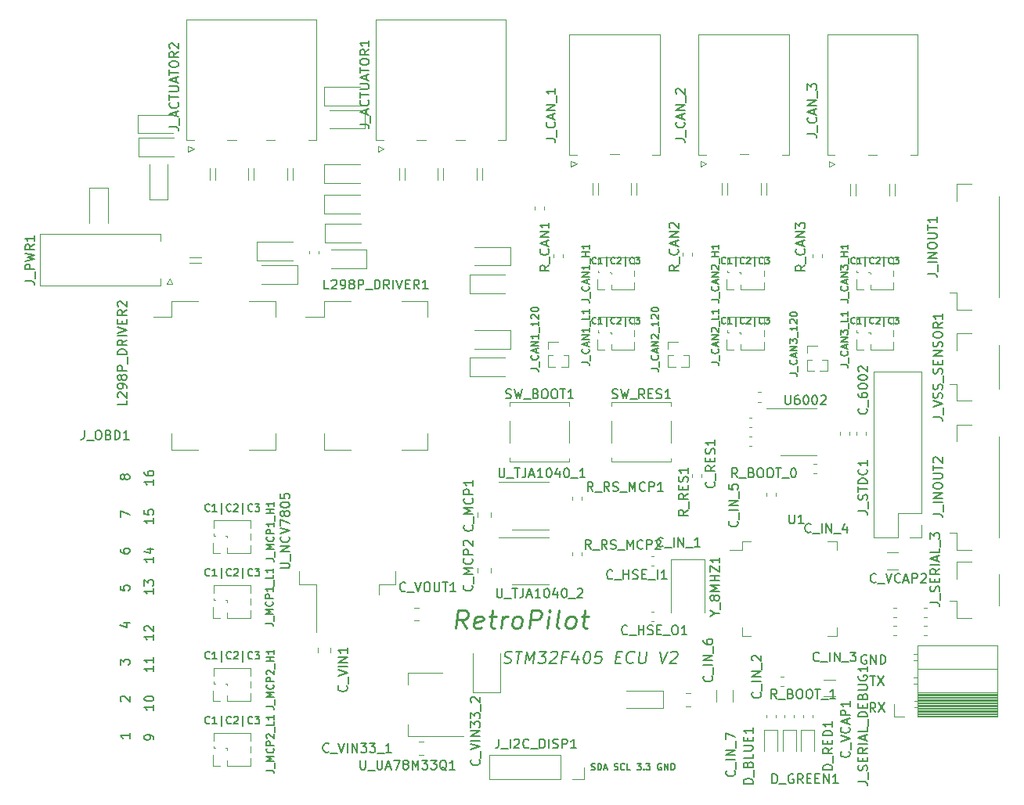
<source format=gbr>
G04 #@! TF.GenerationSoftware,KiCad,Pcbnew,5.1.6-c6e7f7d~87~ubuntu18.04.1*
G04 #@! TF.CreationDate,2020-08-26T01:47:06+02:00*
G04 #@! TF.ProjectId,retropilot_stm32f405_ecu,72657472-6f70-4696-9c6f-745f73746d33,rev?*
G04 #@! TF.SameCoordinates,Original*
G04 #@! TF.FileFunction,Legend,Top*
G04 #@! TF.FilePolarity,Positive*
%FSLAX46Y46*%
G04 Gerber Fmt 4.6, Leading zero omitted, Abs format (unit mm)*
G04 Created by KiCad (PCBNEW 5.1.6-c6e7f7d~87~ubuntu18.04.1) date 2020-08-26 01:47:06*
%MOMM*%
%LPD*%
G01*
G04 APERTURE LIST*
%ADD10C,0.150000*%
%ADD11C,0.250000*%
%ADD12C,0.120000*%
G04 APERTURE END LIST*
D10*
X116338095Y-94200000D02*
X116242857Y-94152380D01*
X116100000Y-94152380D01*
X115957142Y-94200000D01*
X115861904Y-94295238D01*
X115814285Y-94390476D01*
X115766666Y-94580952D01*
X115766666Y-94723809D01*
X115814285Y-94914285D01*
X115861904Y-95009523D01*
X115957142Y-95104761D01*
X116100000Y-95152380D01*
X116195238Y-95152380D01*
X116338095Y-95104761D01*
X116385714Y-95057142D01*
X116385714Y-94723809D01*
X116195238Y-94723809D01*
X116814285Y-95152380D02*
X116814285Y-94152380D01*
X117385714Y-95152380D01*
X117385714Y-94152380D01*
X117861904Y-95152380D02*
X117861904Y-94152380D01*
X118100000Y-94152380D01*
X118242857Y-94200000D01*
X118338095Y-94295238D01*
X118385714Y-94390476D01*
X118433333Y-94580952D01*
X118433333Y-94723809D01*
X118385714Y-94914285D01*
X118338095Y-95009523D01*
X118242857Y-95104761D01*
X118100000Y-95152380D01*
X117861904Y-95152380D01*
X77133794Y-95026190D02*
X77311770Y-95088095D01*
X77621294Y-95088095D01*
X77752842Y-95026190D01*
X77822485Y-94964285D01*
X77899866Y-94840476D01*
X77915342Y-94716666D01*
X77868913Y-94592857D01*
X77814747Y-94530952D01*
X77698675Y-94469047D01*
X77458794Y-94407142D01*
X77342723Y-94345238D01*
X77288556Y-94283333D01*
X77242127Y-94159523D01*
X77257604Y-94035714D01*
X77334985Y-93911904D01*
X77404627Y-93850000D01*
X77536175Y-93788095D01*
X77845699Y-93788095D01*
X78023675Y-93850000D01*
X78402842Y-93788095D02*
X79145699Y-93788095D01*
X78611770Y-95088095D02*
X78774270Y-93788095D01*
X79416532Y-95088095D02*
X79579032Y-93788095D01*
X79896294Y-94716666D01*
X80445699Y-93788095D01*
X80283199Y-95088095D01*
X80940937Y-93788095D02*
X81745699Y-93788095D01*
X81250461Y-94283333D01*
X81436175Y-94283333D01*
X81552247Y-94345238D01*
X81606413Y-94407142D01*
X81652842Y-94530952D01*
X81614151Y-94840476D01*
X81536770Y-94964285D01*
X81467127Y-95026190D01*
X81335580Y-95088095D01*
X80964151Y-95088095D01*
X80848080Y-95026190D01*
X80793913Y-94964285D01*
X82225461Y-93911904D02*
X82295104Y-93850000D01*
X82426651Y-93788095D01*
X82736175Y-93788095D01*
X82852247Y-93850000D01*
X82906413Y-93911904D01*
X82952842Y-94035714D01*
X82937366Y-94159523D01*
X82852247Y-94345238D01*
X82016532Y-95088095D01*
X82821294Y-95088095D01*
X83896889Y-94407142D02*
X83463556Y-94407142D01*
X83378437Y-95088095D02*
X83540937Y-93788095D01*
X84159985Y-93788095D01*
X85158199Y-94221428D02*
X85049866Y-95088095D01*
X84910580Y-93726190D02*
X84484985Y-94654761D01*
X85289747Y-94654761D01*
X86140937Y-93788095D02*
X86264747Y-93788095D01*
X86380818Y-93850000D01*
X86434985Y-93911904D01*
X86481413Y-94035714D01*
X86512366Y-94283333D01*
X86473675Y-94592857D01*
X86380818Y-94840476D01*
X86303437Y-94964285D01*
X86233794Y-95026190D01*
X86102247Y-95088095D01*
X85978437Y-95088095D01*
X85862366Y-95026190D01*
X85808199Y-94964285D01*
X85761770Y-94840476D01*
X85730818Y-94592857D01*
X85769508Y-94283333D01*
X85862366Y-94035714D01*
X85939747Y-93911904D01*
X86009389Y-93850000D01*
X86140937Y-93788095D01*
X87750461Y-93788095D02*
X87131413Y-93788095D01*
X86992127Y-94407142D01*
X87061770Y-94345238D01*
X87193318Y-94283333D01*
X87502842Y-94283333D01*
X87618913Y-94345238D01*
X87673080Y-94407142D01*
X87719508Y-94530952D01*
X87680818Y-94840476D01*
X87603437Y-94964285D01*
X87533794Y-95026190D01*
X87402247Y-95088095D01*
X87092723Y-95088095D01*
X86976651Y-95026190D01*
X86922485Y-94964285D01*
X89282604Y-94407142D02*
X89715937Y-94407142D01*
X89816532Y-95088095D02*
X89197485Y-95088095D01*
X89359985Y-93788095D01*
X89979032Y-93788095D01*
X91132008Y-94964285D02*
X91062366Y-95026190D01*
X90868913Y-95088095D01*
X90745104Y-95088095D01*
X90567127Y-95026190D01*
X90458794Y-94902380D01*
X90412366Y-94778571D01*
X90381413Y-94530952D01*
X90404627Y-94345238D01*
X90497485Y-94097619D01*
X90574866Y-93973809D01*
X90714151Y-93850000D01*
X90907604Y-93788095D01*
X91031413Y-93788095D01*
X91209389Y-93850000D01*
X91263556Y-93911904D01*
X91836175Y-93788095D02*
X91704627Y-94840476D01*
X91751056Y-94964285D01*
X91805223Y-95026190D01*
X91921294Y-95088095D01*
X92168913Y-95088095D01*
X92300461Y-95026190D01*
X92370104Y-94964285D01*
X92447485Y-94840476D01*
X92579032Y-93788095D01*
X94002842Y-93788095D02*
X94273675Y-95088095D01*
X94869508Y-93788095D01*
X95225461Y-93911904D02*
X95295104Y-93850000D01*
X95426651Y-93788095D01*
X95736175Y-93788095D01*
X95852247Y-93850000D01*
X95906413Y-93911904D01*
X95952842Y-94035714D01*
X95937366Y-94159523D01*
X95852247Y-94345238D01*
X95016532Y-95088095D01*
X95821294Y-95088095D01*
X39252380Y-103276190D02*
X39252380Y-103085714D01*
X39204761Y-102990476D01*
X39157142Y-102942857D01*
X39014285Y-102847619D01*
X38823809Y-102800000D01*
X38442857Y-102800000D01*
X38347619Y-102847619D01*
X38300000Y-102895238D01*
X38252380Y-102990476D01*
X38252380Y-103180952D01*
X38300000Y-103276190D01*
X38347619Y-103323809D01*
X38442857Y-103371428D01*
X38680952Y-103371428D01*
X38776190Y-103323809D01*
X38823809Y-103276190D01*
X38871428Y-103180952D01*
X38871428Y-102990476D01*
X38823809Y-102895238D01*
X38776190Y-102847619D01*
X38680952Y-102800000D01*
X39252380Y-99561904D02*
X39252380Y-100133333D01*
X39252380Y-99847619D02*
X38252380Y-99847619D01*
X38395238Y-99942857D01*
X38490476Y-100038095D01*
X38538095Y-100133333D01*
X38252380Y-98942857D02*
X38252380Y-98847619D01*
X38300000Y-98752380D01*
X38347619Y-98704761D01*
X38442857Y-98657142D01*
X38633333Y-98609523D01*
X38871428Y-98609523D01*
X39061904Y-98657142D01*
X39157142Y-98704761D01*
X39204761Y-98752380D01*
X39252380Y-98847619D01*
X39252380Y-98942857D01*
X39204761Y-99038095D01*
X39157142Y-99085714D01*
X39061904Y-99133333D01*
X38871428Y-99180952D01*
X38633333Y-99180952D01*
X38442857Y-99133333D01*
X38347619Y-99085714D01*
X38300000Y-99038095D01*
X38252380Y-98942857D01*
X39252380Y-95371428D02*
X39252380Y-95942857D01*
X39252380Y-95657142D02*
X38252380Y-95657142D01*
X38395238Y-95752380D01*
X38490476Y-95847619D01*
X38538095Y-95942857D01*
X39252380Y-94419047D02*
X39252380Y-94990476D01*
X39252380Y-94704761D02*
X38252380Y-94704761D01*
X38395238Y-94800000D01*
X38490476Y-94895238D01*
X38538095Y-94990476D01*
X39252380Y-91942857D02*
X39252380Y-92514285D01*
X39252380Y-92228571D02*
X38252380Y-92228571D01*
X38395238Y-92323809D01*
X38490476Y-92419047D01*
X38538095Y-92514285D01*
X38347619Y-91561904D02*
X38300000Y-91514285D01*
X38252380Y-91419047D01*
X38252380Y-91180952D01*
X38300000Y-91085714D01*
X38347619Y-91038095D01*
X38442857Y-90990476D01*
X38538095Y-90990476D01*
X38680952Y-91038095D01*
X39252380Y-91609523D01*
X39252380Y-90990476D01*
X39252380Y-86990476D02*
X39252380Y-87561904D01*
X39252380Y-87276190D02*
X38252380Y-87276190D01*
X38395238Y-87371428D01*
X38490476Y-87466666D01*
X38538095Y-87561904D01*
X38252380Y-86657142D02*
X38252380Y-86038095D01*
X38633333Y-86371428D01*
X38633333Y-86228571D01*
X38680952Y-86133333D01*
X38728571Y-86085714D01*
X38823809Y-86038095D01*
X39061904Y-86038095D01*
X39157142Y-86085714D01*
X39204761Y-86133333D01*
X39252380Y-86228571D01*
X39252380Y-86514285D01*
X39204761Y-86609523D01*
X39157142Y-86657142D01*
X39252380Y-83561904D02*
X39252380Y-84133333D01*
X39252380Y-83847619D02*
X38252380Y-83847619D01*
X38395238Y-83942857D01*
X38490476Y-84038095D01*
X38538095Y-84133333D01*
X38585714Y-82704761D02*
X39252380Y-82704761D01*
X38204761Y-82942857D02*
X38919047Y-83180952D01*
X38919047Y-82561904D01*
X39252380Y-79371428D02*
X39252380Y-79942857D01*
X39252380Y-79657142D02*
X38252380Y-79657142D01*
X38395238Y-79752380D01*
X38490476Y-79847619D01*
X38538095Y-79942857D01*
X38252380Y-78466666D02*
X38252380Y-78942857D01*
X38728571Y-78990476D01*
X38680952Y-78942857D01*
X38633333Y-78847619D01*
X38633333Y-78609523D01*
X38680952Y-78514285D01*
X38728571Y-78466666D01*
X38823809Y-78419047D01*
X39061904Y-78419047D01*
X39157142Y-78466666D01*
X39204761Y-78514285D01*
X39252380Y-78609523D01*
X39252380Y-78847619D01*
X39204761Y-78942857D01*
X39157142Y-78990476D01*
X39252380Y-75180952D02*
X39252380Y-75752380D01*
X39252380Y-75466666D02*
X38252380Y-75466666D01*
X38395238Y-75561904D01*
X38490476Y-75657142D01*
X38538095Y-75752380D01*
X38252380Y-74323809D02*
X38252380Y-74514285D01*
X38300000Y-74609523D01*
X38347619Y-74657142D01*
X38490476Y-74752380D01*
X38680952Y-74800000D01*
X39061904Y-74800000D01*
X39157142Y-74752380D01*
X39204761Y-74704761D01*
X39252380Y-74609523D01*
X39252380Y-74419047D01*
X39204761Y-74323809D01*
X39157142Y-74276190D01*
X39061904Y-74228571D01*
X38823809Y-74228571D01*
X38728571Y-74276190D01*
X38680952Y-74323809D01*
X38633333Y-74419047D01*
X38633333Y-74609523D01*
X38680952Y-74704761D01*
X38728571Y-74752380D01*
X38823809Y-74800000D01*
X86583333Y-106583333D02*
X86683333Y-106616666D01*
X86850000Y-106616666D01*
X86916666Y-106583333D01*
X86950000Y-106550000D01*
X86983333Y-106483333D01*
X86983333Y-106416666D01*
X86950000Y-106350000D01*
X86916666Y-106316666D01*
X86850000Y-106283333D01*
X86716666Y-106250000D01*
X86650000Y-106216666D01*
X86616666Y-106183333D01*
X86583333Y-106116666D01*
X86583333Y-106050000D01*
X86616666Y-105983333D01*
X86650000Y-105950000D01*
X86716666Y-105916666D01*
X86883333Y-105916666D01*
X86983333Y-105950000D01*
X87283333Y-106616666D02*
X87283333Y-105916666D01*
X87450000Y-105916666D01*
X87550000Y-105950000D01*
X87616666Y-106016666D01*
X87650000Y-106083333D01*
X87683333Y-106216666D01*
X87683333Y-106316666D01*
X87650000Y-106450000D01*
X87616666Y-106516666D01*
X87550000Y-106583333D01*
X87450000Y-106616666D01*
X87283333Y-106616666D01*
X87950000Y-106416666D02*
X88283333Y-106416666D01*
X87883333Y-106616666D02*
X88116666Y-105916666D01*
X88350000Y-106616666D01*
X89083333Y-106583333D02*
X89183333Y-106616666D01*
X89350000Y-106616666D01*
X89416666Y-106583333D01*
X89450000Y-106550000D01*
X89483333Y-106483333D01*
X89483333Y-106416666D01*
X89450000Y-106350000D01*
X89416666Y-106316666D01*
X89350000Y-106283333D01*
X89216666Y-106250000D01*
X89150000Y-106216666D01*
X89116666Y-106183333D01*
X89083333Y-106116666D01*
X89083333Y-106050000D01*
X89116666Y-105983333D01*
X89150000Y-105950000D01*
X89216666Y-105916666D01*
X89383333Y-105916666D01*
X89483333Y-105950000D01*
X90183333Y-106550000D02*
X90150000Y-106583333D01*
X90050000Y-106616666D01*
X89983333Y-106616666D01*
X89883333Y-106583333D01*
X89816666Y-106516666D01*
X89783333Y-106450000D01*
X89750000Y-106316666D01*
X89750000Y-106216666D01*
X89783333Y-106083333D01*
X89816666Y-106016666D01*
X89883333Y-105950000D01*
X89983333Y-105916666D01*
X90050000Y-105916666D01*
X90150000Y-105950000D01*
X90183333Y-105983333D01*
X90816666Y-106616666D02*
X90483333Y-106616666D01*
X90483333Y-105916666D01*
X91516666Y-105916666D02*
X91950000Y-105916666D01*
X91716666Y-106183333D01*
X91816666Y-106183333D01*
X91883333Y-106216666D01*
X91916666Y-106250000D01*
X91950000Y-106316666D01*
X91950000Y-106483333D01*
X91916666Y-106550000D01*
X91883333Y-106583333D01*
X91816666Y-106616666D01*
X91616666Y-106616666D01*
X91550000Y-106583333D01*
X91516666Y-106550000D01*
X92250000Y-106550000D02*
X92283333Y-106583333D01*
X92250000Y-106616666D01*
X92216666Y-106583333D01*
X92250000Y-106550000D01*
X92250000Y-106616666D01*
X92516666Y-105916666D02*
X92950000Y-105916666D01*
X92716666Y-106183333D01*
X92816666Y-106183333D01*
X92883333Y-106216666D01*
X92916666Y-106250000D01*
X92950000Y-106316666D01*
X92950000Y-106483333D01*
X92916666Y-106550000D01*
X92883333Y-106583333D01*
X92816666Y-106616666D01*
X92616666Y-106616666D01*
X92550000Y-106583333D01*
X92516666Y-106550000D01*
X94150000Y-105950000D02*
X94083333Y-105916666D01*
X93983333Y-105916666D01*
X93883333Y-105950000D01*
X93816666Y-106016666D01*
X93783333Y-106083333D01*
X93750000Y-106216666D01*
X93750000Y-106316666D01*
X93783333Y-106450000D01*
X93816666Y-106516666D01*
X93883333Y-106583333D01*
X93983333Y-106616666D01*
X94050000Y-106616666D01*
X94150000Y-106583333D01*
X94183333Y-106550000D01*
X94183333Y-106316666D01*
X94050000Y-106316666D01*
X94483333Y-106616666D02*
X94483333Y-105916666D01*
X94883333Y-106616666D01*
X94883333Y-105916666D01*
X95216666Y-106616666D02*
X95216666Y-105916666D01*
X95383333Y-105916666D01*
X95483333Y-105950000D01*
X95550000Y-106016666D01*
X95583333Y-106083333D01*
X95616666Y-106216666D01*
X95616666Y-106316666D01*
X95583333Y-106450000D01*
X95550000Y-106516666D01*
X95483333Y-106583333D01*
X95383333Y-106616666D01*
X95216666Y-106616666D01*
X115100000Y-51750000D02*
X115066666Y-51783333D01*
X114966666Y-51816666D01*
X114900000Y-51816666D01*
X114800000Y-51783333D01*
X114733333Y-51716666D01*
X114700000Y-51650000D01*
X114666666Y-51516666D01*
X114666666Y-51416666D01*
X114700000Y-51283333D01*
X114733333Y-51216666D01*
X114800000Y-51150000D01*
X114900000Y-51116666D01*
X114966666Y-51116666D01*
X115066666Y-51150000D01*
X115100000Y-51183333D01*
X115766666Y-51816666D02*
X115366666Y-51816666D01*
X115566666Y-51816666D02*
X115566666Y-51116666D01*
X115500000Y-51216666D01*
X115433333Y-51283333D01*
X115366666Y-51316666D01*
X116233333Y-52050000D02*
X116233333Y-51050000D01*
X117133333Y-51750000D02*
X117100000Y-51783333D01*
X117000000Y-51816666D01*
X116933333Y-51816666D01*
X116833333Y-51783333D01*
X116766666Y-51716666D01*
X116733333Y-51650000D01*
X116700000Y-51516666D01*
X116700000Y-51416666D01*
X116733333Y-51283333D01*
X116766666Y-51216666D01*
X116833333Y-51150000D01*
X116933333Y-51116666D01*
X117000000Y-51116666D01*
X117100000Y-51150000D01*
X117133333Y-51183333D01*
X117400000Y-51183333D02*
X117433333Y-51150000D01*
X117500000Y-51116666D01*
X117666666Y-51116666D01*
X117733333Y-51150000D01*
X117766666Y-51183333D01*
X117800000Y-51250000D01*
X117800000Y-51316666D01*
X117766666Y-51416666D01*
X117366666Y-51816666D01*
X117800000Y-51816666D01*
X118266666Y-52050000D02*
X118266666Y-51050000D01*
X119166666Y-51750000D02*
X119133333Y-51783333D01*
X119033333Y-51816666D01*
X118966666Y-51816666D01*
X118866666Y-51783333D01*
X118800000Y-51716666D01*
X118766666Y-51650000D01*
X118733333Y-51516666D01*
X118733333Y-51416666D01*
X118766666Y-51283333D01*
X118800000Y-51216666D01*
X118866666Y-51150000D01*
X118966666Y-51116666D01*
X119033333Y-51116666D01*
X119133333Y-51150000D01*
X119166666Y-51183333D01*
X119400000Y-51116666D02*
X119833333Y-51116666D01*
X119600000Y-51383333D01*
X119700000Y-51383333D01*
X119766666Y-51416666D01*
X119800000Y-51450000D01*
X119833333Y-51516666D01*
X119833333Y-51683333D01*
X119800000Y-51750000D01*
X119766666Y-51783333D01*
X119700000Y-51816666D01*
X119500000Y-51816666D01*
X119433333Y-51783333D01*
X119400000Y-51750000D01*
X115100000Y-58250000D02*
X115066666Y-58283333D01*
X114966666Y-58316666D01*
X114900000Y-58316666D01*
X114800000Y-58283333D01*
X114733333Y-58216666D01*
X114700000Y-58150000D01*
X114666666Y-58016666D01*
X114666666Y-57916666D01*
X114700000Y-57783333D01*
X114733333Y-57716666D01*
X114800000Y-57650000D01*
X114900000Y-57616666D01*
X114966666Y-57616666D01*
X115066666Y-57650000D01*
X115100000Y-57683333D01*
X115766666Y-58316666D02*
X115366666Y-58316666D01*
X115566666Y-58316666D02*
X115566666Y-57616666D01*
X115500000Y-57716666D01*
X115433333Y-57783333D01*
X115366666Y-57816666D01*
X116233333Y-58550000D02*
X116233333Y-57550000D01*
X117133333Y-58250000D02*
X117100000Y-58283333D01*
X117000000Y-58316666D01*
X116933333Y-58316666D01*
X116833333Y-58283333D01*
X116766666Y-58216666D01*
X116733333Y-58150000D01*
X116700000Y-58016666D01*
X116700000Y-57916666D01*
X116733333Y-57783333D01*
X116766666Y-57716666D01*
X116833333Y-57650000D01*
X116933333Y-57616666D01*
X117000000Y-57616666D01*
X117100000Y-57650000D01*
X117133333Y-57683333D01*
X117400000Y-57683333D02*
X117433333Y-57650000D01*
X117500000Y-57616666D01*
X117666666Y-57616666D01*
X117733333Y-57650000D01*
X117766666Y-57683333D01*
X117800000Y-57750000D01*
X117800000Y-57816666D01*
X117766666Y-57916666D01*
X117366666Y-58316666D01*
X117800000Y-58316666D01*
X118266666Y-58550000D02*
X118266666Y-57550000D01*
X119166666Y-58250000D02*
X119133333Y-58283333D01*
X119033333Y-58316666D01*
X118966666Y-58316666D01*
X118866666Y-58283333D01*
X118800000Y-58216666D01*
X118766666Y-58150000D01*
X118733333Y-58016666D01*
X118733333Y-57916666D01*
X118766666Y-57783333D01*
X118800000Y-57716666D01*
X118866666Y-57650000D01*
X118966666Y-57616666D01*
X119033333Y-57616666D01*
X119133333Y-57650000D01*
X119166666Y-57683333D01*
X119400000Y-57616666D02*
X119833333Y-57616666D01*
X119600000Y-57883333D01*
X119700000Y-57883333D01*
X119766666Y-57916666D01*
X119800000Y-57950000D01*
X119833333Y-58016666D01*
X119833333Y-58183333D01*
X119800000Y-58250000D01*
X119766666Y-58283333D01*
X119700000Y-58316666D01*
X119500000Y-58316666D01*
X119433333Y-58283333D01*
X119400000Y-58250000D01*
X101100000Y-58250000D02*
X101066666Y-58283333D01*
X100966666Y-58316666D01*
X100900000Y-58316666D01*
X100800000Y-58283333D01*
X100733333Y-58216666D01*
X100700000Y-58150000D01*
X100666666Y-58016666D01*
X100666666Y-57916666D01*
X100700000Y-57783333D01*
X100733333Y-57716666D01*
X100800000Y-57650000D01*
X100900000Y-57616666D01*
X100966666Y-57616666D01*
X101066666Y-57650000D01*
X101100000Y-57683333D01*
X101766666Y-58316666D02*
X101366666Y-58316666D01*
X101566666Y-58316666D02*
X101566666Y-57616666D01*
X101500000Y-57716666D01*
X101433333Y-57783333D01*
X101366666Y-57816666D01*
X102233333Y-58550000D02*
X102233333Y-57550000D01*
X103133333Y-58250000D02*
X103100000Y-58283333D01*
X103000000Y-58316666D01*
X102933333Y-58316666D01*
X102833333Y-58283333D01*
X102766666Y-58216666D01*
X102733333Y-58150000D01*
X102700000Y-58016666D01*
X102700000Y-57916666D01*
X102733333Y-57783333D01*
X102766666Y-57716666D01*
X102833333Y-57650000D01*
X102933333Y-57616666D01*
X103000000Y-57616666D01*
X103100000Y-57650000D01*
X103133333Y-57683333D01*
X103400000Y-57683333D02*
X103433333Y-57650000D01*
X103500000Y-57616666D01*
X103666666Y-57616666D01*
X103733333Y-57650000D01*
X103766666Y-57683333D01*
X103800000Y-57750000D01*
X103800000Y-57816666D01*
X103766666Y-57916666D01*
X103366666Y-58316666D01*
X103800000Y-58316666D01*
X104266666Y-58550000D02*
X104266666Y-57550000D01*
X105166666Y-58250000D02*
X105133333Y-58283333D01*
X105033333Y-58316666D01*
X104966666Y-58316666D01*
X104866666Y-58283333D01*
X104800000Y-58216666D01*
X104766666Y-58150000D01*
X104733333Y-58016666D01*
X104733333Y-57916666D01*
X104766666Y-57783333D01*
X104800000Y-57716666D01*
X104866666Y-57650000D01*
X104966666Y-57616666D01*
X105033333Y-57616666D01*
X105133333Y-57650000D01*
X105166666Y-57683333D01*
X105400000Y-57616666D02*
X105833333Y-57616666D01*
X105600000Y-57883333D01*
X105700000Y-57883333D01*
X105766666Y-57916666D01*
X105800000Y-57950000D01*
X105833333Y-58016666D01*
X105833333Y-58183333D01*
X105800000Y-58250000D01*
X105766666Y-58283333D01*
X105700000Y-58316666D01*
X105500000Y-58316666D01*
X105433333Y-58283333D01*
X105400000Y-58250000D01*
X101100000Y-51750000D02*
X101066666Y-51783333D01*
X100966666Y-51816666D01*
X100900000Y-51816666D01*
X100800000Y-51783333D01*
X100733333Y-51716666D01*
X100700000Y-51650000D01*
X100666666Y-51516666D01*
X100666666Y-51416666D01*
X100700000Y-51283333D01*
X100733333Y-51216666D01*
X100800000Y-51150000D01*
X100900000Y-51116666D01*
X100966666Y-51116666D01*
X101066666Y-51150000D01*
X101100000Y-51183333D01*
X101766666Y-51816666D02*
X101366666Y-51816666D01*
X101566666Y-51816666D02*
X101566666Y-51116666D01*
X101500000Y-51216666D01*
X101433333Y-51283333D01*
X101366666Y-51316666D01*
X102233333Y-52050000D02*
X102233333Y-51050000D01*
X103133333Y-51750000D02*
X103100000Y-51783333D01*
X103000000Y-51816666D01*
X102933333Y-51816666D01*
X102833333Y-51783333D01*
X102766666Y-51716666D01*
X102733333Y-51650000D01*
X102700000Y-51516666D01*
X102700000Y-51416666D01*
X102733333Y-51283333D01*
X102766666Y-51216666D01*
X102833333Y-51150000D01*
X102933333Y-51116666D01*
X103000000Y-51116666D01*
X103100000Y-51150000D01*
X103133333Y-51183333D01*
X103400000Y-51183333D02*
X103433333Y-51150000D01*
X103500000Y-51116666D01*
X103666666Y-51116666D01*
X103733333Y-51150000D01*
X103766666Y-51183333D01*
X103800000Y-51250000D01*
X103800000Y-51316666D01*
X103766666Y-51416666D01*
X103366666Y-51816666D01*
X103800000Y-51816666D01*
X104266666Y-52050000D02*
X104266666Y-51050000D01*
X105166666Y-51750000D02*
X105133333Y-51783333D01*
X105033333Y-51816666D01*
X104966666Y-51816666D01*
X104866666Y-51783333D01*
X104800000Y-51716666D01*
X104766666Y-51650000D01*
X104733333Y-51516666D01*
X104733333Y-51416666D01*
X104766666Y-51283333D01*
X104800000Y-51216666D01*
X104866666Y-51150000D01*
X104966666Y-51116666D01*
X105033333Y-51116666D01*
X105133333Y-51150000D01*
X105166666Y-51183333D01*
X105400000Y-51116666D02*
X105833333Y-51116666D01*
X105600000Y-51383333D01*
X105700000Y-51383333D01*
X105766666Y-51416666D01*
X105800000Y-51450000D01*
X105833333Y-51516666D01*
X105833333Y-51683333D01*
X105800000Y-51750000D01*
X105766666Y-51783333D01*
X105700000Y-51816666D01*
X105500000Y-51816666D01*
X105433333Y-51783333D01*
X105400000Y-51750000D01*
X87100000Y-51750000D02*
X87066666Y-51783333D01*
X86966666Y-51816666D01*
X86900000Y-51816666D01*
X86800000Y-51783333D01*
X86733333Y-51716666D01*
X86700000Y-51650000D01*
X86666666Y-51516666D01*
X86666666Y-51416666D01*
X86700000Y-51283333D01*
X86733333Y-51216666D01*
X86800000Y-51150000D01*
X86900000Y-51116666D01*
X86966666Y-51116666D01*
X87066666Y-51150000D01*
X87100000Y-51183333D01*
X87766666Y-51816666D02*
X87366666Y-51816666D01*
X87566666Y-51816666D02*
X87566666Y-51116666D01*
X87500000Y-51216666D01*
X87433333Y-51283333D01*
X87366666Y-51316666D01*
X88233333Y-52050000D02*
X88233333Y-51050000D01*
X89133333Y-51750000D02*
X89100000Y-51783333D01*
X89000000Y-51816666D01*
X88933333Y-51816666D01*
X88833333Y-51783333D01*
X88766666Y-51716666D01*
X88733333Y-51650000D01*
X88700000Y-51516666D01*
X88700000Y-51416666D01*
X88733333Y-51283333D01*
X88766666Y-51216666D01*
X88833333Y-51150000D01*
X88933333Y-51116666D01*
X89000000Y-51116666D01*
X89100000Y-51150000D01*
X89133333Y-51183333D01*
X89400000Y-51183333D02*
X89433333Y-51150000D01*
X89500000Y-51116666D01*
X89666666Y-51116666D01*
X89733333Y-51150000D01*
X89766666Y-51183333D01*
X89800000Y-51250000D01*
X89800000Y-51316666D01*
X89766666Y-51416666D01*
X89366666Y-51816666D01*
X89800000Y-51816666D01*
X90266666Y-52050000D02*
X90266666Y-51050000D01*
X91166666Y-51750000D02*
X91133333Y-51783333D01*
X91033333Y-51816666D01*
X90966666Y-51816666D01*
X90866666Y-51783333D01*
X90800000Y-51716666D01*
X90766666Y-51650000D01*
X90733333Y-51516666D01*
X90733333Y-51416666D01*
X90766666Y-51283333D01*
X90800000Y-51216666D01*
X90866666Y-51150000D01*
X90966666Y-51116666D01*
X91033333Y-51116666D01*
X91133333Y-51150000D01*
X91166666Y-51183333D01*
X91400000Y-51116666D02*
X91833333Y-51116666D01*
X91600000Y-51383333D01*
X91700000Y-51383333D01*
X91766666Y-51416666D01*
X91800000Y-51450000D01*
X91833333Y-51516666D01*
X91833333Y-51683333D01*
X91800000Y-51750000D01*
X91766666Y-51783333D01*
X91700000Y-51816666D01*
X91500000Y-51816666D01*
X91433333Y-51783333D01*
X91400000Y-51750000D01*
X87100000Y-58250000D02*
X87066666Y-58283333D01*
X86966666Y-58316666D01*
X86900000Y-58316666D01*
X86800000Y-58283333D01*
X86733333Y-58216666D01*
X86700000Y-58150000D01*
X86666666Y-58016666D01*
X86666666Y-57916666D01*
X86700000Y-57783333D01*
X86733333Y-57716666D01*
X86800000Y-57650000D01*
X86900000Y-57616666D01*
X86966666Y-57616666D01*
X87066666Y-57650000D01*
X87100000Y-57683333D01*
X87766666Y-58316666D02*
X87366666Y-58316666D01*
X87566666Y-58316666D02*
X87566666Y-57616666D01*
X87500000Y-57716666D01*
X87433333Y-57783333D01*
X87366666Y-57816666D01*
X88233333Y-58550000D02*
X88233333Y-57550000D01*
X89133333Y-58250000D02*
X89100000Y-58283333D01*
X89000000Y-58316666D01*
X88933333Y-58316666D01*
X88833333Y-58283333D01*
X88766666Y-58216666D01*
X88733333Y-58150000D01*
X88700000Y-58016666D01*
X88700000Y-57916666D01*
X88733333Y-57783333D01*
X88766666Y-57716666D01*
X88833333Y-57650000D01*
X88933333Y-57616666D01*
X89000000Y-57616666D01*
X89100000Y-57650000D01*
X89133333Y-57683333D01*
X89400000Y-57683333D02*
X89433333Y-57650000D01*
X89500000Y-57616666D01*
X89666666Y-57616666D01*
X89733333Y-57650000D01*
X89766666Y-57683333D01*
X89800000Y-57750000D01*
X89800000Y-57816666D01*
X89766666Y-57916666D01*
X89366666Y-58316666D01*
X89800000Y-58316666D01*
X90266666Y-58550000D02*
X90266666Y-57550000D01*
X91166666Y-58250000D02*
X91133333Y-58283333D01*
X91033333Y-58316666D01*
X90966666Y-58316666D01*
X90866666Y-58283333D01*
X90800000Y-58216666D01*
X90766666Y-58150000D01*
X90733333Y-58016666D01*
X90733333Y-57916666D01*
X90766666Y-57783333D01*
X90800000Y-57716666D01*
X90866666Y-57650000D01*
X90966666Y-57616666D01*
X91033333Y-57616666D01*
X91133333Y-57650000D01*
X91166666Y-57683333D01*
X91400000Y-57616666D02*
X91833333Y-57616666D01*
X91600000Y-57883333D01*
X91700000Y-57883333D01*
X91766666Y-57916666D01*
X91800000Y-57950000D01*
X91833333Y-58016666D01*
X91833333Y-58183333D01*
X91800000Y-58250000D01*
X91766666Y-58283333D01*
X91700000Y-58316666D01*
X91500000Y-58316666D01*
X91433333Y-58283333D01*
X91400000Y-58250000D01*
X45292857Y-101535714D02*
X45254761Y-101573809D01*
X45140476Y-101611904D01*
X45064285Y-101611904D01*
X44950000Y-101573809D01*
X44873809Y-101497619D01*
X44835714Y-101421428D01*
X44797619Y-101269047D01*
X44797619Y-101154761D01*
X44835714Y-101002380D01*
X44873809Y-100926190D01*
X44950000Y-100850000D01*
X45064285Y-100811904D01*
X45140476Y-100811904D01*
X45254761Y-100850000D01*
X45292857Y-100888095D01*
X46054761Y-101611904D02*
X45597619Y-101611904D01*
X45826190Y-101611904D02*
X45826190Y-100811904D01*
X45750000Y-100926190D01*
X45673809Y-101002380D01*
X45597619Y-101040476D01*
X46588095Y-101878571D02*
X46588095Y-100735714D01*
X47616666Y-101535714D02*
X47578571Y-101573809D01*
X47464285Y-101611904D01*
X47388095Y-101611904D01*
X47273809Y-101573809D01*
X47197619Y-101497619D01*
X47159523Y-101421428D01*
X47121428Y-101269047D01*
X47121428Y-101154761D01*
X47159523Y-101002380D01*
X47197619Y-100926190D01*
X47273809Y-100850000D01*
X47388095Y-100811904D01*
X47464285Y-100811904D01*
X47578571Y-100850000D01*
X47616666Y-100888095D01*
X47921428Y-100888095D02*
X47959523Y-100850000D01*
X48035714Y-100811904D01*
X48226190Y-100811904D01*
X48302380Y-100850000D01*
X48340476Y-100888095D01*
X48378571Y-100964285D01*
X48378571Y-101040476D01*
X48340476Y-101154761D01*
X47883333Y-101611904D01*
X48378571Y-101611904D01*
X48911904Y-101878571D02*
X48911904Y-100735714D01*
X49940476Y-101535714D02*
X49902380Y-101573809D01*
X49788095Y-101611904D01*
X49711904Y-101611904D01*
X49597619Y-101573809D01*
X49521428Y-101497619D01*
X49483333Y-101421428D01*
X49445238Y-101269047D01*
X49445238Y-101154761D01*
X49483333Y-101002380D01*
X49521428Y-100926190D01*
X49597619Y-100850000D01*
X49711904Y-100811904D01*
X49788095Y-100811904D01*
X49902380Y-100850000D01*
X49940476Y-100888095D01*
X50207142Y-100811904D02*
X50702380Y-100811904D01*
X50435714Y-101116666D01*
X50550000Y-101116666D01*
X50626190Y-101154761D01*
X50664285Y-101192857D01*
X50702380Y-101269047D01*
X50702380Y-101459523D01*
X50664285Y-101535714D01*
X50626190Y-101573809D01*
X50550000Y-101611904D01*
X50321428Y-101611904D01*
X50245238Y-101573809D01*
X50207142Y-101535714D01*
X45292857Y-94535714D02*
X45254761Y-94573809D01*
X45140476Y-94611904D01*
X45064285Y-94611904D01*
X44950000Y-94573809D01*
X44873809Y-94497619D01*
X44835714Y-94421428D01*
X44797619Y-94269047D01*
X44797619Y-94154761D01*
X44835714Y-94002380D01*
X44873809Y-93926190D01*
X44950000Y-93850000D01*
X45064285Y-93811904D01*
X45140476Y-93811904D01*
X45254761Y-93850000D01*
X45292857Y-93888095D01*
X46054761Y-94611904D02*
X45597619Y-94611904D01*
X45826190Y-94611904D02*
X45826190Y-93811904D01*
X45750000Y-93926190D01*
X45673809Y-94002380D01*
X45597619Y-94040476D01*
X46588095Y-94878571D02*
X46588095Y-93735714D01*
X47616666Y-94535714D02*
X47578571Y-94573809D01*
X47464285Y-94611904D01*
X47388095Y-94611904D01*
X47273809Y-94573809D01*
X47197619Y-94497619D01*
X47159523Y-94421428D01*
X47121428Y-94269047D01*
X47121428Y-94154761D01*
X47159523Y-94002380D01*
X47197619Y-93926190D01*
X47273809Y-93850000D01*
X47388095Y-93811904D01*
X47464285Y-93811904D01*
X47578571Y-93850000D01*
X47616666Y-93888095D01*
X47921428Y-93888095D02*
X47959523Y-93850000D01*
X48035714Y-93811904D01*
X48226190Y-93811904D01*
X48302380Y-93850000D01*
X48340476Y-93888095D01*
X48378571Y-93964285D01*
X48378571Y-94040476D01*
X48340476Y-94154761D01*
X47883333Y-94611904D01*
X48378571Y-94611904D01*
X48911904Y-94878571D02*
X48911904Y-93735714D01*
X49940476Y-94535714D02*
X49902380Y-94573809D01*
X49788095Y-94611904D01*
X49711904Y-94611904D01*
X49597619Y-94573809D01*
X49521428Y-94497619D01*
X49483333Y-94421428D01*
X49445238Y-94269047D01*
X49445238Y-94154761D01*
X49483333Y-94002380D01*
X49521428Y-93926190D01*
X49597619Y-93850000D01*
X49711904Y-93811904D01*
X49788095Y-93811904D01*
X49902380Y-93850000D01*
X49940476Y-93888095D01*
X50207142Y-93811904D02*
X50702380Y-93811904D01*
X50435714Y-94116666D01*
X50550000Y-94116666D01*
X50626190Y-94154761D01*
X50664285Y-94192857D01*
X50702380Y-94269047D01*
X50702380Y-94459523D01*
X50664285Y-94535714D01*
X50626190Y-94573809D01*
X50550000Y-94611904D01*
X50321428Y-94611904D01*
X50245238Y-94573809D01*
X50207142Y-94535714D01*
X45292857Y-85535714D02*
X45254761Y-85573809D01*
X45140476Y-85611904D01*
X45064285Y-85611904D01*
X44950000Y-85573809D01*
X44873809Y-85497619D01*
X44835714Y-85421428D01*
X44797619Y-85269047D01*
X44797619Y-85154761D01*
X44835714Y-85002380D01*
X44873809Y-84926190D01*
X44950000Y-84850000D01*
X45064285Y-84811904D01*
X45140476Y-84811904D01*
X45254761Y-84850000D01*
X45292857Y-84888095D01*
X46054761Y-85611904D02*
X45597619Y-85611904D01*
X45826190Y-85611904D02*
X45826190Y-84811904D01*
X45750000Y-84926190D01*
X45673809Y-85002380D01*
X45597619Y-85040476D01*
X46588095Y-85878571D02*
X46588095Y-84735714D01*
X47616666Y-85535714D02*
X47578571Y-85573809D01*
X47464285Y-85611904D01*
X47388095Y-85611904D01*
X47273809Y-85573809D01*
X47197619Y-85497619D01*
X47159523Y-85421428D01*
X47121428Y-85269047D01*
X47121428Y-85154761D01*
X47159523Y-85002380D01*
X47197619Y-84926190D01*
X47273809Y-84850000D01*
X47388095Y-84811904D01*
X47464285Y-84811904D01*
X47578571Y-84850000D01*
X47616666Y-84888095D01*
X47921428Y-84888095D02*
X47959523Y-84850000D01*
X48035714Y-84811904D01*
X48226190Y-84811904D01*
X48302380Y-84850000D01*
X48340476Y-84888095D01*
X48378571Y-84964285D01*
X48378571Y-85040476D01*
X48340476Y-85154761D01*
X47883333Y-85611904D01*
X48378571Y-85611904D01*
X48911904Y-85878571D02*
X48911904Y-84735714D01*
X49940476Y-85535714D02*
X49902380Y-85573809D01*
X49788095Y-85611904D01*
X49711904Y-85611904D01*
X49597619Y-85573809D01*
X49521428Y-85497619D01*
X49483333Y-85421428D01*
X49445238Y-85269047D01*
X49445238Y-85154761D01*
X49483333Y-85002380D01*
X49521428Y-84926190D01*
X49597619Y-84850000D01*
X49711904Y-84811904D01*
X49788095Y-84811904D01*
X49902380Y-84850000D01*
X49940476Y-84888095D01*
X50207142Y-84811904D02*
X50702380Y-84811904D01*
X50435714Y-85116666D01*
X50550000Y-85116666D01*
X50626190Y-85154761D01*
X50664285Y-85192857D01*
X50702380Y-85269047D01*
X50702380Y-85459523D01*
X50664285Y-85535714D01*
X50626190Y-85573809D01*
X50550000Y-85611904D01*
X50321428Y-85611904D01*
X50245238Y-85573809D01*
X50207142Y-85535714D01*
D11*
X73094568Y-91304761D02*
X72546949Y-90352380D01*
X71951711Y-91304761D02*
X72201711Y-89304761D01*
X72963616Y-89304761D01*
X73142187Y-89400000D01*
X73225520Y-89495238D01*
X73296949Y-89685714D01*
X73261235Y-89971428D01*
X73142187Y-90161904D01*
X73035044Y-90257142D01*
X72832663Y-90352380D01*
X72070758Y-90352380D01*
X74725520Y-91209523D02*
X74523139Y-91304761D01*
X74142187Y-91304761D01*
X73963616Y-91209523D01*
X73892187Y-91019047D01*
X73987425Y-90257142D01*
X74106473Y-90066666D01*
X74308854Y-89971428D01*
X74689806Y-89971428D01*
X74868377Y-90066666D01*
X74939806Y-90257142D01*
X74915997Y-90447619D01*
X73939806Y-90638095D01*
X75546949Y-89971428D02*
X76308854Y-89971428D01*
X75915997Y-89304761D02*
X75701711Y-91019047D01*
X75773139Y-91209523D01*
X75951711Y-91304761D01*
X76142187Y-91304761D01*
X76808854Y-91304761D02*
X76975520Y-89971428D01*
X76927901Y-90352380D02*
X77046949Y-90161904D01*
X77154092Y-90066666D01*
X77356473Y-89971428D01*
X77546949Y-89971428D01*
X78332663Y-91304761D02*
X78154092Y-91209523D01*
X78070758Y-91114285D01*
X77999330Y-90923809D01*
X78070758Y-90352380D01*
X78189806Y-90161904D01*
X78296949Y-90066666D01*
X78499330Y-89971428D01*
X78785044Y-89971428D01*
X78963616Y-90066666D01*
X79046949Y-90161904D01*
X79118377Y-90352380D01*
X79046949Y-90923809D01*
X78927901Y-91114285D01*
X78820758Y-91209523D01*
X78618377Y-91304761D01*
X78332663Y-91304761D01*
X79856473Y-91304761D02*
X80106473Y-89304761D01*
X80868377Y-89304761D01*
X81046949Y-89400000D01*
X81130282Y-89495238D01*
X81201711Y-89685714D01*
X81165997Y-89971428D01*
X81046949Y-90161904D01*
X80939806Y-90257142D01*
X80737425Y-90352380D01*
X79975520Y-90352380D01*
X81856473Y-91304761D02*
X82023139Y-89971428D01*
X82106473Y-89304761D02*
X81999330Y-89400000D01*
X82082663Y-89495238D01*
X82189806Y-89400000D01*
X82106473Y-89304761D01*
X82082663Y-89495238D01*
X83094568Y-91304761D02*
X82915997Y-91209523D01*
X82844568Y-91019047D01*
X83058854Y-89304761D01*
X84142187Y-91304761D02*
X83963616Y-91209523D01*
X83880282Y-91114285D01*
X83808854Y-90923809D01*
X83880282Y-90352380D01*
X83999330Y-90161904D01*
X84106473Y-90066666D01*
X84308854Y-89971428D01*
X84594568Y-89971428D01*
X84773139Y-90066666D01*
X84856473Y-90161904D01*
X84927901Y-90352380D01*
X84856473Y-90923809D01*
X84737425Y-91114285D01*
X84630282Y-91209523D01*
X84427901Y-91304761D01*
X84142187Y-91304761D01*
X85546949Y-89971428D02*
X86308854Y-89971428D01*
X85915997Y-89304761D02*
X85701711Y-91019047D01*
X85773139Y-91209523D01*
X85951711Y-91304761D01*
X86142187Y-91304761D01*
D10*
X36652380Y-102614285D02*
X36652380Y-103185714D01*
X36652380Y-102900000D02*
X35652380Y-102900000D01*
X35795238Y-102995238D01*
X35890476Y-103090476D01*
X35938095Y-103185714D01*
X35747619Y-99185714D02*
X35700000Y-99138095D01*
X35652380Y-99042857D01*
X35652380Y-98804761D01*
X35700000Y-98709523D01*
X35747619Y-98661904D01*
X35842857Y-98614285D01*
X35938095Y-98614285D01*
X36080952Y-98661904D01*
X36652380Y-99233333D01*
X36652380Y-98614285D01*
X35652380Y-95233333D02*
X35652380Y-94614285D01*
X36033333Y-94947619D01*
X36033333Y-94804761D01*
X36080952Y-94709523D01*
X36128571Y-94661904D01*
X36223809Y-94614285D01*
X36461904Y-94614285D01*
X36557142Y-94661904D01*
X36604761Y-94709523D01*
X36652380Y-94804761D01*
X36652380Y-95090476D01*
X36604761Y-95185714D01*
X36557142Y-95233333D01*
X35985714Y-90709523D02*
X36652380Y-90709523D01*
X35604761Y-90947619D02*
X36319047Y-91185714D01*
X36319047Y-90566666D01*
X35652380Y-86661904D02*
X35652380Y-87138095D01*
X36128571Y-87185714D01*
X36080952Y-87138095D01*
X36033333Y-87042857D01*
X36033333Y-86804761D01*
X36080952Y-86709523D01*
X36128571Y-86661904D01*
X36223809Y-86614285D01*
X36461904Y-86614285D01*
X36557142Y-86661904D01*
X36604761Y-86709523D01*
X36652380Y-86804761D01*
X36652380Y-87042857D01*
X36604761Y-87138095D01*
X36557142Y-87185714D01*
X35652380Y-82709523D02*
X35652380Y-82900000D01*
X35700000Y-82995238D01*
X35747619Y-83042857D01*
X35890476Y-83138095D01*
X36080952Y-83185714D01*
X36461904Y-83185714D01*
X36557142Y-83138095D01*
X36604761Y-83090476D01*
X36652380Y-82995238D01*
X36652380Y-82804761D01*
X36604761Y-82709523D01*
X36557142Y-82661904D01*
X36461904Y-82614285D01*
X36223809Y-82614285D01*
X36128571Y-82661904D01*
X36080952Y-82709523D01*
X36033333Y-82804761D01*
X36033333Y-82995238D01*
X36080952Y-83090476D01*
X36128571Y-83138095D01*
X36223809Y-83185714D01*
X35652380Y-79233333D02*
X35652380Y-78566666D01*
X36652380Y-78995238D01*
X36080952Y-74995238D02*
X36033333Y-75090476D01*
X35985714Y-75138095D01*
X35890476Y-75185714D01*
X35842857Y-75185714D01*
X35747619Y-75138095D01*
X35700000Y-75090476D01*
X35652380Y-74995238D01*
X35652380Y-74804761D01*
X35700000Y-74709523D01*
X35747619Y-74661904D01*
X35842857Y-74614285D01*
X35890476Y-74614285D01*
X35985714Y-74661904D01*
X36033333Y-74709523D01*
X36080952Y-74804761D01*
X36080952Y-74995238D01*
X36128571Y-75090476D01*
X36176190Y-75138095D01*
X36271428Y-75185714D01*
X36461904Y-75185714D01*
X36557142Y-75138095D01*
X36604761Y-75090476D01*
X36652380Y-74995238D01*
X36652380Y-74804761D01*
X36604761Y-74709523D01*
X36557142Y-74661904D01*
X36461904Y-74614285D01*
X36271428Y-74614285D01*
X36176190Y-74661904D01*
X36128571Y-74709523D01*
X36080952Y-74804761D01*
X116738095Y-96452380D02*
X117309523Y-96452380D01*
X117023809Y-97452380D02*
X117023809Y-96452380D01*
X117547619Y-96452380D02*
X118214285Y-97452380D01*
X118214285Y-96452380D02*
X117547619Y-97452380D01*
X117333333Y-100352380D02*
X117000000Y-99876190D01*
X116761904Y-100352380D02*
X116761904Y-99352380D01*
X117142857Y-99352380D01*
X117238095Y-99400000D01*
X117285714Y-99447619D01*
X117333333Y-99542857D01*
X117333333Y-99685714D01*
X117285714Y-99780952D01*
X117238095Y-99828571D01*
X117142857Y-99876190D01*
X116761904Y-99876190D01*
X117666666Y-99352380D02*
X118333333Y-100352380D01*
X118333333Y-99352380D02*
X117666666Y-100352380D01*
X45292857Y-78535714D02*
X45254761Y-78573809D01*
X45140476Y-78611904D01*
X45064285Y-78611904D01*
X44950000Y-78573809D01*
X44873809Y-78497619D01*
X44835714Y-78421428D01*
X44797619Y-78269047D01*
X44797619Y-78154761D01*
X44835714Y-78002380D01*
X44873809Y-77926190D01*
X44950000Y-77850000D01*
X45064285Y-77811904D01*
X45140476Y-77811904D01*
X45254761Y-77850000D01*
X45292857Y-77888095D01*
X46054761Y-78611904D02*
X45597619Y-78611904D01*
X45826190Y-78611904D02*
X45826190Y-77811904D01*
X45750000Y-77926190D01*
X45673809Y-78002380D01*
X45597619Y-78040476D01*
X46588095Y-78878571D02*
X46588095Y-77735714D01*
X47616666Y-78535714D02*
X47578571Y-78573809D01*
X47464285Y-78611904D01*
X47388095Y-78611904D01*
X47273809Y-78573809D01*
X47197619Y-78497619D01*
X47159523Y-78421428D01*
X47121428Y-78269047D01*
X47121428Y-78154761D01*
X47159523Y-78002380D01*
X47197619Y-77926190D01*
X47273809Y-77850000D01*
X47388095Y-77811904D01*
X47464285Y-77811904D01*
X47578571Y-77850000D01*
X47616666Y-77888095D01*
X47921428Y-77888095D02*
X47959523Y-77850000D01*
X48035714Y-77811904D01*
X48226190Y-77811904D01*
X48302380Y-77850000D01*
X48340476Y-77888095D01*
X48378571Y-77964285D01*
X48378571Y-78040476D01*
X48340476Y-78154761D01*
X47883333Y-78611904D01*
X48378571Y-78611904D01*
X48911904Y-78878571D02*
X48911904Y-77735714D01*
X49940476Y-78535714D02*
X49902380Y-78573809D01*
X49788095Y-78611904D01*
X49711904Y-78611904D01*
X49597619Y-78573809D01*
X49521428Y-78497619D01*
X49483333Y-78421428D01*
X49445238Y-78269047D01*
X49445238Y-78154761D01*
X49483333Y-78002380D01*
X49521428Y-77926190D01*
X49597619Y-77850000D01*
X49711904Y-77811904D01*
X49788095Y-77811904D01*
X49902380Y-77850000D01*
X49940476Y-77888095D01*
X50207142Y-77811904D02*
X50702380Y-77811904D01*
X50435714Y-78116666D01*
X50550000Y-78116666D01*
X50626190Y-78154761D01*
X50664285Y-78192857D01*
X50702380Y-78269047D01*
X50702380Y-78459523D01*
X50664285Y-78535714D01*
X50626190Y-78573809D01*
X50550000Y-78611904D01*
X50321428Y-78611904D01*
X50245238Y-78573809D01*
X50207142Y-78535714D01*
D12*
X130490000Y-100710000D02*
X121860000Y-100710000D01*
X130490000Y-100591905D02*
X121860000Y-100591905D01*
X130490000Y-100473810D02*
X121860000Y-100473810D01*
X130490000Y-100355715D02*
X121860000Y-100355715D01*
X130490000Y-100237620D02*
X121860000Y-100237620D01*
X130490000Y-100119525D02*
X121860000Y-100119525D01*
X130490000Y-100001430D02*
X121860000Y-100001430D01*
X130490000Y-99883335D02*
X121860000Y-99883335D01*
X130490000Y-99765240D02*
X121860000Y-99765240D01*
X130490000Y-99647145D02*
X121860000Y-99647145D01*
X130490000Y-99529050D02*
X121860000Y-99529050D01*
X130490000Y-99410955D02*
X121860000Y-99410955D01*
X130490000Y-99292860D02*
X121860000Y-99292860D01*
X130490000Y-99174765D02*
X121860000Y-99174765D01*
X130490000Y-99056670D02*
X121860000Y-99056670D01*
X130490000Y-98938575D02*
X121860000Y-98938575D01*
X130490000Y-98820480D02*
X121860000Y-98820480D01*
X130490000Y-98702385D02*
X121860000Y-98702385D01*
X130490000Y-98584290D02*
X121860000Y-98584290D01*
X130490000Y-98466195D02*
X121860000Y-98466195D01*
X130490000Y-98348100D02*
X121860000Y-98348100D01*
X121860000Y-99860000D02*
X121510000Y-99860000D01*
X121860000Y-99140000D02*
X121510000Y-99140000D01*
X121860000Y-97320000D02*
X121450000Y-97320000D01*
X121860000Y-96600000D02*
X121450000Y-96600000D01*
X121860000Y-94780000D02*
X121450000Y-94780000D01*
X121860000Y-94060000D02*
X121450000Y-94060000D01*
X130490000Y-98230000D02*
X121860000Y-98230000D01*
X130490000Y-95690000D02*
X121860000Y-95690000D01*
X130490000Y-100830000D02*
X121860000Y-100830000D01*
X121860000Y-100830000D02*
X121860000Y-93090000D01*
X130490000Y-93090000D02*
X121860000Y-93090000D01*
X130490000Y-100830000D02*
X130490000Y-93090000D01*
X119290000Y-100830000D02*
X119290000Y-99500000D01*
X120400000Y-100830000D02*
X119290000Y-100830000D01*
X40700000Y-54000000D02*
X41000000Y-53400000D01*
X41300000Y-54000000D02*
X40700000Y-54000000D01*
X41000000Y-53400000D02*
X41300000Y-54000000D01*
X43110000Y-51100000D02*
X44390000Y-51100000D01*
X43110000Y-51700000D02*
X44390000Y-51700000D01*
X26990000Y-48590000D02*
X26990000Y-51400000D01*
X40010000Y-48590000D02*
X26990000Y-48590000D01*
X40010000Y-49400000D02*
X40010000Y-48590000D01*
X26990000Y-54210000D02*
X26990000Y-51400000D01*
X40010000Y-54210000D02*
X26990000Y-54210000D01*
X40010000Y-53400000D02*
X40010000Y-54210000D01*
X77790000Y-72800000D02*
X77790000Y-73210000D01*
X77790000Y-73210000D02*
X84210000Y-73210000D01*
X84210000Y-73210000D02*
X84210000Y-72930000D01*
X84210000Y-71200000D02*
X84210000Y-68800000D01*
X84210000Y-67200000D02*
X84210000Y-66790000D01*
X84210000Y-66790000D02*
X77790000Y-66790000D01*
X77790000Y-66790000D02*
X77790000Y-67200000D01*
X77790000Y-68800000D02*
X77790000Y-71200000D01*
X88790000Y-72800000D02*
X88790000Y-73210000D01*
X88790000Y-73210000D02*
X95210000Y-73210000D01*
X95210000Y-73210000D02*
X95210000Y-72930000D01*
X95210000Y-71200000D02*
X95210000Y-68800000D01*
X95210000Y-67200000D02*
X95210000Y-66790000D01*
X95210000Y-66790000D02*
X88790000Y-66790000D01*
X88790000Y-66790000D02*
X88790000Y-67200000D01*
X88790000Y-68800000D02*
X88790000Y-71200000D01*
X45700000Y-106130000D02*
X45700000Y-105000000D01*
X46460000Y-106130000D02*
X45700000Y-106130000D01*
X45765000Y-103422470D02*
X45765000Y-102600000D01*
X45765000Y-104240000D02*
X45765000Y-104037530D01*
X45896529Y-104240000D02*
X45765000Y-104240000D01*
X47166529Y-104240000D02*
X47023471Y-104240000D01*
X47220000Y-104436529D02*
X47220000Y-104293471D01*
X47220000Y-106130000D02*
X47220000Y-105563471D01*
X45765000Y-102600000D02*
X49695000Y-102600000D01*
X47220000Y-106130000D02*
X49695000Y-106130000D01*
X49695000Y-104692470D02*
X49695000Y-104037530D01*
X49695000Y-103422470D02*
X49695000Y-102600000D01*
X49695000Y-106130000D02*
X49695000Y-105307530D01*
X45700000Y-99130000D02*
X45700000Y-98000000D01*
X46460000Y-99130000D02*
X45700000Y-99130000D01*
X45765000Y-96422470D02*
X45765000Y-95600000D01*
X45765000Y-97240000D02*
X45765000Y-97037530D01*
X45896529Y-97240000D02*
X45765000Y-97240000D01*
X47166529Y-97240000D02*
X47023471Y-97240000D01*
X47220000Y-97436529D02*
X47220000Y-97293471D01*
X47220000Y-99130000D02*
X47220000Y-98563471D01*
X45765000Y-95600000D02*
X49695000Y-95600000D01*
X47220000Y-99130000D02*
X49695000Y-99130000D01*
X49695000Y-97692470D02*
X49695000Y-97037530D01*
X49695000Y-96422470D02*
X49695000Y-95600000D01*
X49695000Y-99130000D02*
X49695000Y-98307530D01*
X45700000Y-90130000D02*
X45700000Y-89000000D01*
X46460000Y-90130000D02*
X45700000Y-90130000D01*
X45765000Y-87422470D02*
X45765000Y-86600000D01*
X45765000Y-88240000D02*
X45765000Y-88037530D01*
X45896529Y-88240000D02*
X45765000Y-88240000D01*
X47166529Y-88240000D02*
X47023471Y-88240000D01*
X47220000Y-88436529D02*
X47220000Y-88293471D01*
X47220000Y-90130000D02*
X47220000Y-89563471D01*
X45765000Y-86600000D02*
X49695000Y-86600000D01*
X47220000Y-90130000D02*
X49695000Y-90130000D01*
X49695000Y-88692470D02*
X49695000Y-88037530D01*
X49695000Y-87422470D02*
X49695000Y-86600000D01*
X49695000Y-90130000D02*
X49695000Y-89307530D01*
X45700000Y-83130000D02*
X45700000Y-82000000D01*
X46460000Y-83130000D02*
X45700000Y-83130000D01*
X45765000Y-80422470D02*
X45765000Y-79600000D01*
X45765000Y-81240000D02*
X45765000Y-81037530D01*
X45896529Y-81240000D02*
X45765000Y-81240000D01*
X47166529Y-81240000D02*
X47023471Y-81240000D01*
X47220000Y-81436529D02*
X47220000Y-81293471D01*
X47220000Y-83130000D02*
X47220000Y-82563471D01*
X45765000Y-79600000D02*
X49695000Y-79600000D01*
X47220000Y-83130000D02*
X49695000Y-83130000D01*
X49695000Y-81692470D02*
X49695000Y-81037530D01*
X49695000Y-80422470D02*
X49695000Y-79600000D01*
X49695000Y-83130000D02*
X49695000Y-82307530D01*
X115240000Y-61130000D02*
X115240000Y-60000000D01*
X116000000Y-61130000D02*
X115240000Y-61130000D01*
X115305000Y-58422470D02*
X115305000Y-57600000D01*
X115305000Y-59240000D02*
X115305000Y-59037530D01*
X115436529Y-59240000D02*
X115305000Y-59240000D01*
X116706529Y-59240000D02*
X116563471Y-59240000D01*
X116760000Y-59436529D02*
X116760000Y-59293471D01*
X116760000Y-61130000D02*
X116760000Y-60563471D01*
X115305000Y-57600000D02*
X119235000Y-57600000D01*
X116760000Y-61130000D02*
X119235000Y-61130000D01*
X119235000Y-59692470D02*
X119235000Y-59037530D01*
X119235000Y-58422470D02*
X119235000Y-57600000D01*
X119235000Y-61130000D02*
X119235000Y-60307530D01*
X115240000Y-54630000D02*
X115240000Y-53500000D01*
X116000000Y-54630000D02*
X115240000Y-54630000D01*
X115305000Y-51922470D02*
X115305000Y-51100000D01*
X115305000Y-52740000D02*
X115305000Y-52537530D01*
X115436529Y-52740000D02*
X115305000Y-52740000D01*
X116706529Y-52740000D02*
X116563471Y-52740000D01*
X116760000Y-52936529D02*
X116760000Y-52793471D01*
X116760000Y-54630000D02*
X116760000Y-54063471D01*
X115305000Y-51100000D02*
X119235000Y-51100000D01*
X116760000Y-54630000D02*
X119235000Y-54630000D01*
X119235000Y-53192470D02*
X119235000Y-52537530D01*
X119235000Y-51922470D02*
X119235000Y-51100000D01*
X119235000Y-54630000D02*
X119235000Y-53807530D01*
X101240000Y-61130000D02*
X101240000Y-60000000D01*
X102000000Y-61130000D02*
X101240000Y-61130000D01*
X101305000Y-58422470D02*
X101305000Y-57600000D01*
X101305000Y-59240000D02*
X101305000Y-59037530D01*
X101436529Y-59240000D02*
X101305000Y-59240000D01*
X102706529Y-59240000D02*
X102563471Y-59240000D01*
X102760000Y-59436529D02*
X102760000Y-59293471D01*
X102760000Y-61130000D02*
X102760000Y-60563471D01*
X101305000Y-57600000D02*
X105235000Y-57600000D01*
X102760000Y-61130000D02*
X105235000Y-61130000D01*
X105235000Y-59692470D02*
X105235000Y-59037530D01*
X105235000Y-58422470D02*
X105235000Y-57600000D01*
X105235000Y-61130000D02*
X105235000Y-60307530D01*
X101240000Y-54630000D02*
X101240000Y-53500000D01*
X102000000Y-54630000D02*
X101240000Y-54630000D01*
X101305000Y-51922470D02*
X101305000Y-51100000D01*
X101305000Y-52740000D02*
X101305000Y-52537530D01*
X101436529Y-52740000D02*
X101305000Y-52740000D01*
X102706529Y-52740000D02*
X102563471Y-52740000D01*
X102760000Y-52936529D02*
X102760000Y-52793471D01*
X102760000Y-54630000D02*
X102760000Y-54063471D01*
X101305000Y-51100000D02*
X105235000Y-51100000D01*
X102760000Y-54630000D02*
X105235000Y-54630000D01*
X105235000Y-53192470D02*
X105235000Y-52537530D01*
X105235000Y-51922470D02*
X105235000Y-51100000D01*
X105235000Y-54630000D02*
X105235000Y-53807530D01*
X87240000Y-61130000D02*
X87240000Y-60000000D01*
X88000000Y-61130000D02*
X87240000Y-61130000D01*
X87305000Y-58422470D02*
X87305000Y-57600000D01*
X87305000Y-59240000D02*
X87305000Y-59037530D01*
X87436529Y-59240000D02*
X87305000Y-59240000D01*
X88706529Y-59240000D02*
X88563471Y-59240000D01*
X88760000Y-59436529D02*
X88760000Y-59293471D01*
X88760000Y-61130000D02*
X88760000Y-60563471D01*
X87305000Y-57600000D02*
X91235000Y-57600000D01*
X88760000Y-61130000D02*
X91235000Y-61130000D01*
X91235000Y-59692470D02*
X91235000Y-59037530D01*
X91235000Y-58422470D02*
X91235000Y-57600000D01*
X91235000Y-61130000D02*
X91235000Y-60307530D01*
X87240000Y-54630000D02*
X87240000Y-53500000D01*
X88000000Y-54630000D02*
X87240000Y-54630000D01*
X87305000Y-51922470D02*
X87305000Y-51100000D01*
X87305000Y-52740000D02*
X87305000Y-52537530D01*
X87436529Y-52740000D02*
X87305000Y-52740000D01*
X88706529Y-52740000D02*
X88563471Y-52740000D01*
X88760000Y-52936529D02*
X88760000Y-52793471D01*
X88760000Y-54630000D02*
X88760000Y-54063471D01*
X87305000Y-51100000D02*
X91235000Y-51100000D01*
X88760000Y-54630000D02*
X91235000Y-54630000D01*
X91235000Y-53192470D02*
X91235000Y-52537530D01*
X91235000Y-51922470D02*
X91235000Y-51100000D01*
X91235000Y-54630000D02*
X91235000Y-53807530D01*
X72750000Y-102910000D02*
X66740000Y-102910000D01*
X70500000Y-96090000D02*
X66740000Y-96090000D01*
X66740000Y-102910000D02*
X66740000Y-101650000D01*
X66740000Y-96090000D02*
X66740000Y-97350000D01*
X109890000Y-60700000D02*
X111000000Y-60700000D01*
X109890000Y-61460000D02*
X109890000Y-60700000D01*
X111563471Y-62220000D02*
X112110000Y-62220000D01*
X109890000Y-62220000D02*
X110436529Y-62220000D01*
X112110000Y-62220000D02*
X112110000Y-63425000D01*
X109890000Y-62220000D02*
X109890000Y-63425000D01*
X111307530Y-63425000D02*
X112110000Y-63425000D01*
X109890000Y-63425000D02*
X110692470Y-63425000D01*
X94890000Y-60240000D02*
X96000000Y-60240000D01*
X94890000Y-61000000D02*
X94890000Y-60240000D01*
X96563471Y-61760000D02*
X97110000Y-61760000D01*
X94890000Y-61760000D02*
X95436529Y-61760000D01*
X97110000Y-61760000D02*
X97110000Y-62965000D01*
X94890000Y-61760000D02*
X94890000Y-62965000D01*
X96307530Y-62965000D02*
X97110000Y-62965000D01*
X94890000Y-62965000D02*
X95692470Y-62965000D01*
X81890000Y-60240000D02*
X83000000Y-60240000D01*
X81890000Y-61000000D02*
X81890000Y-60240000D01*
X83563471Y-61760000D02*
X84110000Y-61760000D01*
X81890000Y-61760000D02*
X82436529Y-61760000D01*
X84110000Y-61760000D02*
X84110000Y-62965000D01*
X81890000Y-61760000D02*
X81890000Y-62965000D01*
X83307530Y-62965000D02*
X84110000Y-62965000D01*
X81890000Y-62965000D02*
X82692470Y-62965000D01*
X55000000Y-85050000D02*
X55000000Y-86550000D01*
X55000000Y-86550000D02*
X56810000Y-86550000D01*
X56810000Y-86550000D02*
X56810000Y-91675000D01*
X65400000Y-85050000D02*
X65400000Y-86550000D01*
X65400000Y-86550000D02*
X63590000Y-86550000D01*
X63590000Y-86550000D02*
X63590000Y-87650000D01*
X68900000Y-55850000D02*
X68900000Y-57600000D01*
X68900000Y-71950000D02*
X68900000Y-70200000D01*
X60550000Y-71950000D02*
X57700000Y-71950000D01*
X57700000Y-71950000D02*
X57700000Y-70200000D01*
X68900000Y-55850000D02*
X66050000Y-55850000D01*
X57700000Y-55850000D02*
X57700000Y-57600000D01*
X57700000Y-57600000D02*
X55700000Y-57600000D01*
X60550000Y-55850000D02*
X57700000Y-55850000D01*
X68900000Y-71950000D02*
X66050000Y-71950000D01*
X57110000Y-50750279D02*
X57110000Y-50424721D01*
X56090000Y-50750279D02*
X56090000Y-50424721D01*
X52400000Y-55850000D02*
X52400000Y-57600000D01*
X52400000Y-71950000D02*
X52400000Y-70200000D01*
X44050000Y-71950000D02*
X41200000Y-71950000D01*
X41200000Y-71950000D02*
X41200000Y-70200000D01*
X52400000Y-55850000D02*
X49550000Y-55850000D01*
X41200000Y-55850000D02*
X41200000Y-57600000D01*
X41200000Y-57600000D02*
X39200000Y-57600000D01*
X44050000Y-55850000D02*
X41200000Y-55850000D01*
X52400000Y-71950000D02*
X49550000Y-71950000D01*
X43600000Y-38410000D02*
X42790000Y-38410000D01*
X42790000Y-38410000D02*
X42790000Y-25390000D01*
X42790000Y-25390000D02*
X49800000Y-25390000D01*
X56000000Y-38410000D02*
X56810000Y-38410000D01*
X56810000Y-38410000D02*
X56810000Y-25390000D01*
X56810000Y-25390000D02*
X49800000Y-25390000D01*
X45300000Y-41510000D02*
X45300000Y-42790000D01*
X45900000Y-41510000D02*
X45900000Y-42790000D01*
X49500000Y-41510000D02*
X49500000Y-42790000D01*
X50100000Y-41510000D02*
X50100000Y-42790000D01*
X53700000Y-41510000D02*
X53700000Y-42790000D01*
X54300000Y-41510000D02*
X54300000Y-42790000D01*
X47210000Y-38400000D02*
X48190000Y-38400000D01*
X51410000Y-38400000D02*
X52390000Y-38400000D01*
X43600000Y-39400000D02*
X43000000Y-39700000D01*
X43000000Y-39700000D02*
X43000000Y-39100000D01*
X43000000Y-39100000D02*
X43600000Y-39400000D01*
X50425000Y-49470000D02*
X54275000Y-49470000D01*
X50425000Y-51470000D02*
X54275000Y-51470000D01*
X50425000Y-49470000D02*
X50425000Y-51470000D01*
X57700000Y-32700000D02*
X61550000Y-32700000D01*
X57700000Y-34700000D02*
X61550000Y-34700000D01*
X57700000Y-32700000D02*
X57700000Y-34700000D01*
X34300000Y-43600000D02*
X34300000Y-47450000D01*
X32300000Y-43600000D02*
X32300000Y-47450000D01*
X34300000Y-43600000D02*
X32300000Y-43600000D01*
X37600000Y-38200000D02*
X41450000Y-38200000D01*
X37600000Y-40200000D02*
X41450000Y-40200000D01*
X37600000Y-38200000D02*
X37600000Y-40200000D01*
X54800000Y-54000000D02*
X50950000Y-54000000D01*
X54800000Y-52000000D02*
X50950000Y-52000000D01*
X54800000Y-54000000D02*
X54800000Y-52000000D01*
X62100000Y-37200000D02*
X58250000Y-37200000D01*
X62100000Y-35200000D02*
X58250000Y-35200000D01*
X62100000Y-37200000D02*
X62100000Y-35200000D01*
X38800000Y-44900000D02*
X38800000Y-41050000D01*
X40800000Y-44900000D02*
X40800000Y-41050000D01*
X38800000Y-44900000D02*
X40800000Y-44900000D01*
X37500000Y-35700000D02*
X41350000Y-35700000D01*
X37500000Y-37700000D02*
X41350000Y-37700000D01*
X37500000Y-35700000D02*
X37500000Y-37700000D01*
X102890000Y-82840000D02*
X101550000Y-82840000D01*
X102890000Y-81890000D02*
X102890000Y-82840000D01*
X103840000Y-81890000D02*
X102890000Y-81890000D01*
X113110000Y-81890000D02*
X113110000Y-82840000D01*
X112160000Y-81890000D02*
X113110000Y-81890000D01*
X102890000Y-92110000D02*
X102890000Y-91160000D01*
X103840000Y-92110000D02*
X102890000Y-92110000D01*
X113110000Y-92110000D02*
X113110000Y-91160000D01*
X112160000Y-92110000D02*
X113110000Y-92110000D01*
X130710000Y-88815000D02*
X130710000Y-85385000D01*
X126090000Y-84065000D02*
X126090000Y-85915000D01*
X127740000Y-84065000D02*
X126090000Y-84065000D01*
X126090000Y-88285000D02*
X125300000Y-88285000D01*
X126090000Y-90135000D02*
X126090000Y-88285000D01*
X127740000Y-90135000D02*
X126090000Y-90135000D01*
X80000000Y-81440000D02*
X76550000Y-81440000D01*
X80000000Y-81440000D02*
X81950000Y-81440000D01*
X80000000Y-86560000D02*
X78050000Y-86560000D01*
X80000000Y-86560000D02*
X81950000Y-86560000D01*
X80000000Y-75440000D02*
X76550000Y-75440000D01*
X80000000Y-75440000D02*
X81950000Y-75440000D01*
X80000000Y-80560000D02*
X78050000Y-80560000D01*
X80000000Y-80560000D02*
X81950000Y-80560000D01*
X109000000Y-67440000D02*
X105550000Y-67440000D01*
X109000000Y-67440000D02*
X110950000Y-67440000D01*
X109000000Y-72560000D02*
X107050000Y-72560000D01*
X109000000Y-72560000D02*
X110950000Y-72560000D01*
X104587221Y-66760000D02*
X104912779Y-66760000D01*
X104587221Y-65740000D02*
X104912779Y-65740000D01*
X103625221Y-69510000D02*
X103950779Y-69510000D01*
X103625221Y-68490000D02*
X103950779Y-68490000D01*
X103625221Y-71510000D02*
X103950779Y-71510000D01*
X103625221Y-70490000D02*
X103950779Y-70490000D01*
X110625221Y-74510000D02*
X110950779Y-74510000D01*
X110625221Y-73490000D02*
X110950779Y-73490000D01*
X114510000Y-70375279D02*
X114510000Y-70049721D01*
X113490000Y-70375279D02*
X113490000Y-70049721D01*
X116260000Y-70375279D02*
X116260000Y-70049721D01*
X115240000Y-70375279D02*
X115240000Y-70049721D01*
X127740000Y-66660000D02*
X126090000Y-66660000D01*
X126090000Y-66660000D02*
X126090000Y-64810000D01*
X126090000Y-64810000D02*
X125300000Y-64810000D01*
X127740000Y-59340000D02*
X126090000Y-59340000D01*
X126090000Y-59340000D02*
X126090000Y-61190000D01*
X130710000Y-65340000D02*
X130710000Y-60660000D01*
X95200000Y-83800000D02*
X95200000Y-89550000D01*
X98800000Y-83800000D02*
X95200000Y-83800000D01*
X98800000Y-89550000D02*
X98800000Y-83800000D01*
X84490000Y-83049721D02*
X84490000Y-83375279D01*
X85510000Y-83049721D02*
X85510000Y-83375279D01*
X84490000Y-77049721D02*
X84490000Y-77375279D01*
X85510000Y-77049721D02*
X85510000Y-77375279D01*
X98510000Y-74950279D02*
X98510000Y-74624721D01*
X97490000Y-74950279D02*
X97490000Y-74624721D01*
X119249221Y-90110000D02*
X119574779Y-90110000D01*
X119249221Y-89090000D02*
X119574779Y-89090000D01*
X119237221Y-92010000D02*
X119562779Y-92010000D01*
X119237221Y-90990000D02*
X119562779Y-90990000D01*
X122850779Y-89090000D02*
X122525221Y-89090000D01*
X122850779Y-90110000D02*
X122525221Y-90110000D01*
X122874779Y-90990000D02*
X122549221Y-90990000D01*
X122874779Y-92010000D02*
X122549221Y-92010000D01*
X109490000Y-100625221D02*
X109490000Y-100950779D01*
X110510000Y-100625221D02*
X110510000Y-100950779D01*
X107490000Y-100625221D02*
X107490000Y-100950779D01*
X108510000Y-100625221D02*
X108510000Y-100950779D01*
X105490000Y-100625221D02*
X105490000Y-100950779D01*
X106510000Y-100625221D02*
X106510000Y-100950779D01*
X111510000Y-51162779D02*
X111510000Y-50837221D01*
X110490000Y-51162779D02*
X110490000Y-50837221D01*
X97510000Y-50950279D02*
X97510000Y-50624721D01*
X96490000Y-50950279D02*
X96490000Y-50624721D01*
X83510000Y-51162779D02*
X83510000Y-50837221D01*
X82490000Y-51162779D02*
X82490000Y-50837221D01*
X107374779Y-96490000D02*
X107049221Y-96490000D01*
X107374779Y-97510000D02*
X107049221Y-97510000D01*
X105490000Y-76624721D02*
X105490000Y-76950279D01*
X106510000Y-76624721D02*
X106510000Y-76950279D01*
X81510000Y-45950279D02*
X81510000Y-45624721D01*
X80490000Y-45950279D02*
X80490000Y-45624721D01*
X122330000Y-81410000D02*
X121000000Y-81410000D01*
X122330000Y-80080000D02*
X122330000Y-81410000D01*
X119730000Y-81410000D02*
X117130000Y-81410000D01*
X119730000Y-78810000D02*
X119730000Y-81410000D01*
X122330000Y-78810000D02*
X119730000Y-78810000D01*
X117130000Y-81410000D02*
X117130000Y-63510000D01*
X122330000Y-78810000D02*
X122330000Y-63510000D01*
X122330000Y-63510000D02*
X117130000Y-63510000D01*
X127740000Y-82785000D02*
X126090000Y-82785000D01*
X126090000Y-82785000D02*
X126090000Y-80935000D01*
X126090000Y-80935000D02*
X125300000Y-80935000D01*
X127740000Y-69215000D02*
X126090000Y-69215000D01*
X126090000Y-69215000D02*
X126090000Y-71065000D01*
X130710000Y-81465000D02*
X130710000Y-70535000D01*
X127740000Y-56785000D02*
X126090000Y-56785000D01*
X126090000Y-56785000D02*
X126090000Y-54935000D01*
X126090000Y-54935000D02*
X125300000Y-54935000D01*
X127740000Y-43215000D02*
X126090000Y-43215000D01*
X126090000Y-43215000D02*
X126090000Y-45065000D01*
X130710000Y-55465000D02*
X130710000Y-44535000D01*
X85830000Y-106300000D02*
X85830000Y-107630000D01*
X85830000Y-107630000D02*
X84500000Y-107630000D01*
X83230000Y-107630000D02*
X75550000Y-107630000D01*
X75550000Y-104970000D02*
X75550000Y-107630000D01*
X83230000Y-104970000D02*
X75550000Y-104970000D01*
X83230000Y-104970000D02*
X83230000Y-107630000D01*
X112900000Y-40060000D02*
X112090000Y-40060000D01*
X112090000Y-40060000D02*
X112090000Y-27040000D01*
X112090000Y-27040000D02*
X117000000Y-27040000D01*
X121100000Y-40060000D02*
X121910000Y-40060000D01*
X121910000Y-40060000D02*
X121910000Y-27040000D01*
X121910000Y-27040000D02*
X117000000Y-27040000D01*
X114600000Y-43160000D02*
X114600000Y-44440000D01*
X115200000Y-43160000D02*
X115200000Y-44440000D01*
X118800000Y-43160000D02*
X118800000Y-44440000D01*
X119400000Y-43160000D02*
X119400000Y-44440000D01*
X116510000Y-40050000D02*
X117490000Y-40050000D01*
X112900000Y-41050000D02*
X112300000Y-41350000D01*
X112300000Y-41350000D02*
X112300000Y-40750000D01*
X112300000Y-40750000D02*
X112900000Y-41050000D01*
X99000000Y-40010000D02*
X98190000Y-40010000D01*
X98190000Y-40010000D02*
X98190000Y-26990000D01*
X98190000Y-26990000D02*
X103100000Y-26990000D01*
X107200000Y-40010000D02*
X108010000Y-40010000D01*
X108010000Y-40010000D02*
X108010000Y-26990000D01*
X108010000Y-26990000D02*
X103100000Y-26990000D01*
X100700000Y-43110000D02*
X100700000Y-44390000D01*
X101300000Y-43110000D02*
X101300000Y-44390000D01*
X104900000Y-43110000D02*
X104900000Y-44390000D01*
X105500000Y-43110000D02*
X105500000Y-44390000D01*
X102610000Y-40000000D02*
X103590000Y-40000000D01*
X99000000Y-41000000D02*
X98400000Y-41300000D01*
X98400000Y-41300000D02*
X98400000Y-40700000D01*
X98400000Y-40700000D02*
X99000000Y-41000000D01*
X85000000Y-40010000D02*
X84190000Y-40010000D01*
X84190000Y-40010000D02*
X84190000Y-26990000D01*
X84190000Y-26990000D02*
X89100000Y-26990000D01*
X93200000Y-40010000D02*
X94010000Y-40010000D01*
X94010000Y-40010000D02*
X94010000Y-26990000D01*
X94010000Y-26990000D02*
X89100000Y-26990000D01*
X86700000Y-43110000D02*
X86700000Y-44390000D01*
X87300000Y-43110000D02*
X87300000Y-44390000D01*
X90900000Y-43110000D02*
X90900000Y-44390000D01*
X91500000Y-43110000D02*
X91500000Y-44390000D01*
X88610000Y-40000000D02*
X89590000Y-40000000D01*
X85000000Y-41000000D02*
X84400000Y-41300000D01*
X84400000Y-41300000D02*
X84400000Y-40700000D01*
X84400000Y-40700000D02*
X85000000Y-41000000D01*
X64100000Y-38410000D02*
X63290000Y-38410000D01*
X63290000Y-38410000D02*
X63290000Y-25390000D01*
X63290000Y-25390000D02*
X70300000Y-25390000D01*
X76500000Y-38410000D02*
X77310000Y-38410000D01*
X77310000Y-38410000D02*
X77310000Y-25390000D01*
X77310000Y-25390000D02*
X70300000Y-25390000D01*
X65800000Y-41510000D02*
X65800000Y-42790000D01*
X66400000Y-41510000D02*
X66400000Y-42790000D01*
X70000000Y-41510000D02*
X70000000Y-42790000D01*
X70600000Y-41510000D02*
X70600000Y-42790000D01*
X74200000Y-41510000D02*
X74200000Y-42790000D01*
X74800000Y-41510000D02*
X74800000Y-42790000D01*
X67710000Y-38400000D02*
X68690000Y-38400000D01*
X71910000Y-38400000D02*
X72890000Y-38400000D01*
X64100000Y-39400000D02*
X63500000Y-39700000D01*
X63500000Y-39700000D02*
X63500000Y-39100000D01*
X63500000Y-39100000D02*
X64100000Y-39400000D01*
X97321078Y-98290000D02*
X96803922Y-98290000D01*
X97321078Y-99710000D02*
X96803922Y-99710000D01*
X109265000Y-102303000D02*
X109265000Y-104588000D01*
X110735000Y-102303000D02*
X109265000Y-102303000D01*
X110735000Y-104588000D02*
X110735000Y-102303000D01*
X107265000Y-102303000D02*
X107265000Y-104588000D01*
X108735000Y-102303000D02*
X107265000Y-102303000D01*
X108735000Y-104588000D02*
X108735000Y-102303000D01*
X105265000Y-102303000D02*
X105265000Y-104588000D01*
X106735000Y-102303000D02*
X105265000Y-102303000D01*
X106735000Y-104588000D02*
X106735000Y-102303000D01*
X73400000Y-62000000D02*
X77250000Y-62000000D01*
X73400000Y-64000000D02*
X77250000Y-64000000D01*
X73400000Y-62000000D02*
X73400000Y-64000000D01*
X73400000Y-53000000D02*
X77250000Y-53000000D01*
X73400000Y-55000000D02*
X77250000Y-55000000D01*
X73400000Y-53000000D02*
X73400000Y-55000000D01*
X62300000Y-52300000D02*
X58450000Y-52300000D01*
X62300000Y-50300000D02*
X58450000Y-50300000D01*
X62300000Y-52300000D02*
X62300000Y-50300000D01*
X57700000Y-44400000D02*
X61550000Y-44400000D01*
X57700000Y-46400000D02*
X61550000Y-46400000D01*
X57700000Y-44400000D02*
X57700000Y-46400000D01*
X77800000Y-61000000D02*
X73950000Y-61000000D01*
X77800000Y-59000000D02*
X73950000Y-59000000D01*
X77800000Y-61000000D02*
X77800000Y-59000000D01*
X77800000Y-52000000D02*
X73950000Y-52000000D01*
X77800000Y-50000000D02*
X73950000Y-50000000D01*
X77800000Y-52000000D02*
X77800000Y-50000000D01*
X57800000Y-47500000D02*
X61650000Y-47500000D01*
X57800000Y-49500000D02*
X61650000Y-49500000D01*
X57800000Y-47500000D02*
X57800000Y-49500000D01*
X57700000Y-41100000D02*
X61550000Y-41100000D01*
X57700000Y-43100000D02*
X61550000Y-43100000D01*
X57700000Y-41100000D02*
X57700000Y-43100000D01*
X67428922Y-90460000D02*
X67946078Y-90460000D01*
X67428922Y-89040000D02*
X67946078Y-89040000D01*
X76760000Y-98172500D02*
X76760000Y-93962500D01*
X73740000Y-98172500D02*
X76760000Y-98172500D01*
X73740000Y-93962500D02*
X73740000Y-98172500D01*
X68446078Y-103540000D02*
X67928922Y-103540000D01*
X68446078Y-104960000D02*
X67928922Y-104960000D01*
X56990000Y-93378922D02*
X56990000Y-93896078D01*
X58410000Y-93378922D02*
X58410000Y-93896078D01*
X118547936Y-84910000D02*
X119752064Y-84910000D01*
X118547936Y-83090000D02*
X119752064Y-83090000D01*
X111747936Y-98660000D02*
X112952064Y-98660000D01*
X111747936Y-96840000D02*
X112952064Y-96840000D01*
X75710000Y-85258578D02*
X75710000Y-84741422D01*
X74290000Y-85258578D02*
X74290000Y-84741422D01*
X75710000Y-79258578D02*
X75710000Y-78741422D01*
X74290000Y-79258578D02*
X74290000Y-78741422D01*
X100090000Y-97997936D02*
X100090000Y-99202064D01*
X101910000Y-97997936D02*
X101910000Y-99202064D01*
X94310000Y-98065000D02*
X90400000Y-98065000D01*
X94310000Y-99935000D02*
X94310000Y-98065000D01*
X90400000Y-99935000D02*
X94310000Y-99935000D01*
X93375279Y-89490000D02*
X93049721Y-89490000D01*
X93375279Y-90510000D02*
X93049721Y-90510000D01*
X93375279Y-83490000D02*
X93049721Y-83490000D01*
X93375279Y-84510000D02*
X93049721Y-84510000D01*
D10*
X115452380Y-107871428D02*
X116166666Y-107871428D01*
X116309523Y-107919047D01*
X116404761Y-108014285D01*
X116452380Y-108157142D01*
X116452380Y-108252380D01*
X116547619Y-107633333D02*
X116547619Y-106871428D01*
X116404761Y-106680952D02*
X116452380Y-106538095D01*
X116452380Y-106300000D01*
X116404761Y-106204761D01*
X116357142Y-106157142D01*
X116261904Y-106109523D01*
X116166666Y-106109523D01*
X116071428Y-106157142D01*
X116023809Y-106204761D01*
X115976190Y-106300000D01*
X115928571Y-106490476D01*
X115880952Y-106585714D01*
X115833333Y-106633333D01*
X115738095Y-106680952D01*
X115642857Y-106680952D01*
X115547619Y-106633333D01*
X115500000Y-106585714D01*
X115452380Y-106490476D01*
X115452380Y-106252380D01*
X115500000Y-106109523D01*
X115928571Y-105680952D02*
X115928571Y-105347619D01*
X116452380Y-105204761D02*
X116452380Y-105680952D01*
X115452380Y-105680952D01*
X115452380Y-105204761D01*
X116452380Y-104204761D02*
X115976190Y-104538095D01*
X116452380Y-104776190D02*
X115452380Y-104776190D01*
X115452380Y-104395238D01*
X115500000Y-104300000D01*
X115547619Y-104252380D01*
X115642857Y-104204761D01*
X115785714Y-104204761D01*
X115880952Y-104252380D01*
X115928571Y-104300000D01*
X115976190Y-104395238D01*
X115976190Y-104776190D01*
X116452380Y-103776190D02*
X115452380Y-103776190D01*
X116166666Y-103347619D02*
X116166666Y-102871428D01*
X116452380Y-103442857D02*
X115452380Y-103109523D01*
X116452380Y-102776190D01*
X116452380Y-101966666D02*
X116452380Y-102442857D01*
X115452380Y-102442857D01*
X116547619Y-101871428D02*
X116547619Y-101109523D01*
X116452380Y-100871428D02*
X115452380Y-100871428D01*
X115452380Y-100633333D01*
X115500000Y-100490476D01*
X115595238Y-100395238D01*
X115690476Y-100347619D01*
X115880952Y-100300000D01*
X116023809Y-100300000D01*
X116214285Y-100347619D01*
X116309523Y-100395238D01*
X116404761Y-100490476D01*
X116452380Y-100633333D01*
X116452380Y-100871428D01*
X115928571Y-99871428D02*
X115928571Y-99538095D01*
X116452380Y-99395238D02*
X116452380Y-99871428D01*
X115452380Y-99871428D01*
X115452380Y-99395238D01*
X115928571Y-98633333D02*
X115976190Y-98490476D01*
X116023809Y-98442857D01*
X116119047Y-98395238D01*
X116261904Y-98395238D01*
X116357142Y-98442857D01*
X116404761Y-98490476D01*
X116452380Y-98585714D01*
X116452380Y-98966666D01*
X115452380Y-98966666D01*
X115452380Y-98633333D01*
X115500000Y-98538095D01*
X115547619Y-98490476D01*
X115642857Y-98442857D01*
X115738095Y-98442857D01*
X115833333Y-98490476D01*
X115880952Y-98538095D01*
X115928571Y-98633333D01*
X115928571Y-98966666D01*
X115452380Y-97966666D02*
X116261904Y-97966666D01*
X116357142Y-97919047D01*
X116404761Y-97871428D01*
X116452380Y-97776190D01*
X116452380Y-97585714D01*
X116404761Y-97490476D01*
X116357142Y-97442857D01*
X116261904Y-97395238D01*
X115452380Y-97395238D01*
X115500000Y-96395238D02*
X115452380Y-96490476D01*
X115452380Y-96633333D01*
X115500000Y-96776190D01*
X115595238Y-96871428D01*
X115690476Y-96919047D01*
X115880952Y-96966666D01*
X116023809Y-96966666D01*
X116214285Y-96919047D01*
X116309523Y-96871428D01*
X116404761Y-96776190D01*
X116452380Y-96633333D01*
X116452380Y-96538095D01*
X116404761Y-96395238D01*
X116357142Y-96347619D01*
X116023809Y-96347619D01*
X116023809Y-96538095D01*
X116452380Y-95395238D02*
X116452380Y-95966666D01*
X116452380Y-95680952D02*
X115452380Y-95680952D01*
X115595238Y-95776190D01*
X115690476Y-95871428D01*
X115738095Y-95966666D01*
X25352380Y-53685714D02*
X26066666Y-53685714D01*
X26209523Y-53733333D01*
X26304761Y-53828571D01*
X26352380Y-53971428D01*
X26352380Y-54066666D01*
X26447619Y-53447619D02*
X26447619Y-52685714D01*
X26352380Y-52447619D02*
X25352380Y-52447619D01*
X25352380Y-52066666D01*
X25400000Y-51971428D01*
X25447619Y-51923809D01*
X25542857Y-51876190D01*
X25685714Y-51876190D01*
X25780952Y-51923809D01*
X25828571Y-51971428D01*
X25876190Y-52066666D01*
X25876190Y-52447619D01*
X25352380Y-51542857D02*
X26352380Y-51304761D01*
X25638095Y-51114285D01*
X26352380Y-50923809D01*
X25352380Y-50685714D01*
X26352380Y-49733333D02*
X25876190Y-50066666D01*
X26352380Y-50304761D02*
X25352380Y-50304761D01*
X25352380Y-49923809D01*
X25400000Y-49828571D01*
X25447619Y-49780952D01*
X25542857Y-49733333D01*
X25685714Y-49733333D01*
X25780952Y-49780952D01*
X25828571Y-49828571D01*
X25876190Y-49923809D01*
X25876190Y-50304761D01*
X26352380Y-48780952D02*
X26352380Y-49352380D01*
X26352380Y-49066666D02*
X25352380Y-49066666D01*
X25495238Y-49161904D01*
X25590476Y-49257142D01*
X25638095Y-49352380D01*
X31761904Y-69852380D02*
X31761904Y-70566666D01*
X31714285Y-70709523D01*
X31619047Y-70804761D01*
X31476190Y-70852380D01*
X31380952Y-70852380D01*
X32000000Y-70947619D02*
X32761904Y-70947619D01*
X33190476Y-69852380D02*
X33380952Y-69852380D01*
X33476190Y-69900000D01*
X33571428Y-69995238D01*
X33619047Y-70185714D01*
X33619047Y-70519047D01*
X33571428Y-70709523D01*
X33476190Y-70804761D01*
X33380952Y-70852380D01*
X33190476Y-70852380D01*
X33095238Y-70804761D01*
X33000000Y-70709523D01*
X32952380Y-70519047D01*
X32952380Y-70185714D01*
X33000000Y-69995238D01*
X33095238Y-69900000D01*
X33190476Y-69852380D01*
X34380952Y-70328571D02*
X34523809Y-70376190D01*
X34571428Y-70423809D01*
X34619047Y-70519047D01*
X34619047Y-70661904D01*
X34571428Y-70757142D01*
X34523809Y-70804761D01*
X34428571Y-70852380D01*
X34047619Y-70852380D01*
X34047619Y-69852380D01*
X34380952Y-69852380D01*
X34476190Y-69900000D01*
X34523809Y-69947619D01*
X34571428Y-70042857D01*
X34571428Y-70138095D01*
X34523809Y-70233333D01*
X34476190Y-70280952D01*
X34380952Y-70328571D01*
X34047619Y-70328571D01*
X35047619Y-70852380D02*
X35047619Y-69852380D01*
X35285714Y-69852380D01*
X35428571Y-69900000D01*
X35523809Y-69995238D01*
X35571428Y-70090476D01*
X35619047Y-70280952D01*
X35619047Y-70423809D01*
X35571428Y-70614285D01*
X35523809Y-70709523D01*
X35428571Y-70804761D01*
X35285714Y-70852380D01*
X35047619Y-70852380D01*
X36571428Y-70852380D02*
X36000000Y-70852380D01*
X36285714Y-70852380D02*
X36285714Y-69852380D01*
X36190476Y-69995238D01*
X36095238Y-70090476D01*
X36000000Y-70138095D01*
X77357142Y-66354761D02*
X77500000Y-66402380D01*
X77738095Y-66402380D01*
X77833333Y-66354761D01*
X77880952Y-66307142D01*
X77928571Y-66211904D01*
X77928571Y-66116666D01*
X77880952Y-66021428D01*
X77833333Y-65973809D01*
X77738095Y-65926190D01*
X77547619Y-65878571D01*
X77452380Y-65830952D01*
X77404761Y-65783333D01*
X77357142Y-65688095D01*
X77357142Y-65592857D01*
X77404761Y-65497619D01*
X77452380Y-65450000D01*
X77547619Y-65402380D01*
X77785714Y-65402380D01*
X77928571Y-65450000D01*
X78261904Y-65402380D02*
X78500000Y-66402380D01*
X78690476Y-65688095D01*
X78880952Y-66402380D01*
X79119047Y-65402380D01*
X79261904Y-66497619D02*
X80023809Y-66497619D01*
X80595238Y-65878571D02*
X80738095Y-65926190D01*
X80785714Y-65973809D01*
X80833333Y-66069047D01*
X80833333Y-66211904D01*
X80785714Y-66307142D01*
X80738095Y-66354761D01*
X80642857Y-66402380D01*
X80261904Y-66402380D01*
X80261904Y-65402380D01*
X80595238Y-65402380D01*
X80690476Y-65450000D01*
X80738095Y-65497619D01*
X80785714Y-65592857D01*
X80785714Y-65688095D01*
X80738095Y-65783333D01*
X80690476Y-65830952D01*
X80595238Y-65878571D01*
X80261904Y-65878571D01*
X81452380Y-65402380D02*
X81642857Y-65402380D01*
X81738095Y-65450000D01*
X81833333Y-65545238D01*
X81880952Y-65735714D01*
X81880952Y-66069047D01*
X81833333Y-66259523D01*
X81738095Y-66354761D01*
X81642857Y-66402380D01*
X81452380Y-66402380D01*
X81357142Y-66354761D01*
X81261904Y-66259523D01*
X81214285Y-66069047D01*
X81214285Y-65735714D01*
X81261904Y-65545238D01*
X81357142Y-65450000D01*
X81452380Y-65402380D01*
X82500000Y-65402380D02*
X82690476Y-65402380D01*
X82785714Y-65450000D01*
X82880952Y-65545238D01*
X82928571Y-65735714D01*
X82928571Y-66069047D01*
X82880952Y-66259523D01*
X82785714Y-66354761D01*
X82690476Y-66402380D01*
X82500000Y-66402380D01*
X82404761Y-66354761D01*
X82309523Y-66259523D01*
X82261904Y-66069047D01*
X82261904Y-65735714D01*
X82309523Y-65545238D01*
X82404761Y-65450000D01*
X82500000Y-65402380D01*
X83214285Y-65402380D02*
X83785714Y-65402380D01*
X83500000Y-66402380D02*
X83500000Y-65402380D01*
X84642857Y-66402380D02*
X84071428Y-66402380D01*
X84357142Y-66402380D02*
X84357142Y-65402380D01*
X84261904Y-65545238D01*
X84166666Y-65640476D01*
X84071428Y-65688095D01*
X88857142Y-66354761D02*
X89000000Y-66402380D01*
X89238095Y-66402380D01*
X89333333Y-66354761D01*
X89380952Y-66307142D01*
X89428571Y-66211904D01*
X89428571Y-66116666D01*
X89380952Y-66021428D01*
X89333333Y-65973809D01*
X89238095Y-65926190D01*
X89047619Y-65878571D01*
X88952380Y-65830952D01*
X88904761Y-65783333D01*
X88857142Y-65688095D01*
X88857142Y-65592857D01*
X88904761Y-65497619D01*
X88952380Y-65450000D01*
X89047619Y-65402380D01*
X89285714Y-65402380D01*
X89428571Y-65450000D01*
X89761904Y-65402380D02*
X90000000Y-66402380D01*
X90190476Y-65688095D01*
X90380952Y-66402380D01*
X90619047Y-65402380D01*
X90761904Y-66497619D02*
X91523809Y-66497619D01*
X92333333Y-66402380D02*
X92000000Y-65926190D01*
X91761904Y-66402380D02*
X91761904Y-65402380D01*
X92142857Y-65402380D01*
X92238095Y-65450000D01*
X92285714Y-65497619D01*
X92333333Y-65592857D01*
X92333333Y-65735714D01*
X92285714Y-65830952D01*
X92238095Y-65878571D01*
X92142857Y-65926190D01*
X91761904Y-65926190D01*
X92761904Y-65878571D02*
X93095238Y-65878571D01*
X93238095Y-66402380D02*
X92761904Y-66402380D01*
X92761904Y-65402380D01*
X93238095Y-65402380D01*
X93619047Y-66354761D02*
X93761904Y-66402380D01*
X94000000Y-66402380D01*
X94095238Y-66354761D01*
X94142857Y-66307142D01*
X94190476Y-66211904D01*
X94190476Y-66116666D01*
X94142857Y-66021428D01*
X94095238Y-65973809D01*
X94000000Y-65926190D01*
X93809523Y-65878571D01*
X93714285Y-65830952D01*
X93666666Y-65783333D01*
X93619047Y-65688095D01*
X93619047Y-65592857D01*
X93666666Y-65497619D01*
X93714285Y-65450000D01*
X93809523Y-65402380D01*
X94047619Y-65402380D01*
X94190476Y-65450000D01*
X95142857Y-66402380D02*
X94571428Y-66402380D01*
X94857142Y-66402380D02*
X94857142Y-65402380D01*
X94761904Y-65545238D01*
X94666666Y-65640476D01*
X94571428Y-65688095D01*
X51461904Y-106638095D02*
X52033333Y-106638095D01*
X52147619Y-106676190D01*
X52223809Y-106752380D01*
X52261904Y-106866666D01*
X52261904Y-106942857D01*
X52338095Y-106447619D02*
X52338095Y-105838095D01*
X52261904Y-105647619D02*
X51461904Y-105647619D01*
X52033333Y-105380952D01*
X51461904Y-105114285D01*
X52261904Y-105114285D01*
X52185714Y-104276190D02*
X52223809Y-104314285D01*
X52261904Y-104428571D01*
X52261904Y-104504761D01*
X52223809Y-104619047D01*
X52147619Y-104695238D01*
X52071428Y-104733333D01*
X51919047Y-104771428D01*
X51804761Y-104771428D01*
X51652380Y-104733333D01*
X51576190Y-104695238D01*
X51500000Y-104619047D01*
X51461904Y-104504761D01*
X51461904Y-104428571D01*
X51500000Y-104314285D01*
X51538095Y-104276190D01*
X52261904Y-103933333D02*
X51461904Y-103933333D01*
X51461904Y-103628571D01*
X51500000Y-103552380D01*
X51538095Y-103514285D01*
X51614285Y-103476190D01*
X51728571Y-103476190D01*
X51804761Y-103514285D01*
X51842857Y-103552380D01*
X51880952Y-103628571D01*
X51880952Y-103933333D01*
X51538095Y-103171428D02*
X51500000Y-103133333D01*
X51461904Y-103057142D01*
X51461904Y-102866666D01*
X51500000Y-102790476D01*
X51538095Y-102752380D01*
X51614285Y-102714285D01*
X51690476Y-102714285D01*
X51804761Y-102752380D01*
X52261904Y-103209523D01*
X52261904Y-102714285D01*
X52338095Y-102561904D02*
X52338095Y-101952380D01*
X52261904Y-101380952D02*
X52261904Y-101761904D01*
X51461904Y-101761904D01*
X52261904Y-100695238D02*
X52261904Y-101152380D01*
X52261904Y-100923809D02*
X51461904Y-100923809D01*
X51576190Y-101000000D01*
X51652380Y-101076190D01*
X51690476Y-101152380D01*
X51461904Y-99733333D02*
X52033333Y-99733333D01*
X52147619Y-99771428D01*
X52223809Y-99847619D01*
X52261904Y-99961904D01*
X52261904Y-100038095D01*
X52338095Y-99542857D02*
X52338095Y-98933333D01*
X52261904Y-98742857D02*
X51461904Y-98742857D01*
X52033333Y-98476190D01*
X51461904Y-98209523D01*
X52261904Y-98209523D01*
X52185714Y-97371428D02*
X52223809Y-97409523D01*
X52261904Y-97523809D01*
X52261904Y-97600000D01*
X52223809Y-97714285D01*
X52147619Y-97790476D01*
X52071428Y-97828571D01*
X51919047Y-97866666D01*
X51804761Y-97866666D01*
X51652380Y-97828571D01*
X51576190Y-97790476D01*
X51500000Y-97714285D01*
X51461904Y-97600000D01*
X51461904Y-97523809D01*
X51500000Y-97409523D01*
X51538095Y-97371428D01*
X52261904Y-97028571D02*
X51461904Y-97028571D01*
X51461904Y-96723809D01*
X51500000Y-96647619D01*
X51538095Y-96609523D01*
X51614285Y-96571428D01*
X51728571Y-96571428D01*
X51804761Y-96609523D01*
X51842857Y-96647619D01*
X51880952Y-96723809D01*
X51880952Y-97028571D01*
X51538095Y-96266666D02*
X51500000Y-96228571D01*
X51461904Y-96152380D01*
X51461904Y-95961904D01*
X51500000Y-95885714D01*
X51538095Y-95847619D01*
X51614285Y-95809523D01*
X51690476Y-95809523D01*
X51804761Y-95847619D01*
X52261904Y-96304761D01*
X52261904Y-95809523D01*
X52338095Y-95657142D02*
X52338095Y-95047619D01*
X52261904Y-94857142D02*
X51461904Y-94857142D01*
X51842857Y-94857142D02*
X51842857Y-94400000D01*
X52261904Y-94400000D02*
X51461904Y-94400000D01*
X52261904Y-93600000D02*
X52261904Y-94057142D01*
X52261904Y-93828571D02*
X51461904Y-93828571D01*
X51576190Y-93904761D01*
X51652380Y-93980952D01*
X51690476Y-94057142D01*
X51361904Y-90738095D02*
X51933333Y-90738095D01*
X52047619Y-90776190D01*
X52123809Y-90852380D01*
X52161904Y-90966666D01*
X52161904Y-91042857D01*
X52238095Y-90547619D02*
X52238095Y-89938095D01*
X52161904Y-89747619D02*
X51361904Y-89747619D01*
X51933333Y-89480952D01*
X51361904Y-89214285D01*
X52161904Y-89214285D01*
X52085714Y-88376190D02*
X52123809Y-88414285D01*
X52161904Y-88528571D01*
X52161904Y-88604761D01*
X52123809Y-88719047D01*
X52047619Y-88795238D01*
X51971428Y-88833333D01*
X51819047Y-88871428D01*
X51704761Y-88871428D01*
X51552380Y-88833333D01*
X51476190Y-88795238D01*
X51400000Y-88719047D01*
X51361904Y-88604761D01*
X51361904Y-88528571D01*
X51400000Y-88414285D01*
X51438095Y-88376190D01*
X52161904Y-88033333D02*
X51361904Y-88033333D01*
X51361904Y-87728571D01*
X51400000Y-87652380D01*
X51438095Y-87614285D01*
X51514285Y-87576190D01*
X51628571Y-87576190D01*
X51704761Y-87614285D01*
X51742857Y-87652380D01*
X51780952Y-87728571D01*
X51780952Y-88033333D01*
X52161904Y-86814285D02*
X52161904Y-87271428D01*
X52161904Y-87042857D02*
X51361904Y-87042857D01*
X51476190Y-87119047D01*
X51552380Y-87195238D01*
X51590476Y-87271428D01*
X52238095Y-86661904D02*
X52238095Y-86052380D01*
X52161904Y-85480952D02*
X52161904Y-85861904D01*
X51361904Y-85861904D01*
X52161904Y-84795238D02*
X52161904Y-85252380D01*
X52161904Y-85023809D02*
X51361904Y-85023809D01*
X51476190Y-85100000D01*
X51552380Y-85176190D01*
X51590476Y-85252380D01*
X51461904Y-83733333D02*
X52033333Y-83733333D01*
X52147619Y-83771428D01*
X52223809Y-83847619D01*
X52261904Y-83961904D01*
X52261904Y-84038095D01*
X52338095Y-83542857D02*
X52338095Y-82933333D01*
X52261904Y-82742857D02*
X51461904Y-82742857D01*
X52033333Y-82476190D01*
X51461904Y-82209523D01*
X52261904Y-82209523D01*
X52185714Y-81371428D02*
X52223809Y-81409523D01*
X52261904Y-81523809D01*
X52261904Y-81600000D01*
X52223809Y-81714285D01*
X52147619Y-81790476D01*
X52071428Y-81828571D01*
X51919047Y-81866666D01*
X51804761Y-81866666D01*
X51652380Y-81828571D01*
X51576190Y-81790476D01*
X51500000Y-81714285D01*
X51461904Y-81600000D01*
X51461904Y-81523809D01*
X51500000Y-81409523D01*
X51538095Y-81371428D01*
X52261904Y-81028571D02*
X51461904Y-81028571D01*
X51461904Y-80723809D01*
X51500000Y-80647619D01*
X51538095Y-80609523D01*
X51614285Y-80571428D01*
X51728571Y-80571428D01*
X51804761Y-80609523D01*
X51842857Y-80647619D01*
X51880952Y-80723809D01*
X51880952Y-81028571D01*
X52261904Y-79809523D02*
X52261904Y-80266666D01*
X52261904Y-80038095D02*
X51461904Y-80038095D01*
X51576190Y-80114285D01*
X51652380Y-80190476D01*
X51690476Y-80266666D01*
X52338095Y-79657142D02*
X52338095Y-79047619D01*
X52261904Y-78857142D02*
X51461904Y-78857142D01*
X51842857Y-78857142D02*
X51842857Y-78400000D01*
X52261904Y-78400000D02*
X51461904Y-78400000D01*
X52261904Y-77600000D02*
X52261904Y-78057142D01*
X52261904Y-77828571D02*
X51461904Y-77828571D01*
X51576190Y-77904761D01*
X51652380Y-77980952D01*
X51690476Y-78057142D01*
X113561904Y-62742857D02*
X114133333Y-62742857D01*
X114247619Y-62780952D01*
X114323809Y-62857142D01*
X114361904Y-62971428D01*
X114361904Y-63047619D01*
X114438095Y-62552380D02*
X114438095Y-61942857D01*
X114285714Y-61295238D02*
X114323809Y-61333333D01*
X114361904Y-61447619D01*
X114361904Y-61523809D01*
X114323809Y-61638095D01*
X114247619Y-61714285D01*
X114171428Y-61752380D01*
X114019047Y-61790476D01*
X113904761Y-61790476D01*
X113752380Y-61752380D01*
X113676190Y-61714285D01*
X113600000Y-61638095D01*
X113561904Y-61523809D01*
X113561904Y-61447619D01*
X113600000Y-61333333D01*
X113638095Y-61295238D01*
X114133333Y-60990476D02*
X114133333Y-60609523D01*
X114361904Y-61066666D02*
X113561904Y-60800000D01*
X114361904Y-60533333D01*
X114361904Y-60266666D02*
X113561904Y-60266666D01*
X114361904Y-59809523D01*
X113561904Y-59809523D01*
X113561904Y-59504761D02*
X113561904Y-59009523D01*
X113866666Y-59276190D01*
X113866666Y-59161904D01*
X113904761Y-59085714D01*
X113942857Y-59047619D01*
X114019047Y-59009523D01*
X114209523Y-59009523D01*
X114285714Y-59047619D01*
X114323809Y-59085714D01*
X114361904Y-59161904D01*
X114361904Y-59390476D01*
X114323809Y-59466666D01*
X114285714Y-59504761D01*
X114438095Y-58857142D02*
X114438095Y-58247619D01*
X114361904Y-57676190D02*
X114361904Y-58057142D01*
X113561904Y-58057142D01*
X114361904Y-56990476D02*
X114361904Y-57447619D01*
X114361904Y-57219047D02*
X113561904Y-57219047D01*
X113676190Y-57295238D01*
X113752380Y-57371428D01*
X113790476Y-57447619D01*
X113561904Y-55703095D02*
X114133333Y-55703095D01*
X114247619Y-55741190D01*
X114323809Y-55817380D01*
X114361904Y-55931666D01*
X114361904Y-56007857D01*
X114438095Y-55512619D02*
X114438095Y-54903095D01*
X114285714Y-54255476D02*
X114323809Y-54293571D01*
X114361904Y-54407857D01*
X114361904Y-54484047D01*
X114323809Y-54598333D01*
X114247619Y-54674523D01*
X114171428Y-54712619D01*
X114019047Y-54750714D01*
X113904761Y-54750714D01*
X113752380Y-54712619D01*
X113676190Y-54674523D01*
X113600000Y-54598333D01*
X113561904Y-54484047D01*
X113561904Y-54407857D01*
X113600000Y-54293571D01*
X113638095Y-54255476D01*
X114133333Y-53950714D02*
X114133333Y-53569761D01*
X114361904Y-54026904D02*
X113561904Y-53760238D01*
X114361904Y-53493571D01*
X114361904Y-53226904D02*
X113561904Y-53226904D01*
X114361904Y-52769761D01*
X113561904Y-52769761D01*
X113561904Y-52465000D02*
X113561904Y-51969761D01*
X113866666Y-52236428D01*
X113866666Y-52122142D01*
X113904761Y-52045952D01*
X113942857Y-52007857D01*
X114019047Y-51969761D01*
X114209523Y-51969761D01*
X114285714Y-52007857D01*
X114323809Y-52045952D01*
X114361904Y-52122142D01*
X114361904Y-52350714D01*
X114323809Y-52426904D01*
X114285714Y-52465000D01*
X114438095Y-51817380D02*
X114438095Y-51207857D01*
X114361904Y-51017380D02*
X113561904Y-51017380D01*
X113942857Y-51017380D02*
X113942857Y-50560238D01*
X114361904Y-50560238D02*
X113561904Y-50560238D01*
X114361904Y-49760238D02*
X114361904Y-50217380D01*
X114361904Y-49988809D02*
X113561904Y-49988809D01*
X113676190Y-50065000D01*
X113752380Y-50141190D01*
X113790476Y-50217380D01*
X99561904Y-62492857D02*
X100133333Y-62492857D01*
X100247619Y-62530952D01*
X100323809Y-62607142D01*
X100361904Y-62721428D01*
X100361904Y-62797619D01*
X100438095Y-62302380D02*
X100438095Y-61692857D01*
X100285714Y-61045238D02*
X100323809Y-61083333D01*
X100361904Y-61197619D01*
X100361904Y-61273809D01*
X100323809Y-61388095D01*
X100247619Y-61464285D01*
X100171428Y-61502380D01*
X100019047Y-61540476D01*
X99904761Y-61540476D01*
X99752380Y-61502380D01*
X99676190Y-61464285D01*
X99600000Y-61388095D01*
X99561904Y-61273809D01*
X99561904Y-61197619D01*
X99600000Y-61083333D01*
X99638095Y-61045238D01*
X100133333Y-60740476D02*
X100133333Y-60359523D01*
X100361904Y-60816666D02*
X99561904Y-60550000D01*
X100361904Y-60283333D01*
X100361904Y-60016666D02*
X99561904Y-60016666D01*
X100361904Y-59559523D01*
X99561904Y-59559523D01*
X99638095Y-59216666D02*
X99600000Y-59178571D01*
X99561904Y-59102380D01*
X99561904Y-58911904D01*
X99600000Y-58835714D01*
X99638095Y-58797619D01*
X99714285Y-58759523D01*
X99790476Y-58759523D01*
X99904761Y-58797619D01*
X100361904Y-59254761D01*
X100361904Y-58759523D01*
X100438095Y-58607142D02*
X100438095Y-57997619D01*
X100361904Y-57426190D02*
X100361904Y-57807142D01*
X99561904Y-57807142D01*
X100361904Y-56740476D02*
X100361904Y-57197619D01*
X100361904Y-56969047D02*
X99561904Y-56969047D01*
X99676190Y-57045238D01*
X99752380Y-57121428D01*
X99790476Y-57197619D01*
X99561904Y-55703095D02*
X100133333Y-55703095D01*
X100247619Y-55741190D01*
X100323809Y-55817380D01*
X100361904Y-55931666D01*
X100361904Y-56007857D01*
X100438095Y-55512619D02*
X100438095Y-54903095D01*
X100285714Y-54255476D02*
X100323809Y-54293571D01*
X100361904Y-54407857D01*
X100361904Y-54484047D01*
X100323809Y-54598333D01*
X100247619Y-54674523D01*
X100171428Y-54712619D01*
X100019047Y-54750714D01*
X99904761Y-54750714D01*
X99752380Y-54712619D01*
X99676190Y-54674523D01*
X99600000Y-54598333D01*
X99561904Y-54484047D01*
X99561904Y-54407857D01*
X99600000Y-54293571D01*
X99638095Y-54255476D01*
X100133333Y-53950714D02*
X100133333Y-53569761D01*
X100361904Y-54026904D02*
X99561904Y-53760238D01*
X100361904Y-53493571D01*
X100361904Y-53226904D02*
X99561904Y-53226904D01*
X100361904Y-52769761D01*
X99561904Y-52769761D01*
X99638095Y-52426904D02*
X99600000Y-52388809D01*
X99561904Y-52312619D01*
X99561904Y-52122142D01*
X99600000Y-52045952D01*
X99638095Y-52007857D01*
X99714285Y-51969761D01*
X99790476Y-51969761D01*
X99904761Y-52007857D01*
X100361904Y-52465000D01*
X100361904Y-51969761D01*
X100438095Y-51817380D02*
X100438095Y-51207857D01*
X100361904Y-51017380D02*
X99561904Y-51017380D01*
X99942857Y-51017380D02*
X99942857Y-50560238D01*
X100361904Y-50560238D02*
X99561904Y-50560238D01*
X100361904Y-49760238D02*
X100361904Y-50217380D01*
X100361904Y-49988809D02*
X99561904Y-49988809D01*
X99676190Y-50065000D01*
X99752380Y-50141190D01*
X99790476Y-50217380D01*
X85561904Y-62492857D02*
X86133333Y-62492857D01*
X86247619Y-62530952D01*
X86323809Y-62607142D01*
X86361904Y-62721428D01*
X86361904Y-62797619D01*
X86438095Y-62302380D02*
X86438095Y-61692857D01*
X86285714Y-61045238D02*
X86323809Y-61083333D01*
X86361904Y-61197619D01*
X86361904Y-61273809D01*
X86323809Y-61388095D01*
X86247619Y-61464285D01*
X86171428Y-61502380D01*
X86019047Y-61540476D01*
X85904761Y-61540476D01*
X85752380Y-61502380D01*
X85676190Y-61464285D01*
X85600000Y-61388095D01*
X85561904Y-61273809D01*
X85561904Y-61197619D01*
X85600000Y-61083333D01*
X85638095Y-61045238D01*
X86133333Y-60740476D02*
X86133333Y-60359523D01*
X86361904Y-60816666D02*
X85561904Y-60550000D01*
X86361904Y-60283333D01*
X86361904Y-60016666D02*
X85561904Y-60016666D01*
X86361904Y-59559523D01*
X85561904Y-59559523D01*
X86361904Y-58759523D02*
X86361904Y-59216666D01*
X86361904Y-58988095D02*
X85561904Y-58988095D01*
X85676190Y-59064285D01*
X85752380Y-59140476D01*
X85790476Y-59216666D01*
X86438095Y-58607142D02*
X86438095Y-57997619D01*
X86361904Y-57426190D02*
X86361904Y-57807142D01*
X85561904Y-57807142D01*
X86361904Y-56740476D02*
X86361904Y-57197619D01*
X86361904Y-56969047D02*
X85561904Y-56969047D01*
X85676190Y-57045238D01*
X85752380Y-57121428D01*
X85790476Y-57197619D01*
X85561904Y-55703095D02*
X86133333Y-55703095D01*
X86247619Y-55741190D01*
X86323809Y-55817380D01*
X86361904Y-55931666D01*
X86361904Y-56007857D01*
X86438095Y-55512619D02*
X86438095Y-54903095D01*
X86285714Y-54255476D02*
X86323809Y-54293571D01*
X86361904Y-54407857D01*
X86361904Y-54484047D01*
X86323809Y-54598333D01*
X86247619Y-54674523D01*
X86171428Y-54712619D01*
X86019047Y-54750714D01*
X85904761Y-54750714D01*
X85752380Y-54712619D01*
X85676190Y-54674523D01*
X85600000Y-54598333D01*
X85561904Y-54484047D01*
X85561904Y-54407857D01*
X85600000Y-54293571D01*
X85638095Y-54255476D01*
X86133333Y-53950714D02*
X86133333Y-53569761D01*
X86361904Y-54026904D02*
X85561904Y-53760238D01*
X86361904Y-53493571D01*
X86361904Y-53226904D02*
X85561904Y-53226904D01*
X86361904Y-52769761D01*
X85561904Y-52769761D01*
X86361904Y-51969761D02*
X86361904Y-52426904D01*
X86361904Y-52198333D02*
X85561904Y-52198333D01*
X85676190Y-52274523D01*
X85752380Y-52350714D01*
X85790476Y-52426904D01*
X86438095Y-51817380D02*
X86438095Y-51207857D01*
X86361904Y-51017380D02*
X85561904Y-51017380D01*
X85942857Y-51017380D02*
X85942857Y-50560238D01*
X86361904Y-50560238D02*
X85561904Y-50560238D01*
X86361904Y-49760238D02*
X86361904Y-50217380D01*
X86361904Y-49988809D02*
X85561904Y-49988809D01*
X85676190Y-50065000D01*
X85752380Y-50141190D01*
X85790476Y-50217380D01*
X61604761Y-105552380D02*
X61604761Y-106361904D01*
X61652380Y-106457142D01*
X61700000Y-106504761D01*
X61795238Y-106552380D01*
X61985714Y-106552380D01*
X62080952Y-106504761D01*
X62128571Y-106457142D01*
X62176190Y-106361904D01*
X62176190Y-105552380D01*
X62414285Y-106647619D02*
X63176190Y-106647619D01*
X63414285Y-105552380D02*
X63414285Y-106361904D01*
X63461904Y-106457142D01*
X63509523Y-106504761D01*
X63604761Y-106552380D01*
X63795238Y-106552380D01*
X63890476Y-106504761D01*
X63938095Y-106457142D01*
X63985714Y-106361904D01*
X63985714Y-105552380D01*
X64414285Y-106266666D02*
X64890476Y-106266666D01*
X64319047Y-106552380D02*
X64652380Y-105552380D01*
X64985714Y-106552380D01*
X65223809Y-105552380D02*
X65890476Y-105552380D01*
X65461904Y-106552380D01*
X66414285Y-105980952D02*
X66319047Y-105933333D01*
X66271428Y-105885714D01*
X66223809Y-105790476D01*
X66223809Y-105742857D01*
X66271428Y-105647619D01*
X66319047Y-105600000D01*
X66414285Y-105552380D01*
X66604761Y-105552380D01*
X66700000Y-105600000D01*
X66747619Y-105647619D01*
X66795238Y-105742857D01*
X66795238Y-105790476D01*
X66747619Y-105885714D01*
X66700000Y-105933333D01*
X66604761Y-105980952D01*
X66414285Y-105980952D01*
X66319047Y-106028571D01*
X66271428Y-106076190D01*
X66223809Y-106171428D01*
X66223809Y-106361904D01*
X66271428Y-106457142D01*
X66319047Y-106504761D01*
X66414285Y-106552380D01*
X66604761Y-106552380D01*
X66700000Y-106504761D01*
X66747619Y-106457142D01*
X66795238Y-106361904D01*
X66795238Y-106171428D01*
X66747619Y-106076190D01*
X66700000Y-106028571D01*
X66604761Y-105980952D01*
X67223809Y-106552380D02*
X67223809Y-105552380D01*
X67557142Y-106266666D01*
X67890476Y-105552380D01*
X67890476Y-106552380D01*
X68271428Y-105552380D02*
X68890476Y-105552380D01*
X68557142Y-105933333D01*
X68700000Y-105933333D01*
X68795238Y-105980952D01*
X68842857Y-106028571D01*
X68890476Y-106123809D01*
X68890476Y-106361904D01*
X68842857Y-106457142D01*
X68795238Y-106504761D01*
X68700000Y-106552380D01*
X68414285Y-106552380D01*
X68319047Y-106504761D01*
X68271428Y-106457142D01*
X69223809Y-105552380D02*
X69842857Y-105552380D01*
X69509523Y-105933333D01*
X69652380Y-105933333D01*
X69747619Y-105980952D01*
X69795238Y-106028571D01*
X69842857Y-106123809D01*
X69842857Y-106361904D01*
X69795238Y-106457142D01*
X69747619Y-106504761D01*
X69652380Y-106552380D01*
X69366666Y-106552380D01*
X69271428Y-106504761D01*
X69223809Y-106457142D01*
X70938095Y-106647619D02*
X70842857Y-106600000D01*
X70747619Y-106504761D01*
X70604761Y-106361904D01*
X70509523Y-106314285D01*
X70414285Y-106314285D01*
X70461904Y-106552380D02*
X70366666Y-106504761D01*
X70271428Y-106409523D01*
X70223809Y-106219047D01*
X70223809Y-105885714D01*
X70271428Y-105695238D01*
X70366666Y-105600000D01*
X70461904Y-105552380D01*
X70652380Y-105552380D01*
X70747619Y-105600000D01*
X70842857Y-105695238D01*
X70890476Y-105885714D01*
X70890476Y-106219047D01*
X70842857Y-106409523D01*
X70747619Y-106504761D01*
X70652380Y-106552380D01*
X70461904Y-106552380D01*
X71842857Y-106552380D02*
X71271428Y-106552380D01*
X71557142Y-106552380D02*
X71557142Y-105552380D01*
X71461904Y-105695238D01*
X71366666Y-105790476D01*
X71271428Y-105838095D01*
X108061904Y-63680952D02*
X108633333Y-63680952D01*
X108747619Y-63719047D01*
X108823809Y-63795238D01*
X108861904Y-63909523D01*
X108861904Y-63985714D01*
X108938095Y-63490476D02*
X108938095Y-62880952D01*
X108785714Y-62233333D02*
X108823809Y-62271428D01*
X108861904Y-62385714D01*
X108861904Y-62461904D01*
X108823809Y-62576190D01*
X108747619Y-62652380D01*
X108671428Y-62690476D01*
X108519047Y-62728571D01*
X108404761Y-62728571D01*
X108252380Y-62690476D01*
X108176190Y-62652380D01*
X108100000Y-62576190D01*
X108061904Y-62461904D01*
X108061904Y-62385714D01*
X108100000Y-62271428D01*
X108138095Y-62233333D01*
X108633333Y-61928571D02*
X108633333Y-61547619D01*
X108861904Y-62004761D02*
X108061904Y-61738095D01*
X108861904Y-61471428D01*
X108861904Y-61204761D02*
X108061904Y-61204761D01*
X108861904Y-60747619D01*
X108061904Y-60747619D01*
X108061904Y-60442857D02*
X108061904Y-59947619D01*
X108366666Y-60214285D01*
X108366666Y-60100000D01*
X108404761Y-60023809D01*
X108442857Y-59985714D01*
X108519047Y-59947619D01*
X108709523Y-59947619D01*
X108785714Y-59985714D01*
X108823809Y-60023809D01*
X108861904Y-60100000D01*
X108861904Y-60328571D01*
X108823809Y-60404761D01*
X108785714Y-60442857D01*
X108938095Y-59795238D02*
X108938095Y-59185714D01*
X108861904Y-58576190D02*
X108861904Y-59033333D01*
X108861904Y-58804761D02*
X108061904Y-58804761D01*
X108176190Y-58880952D01*
X108252380Y-58957142D01*
X108290476Y-59033333D01*
X108138095Y-58271428D02*
X108100000Y-58233333D01*
X108061904Y-58157142D01*
X108061904Y-57966666D01*
X108100000Y-57890476D01*
X108138095Y-57852380D01*
X108214285Y-57814285D01*
X108290476Y-57814285D01*
X108404761Y-57852380D01*
X108861904Y-58309523D01*
X108861904Y-57814285D01*
X108061904Y-57319047D02*
X108061904Y-57242857D01*
X108100000Y-57166666D01*
X108138095Y-57128571D01*
X108214285Y-57090476D01*
X108366666Y-57052380D01*
X108557142Y-57052380D01*
X108709523Y-57090476D01*
X108785714Y-57128571D01*
X108823809Y-57166666D01*
X108861904Y-57242857D01*
X108861904Y-57319047D01*
X108823809Y-57395238D01*
X108785714Y-57433333D01*
X108709523Y-57471428D01*
X108557142Y-57509523D01*
X108366666Y-57509523D01*
X108214285Y-57471428D01*
X108138095Y-57433333D01*
X108100000Y-57395238D01*
X108061904Y-57319047D01*
X93061904Y-63180952D02*
X93633333Y-63180952D01*
X93747619Y-63219047D01*
X93823809Y-63295238D01*
X93861904Y-63409523D01*
X93861904Y-63485714D01*
X93938095Y-62990476D02*
X93938095Y-62380952D01*
X93785714Y-61733333D02*
X93823809Y-61771428D01*
X93861904Y-61885714D01*
X93861904Y-61961904D01*
X93823809Y-62076190D01*
X93747619Y-62152380D01*
X93671428Y-62190476D01*
X93519047Y-62228571D01*
X93404761Y-62228571D01*
X93252380Y-62190476D01*
X93176190Y-62152380D01*
X93100000Y-62076190D01*
X93061904Y-61961904D01*
X93061904Y-61885714D01*
X93100000Y-61771428D01*
X93138095Y-61733333D01*
X93633333Y-61428571D02*
X93633333Y-61047619D01*
X93861904Y-61504761D02*
X93061904Y-61238095D01*
X93861904Y-60971428D01*
X93861904Y-60704761D02*
X93061904Y-60704761D01*
X93861904Y-60247619D01*
X93061904Y-60247619D01*
X93138095Y-59904761D02*
X93100000Y-59866666D01*
X93061904Y-59790476D01*
X93061904Y-59600000D01*
X93100000Y-59523809D01*
X93138095Y-59485714D01*
X93214285Y-59447619D01*
X93290476Y-59447619D01*
X93404761Y-59485714D01*
X93861904Y-59942857D01*
X93861904Y-59447619D01*
X93938095Y-59295238D02*
X93938095Y-58685714D01*
X93861904Y-58076190D02*
X93861904Y-58533333D01*
X93861904Y-58304761D02*
X93061904Y-58304761D01*
X93176190Y-58380952D01*
X93252380Y-58457142D01*
X93290476Y-58533333D01*
X93138095Y-57771428D02*
X93100000Y-57733333D01*
X93061904Y-57657142D01*
X93061904Y-57466666D01*
X93100000Y-57390476D01*
X93138095Y-57352380D01*
X93214285Y-57314285D01*
X93290476Y-57314285D01*
X93404761Y-57352380D01*
X93861904Y-57809523D01*
X93861904Y-57314285D01*
X93061904Y-56819047D02*
X93061904Y-56742857D01*
X93100000Y-56666666D01*
X93138095Y-56628571D01*
X93214285Y-56590476D01*
X93366666Y-56552380D01*
X93557142Y-56552380D01*
X93709523Y-56590476D01*
X93785714Y-56628571D01*
X93823809Y-56666666D01*
X93861904Y-56742857D01*
X93861904Y-56819047D01*
X93823809Y-56895238D01*
X93785714Y-56933333D01*
X93709523Y-56971428D01*
X93557142Y-57009523D01*
X93366666Y-57009523D01*
X93214285Y-56971428D01*
X93138095Y-56933333D01*
X93100000Y-56895238D01*
X93061904Y-56819047D01*
X80061904Y-63180952D02*
X80633333Y-63180952D01*
X80747619Y-63219047D01*
X80823809Y-63295238D01*
X80861904Y-63409523D01*
X80861904Y-63485714D01*
X80938095Y-62990476D02*
X80938095Y-62380952D01*
X80785714Y-61733333D02*
X80823809Y-61771428D01*
X80861904Y-61885714D01*
X80861904Y-61961904D01*
X80823809Y-62076190D01*
X80747619Y-62152380D01*
X80671428Y-62190476D01*
X80519047Y-62228571D01*
X80404761Y-62228571D01*
X80252380Y-62190476D01*
X80176190Y-62152380D01*
X80100000Y-62076190D01*
X80061904Y-61961904D01*
X80061904Y-61885714D01*
X80100000Y-61771428D01*
X80138095Y-61733333D01*
X80633333Y-61428571D02*
X80633333Y-61047619D01*
X80861904Y-61504761D02*
X80061904Y-61238095D01*
X80861904Y-60971428D01*
X80861904Y-60704761D02*
X80061904Y-60704761D01*
X80861904Y-60247619D01*
X80061904Y-60247619D01*
X80861904Y-59447619D02*
X80861904Y-59904761D01*
X80861904Y-59676190D02*
X80061904Y-59676190D01*
X80176190Y-59752380D01*
X80252380Y-59828571D01*
X80290476Y-59904761D01*
X80938095Y-59295238D02*
X80938095Y-58685714D01*
X80861904Y-58076190D02*
X80861904Y-58533333D01*
X80861904Y-58304761D02*
X80061904Y-58304761D01*
X80176190Y-58380952D01*
X80252380Y-58457142D01*
X80290476Y-58533333D01*
X80138095Y-57771428D02*
X80100000Y-57733333D01*
X80061904Y-57657142D01*
X80061904Y-57466666D01*
X80100000Y-57390476D01*
X80138095Y-57352380D01*
X80214285Y-57314285D01*
X80290476Y-57314285D01*
X80404761Y-57352380D01*
X80861904Y-57809523D01*
X80861904Y-57314285D01*
X80061904Y-56819047D02*
X80061904Y-56742857D01*
X80100000Y-56666666D01*
X80138095Y-56628571D01*
X80214285Y-56590476D01*
X80366666Y-56552380D01*
X80557142Y-56552380D01*
X80709523Y-56590476D01*
X80785714Y-56628571D01*
X80823809Y-56666666D01*
X80861904Y-56742857D01*
X80861904Y-56819047D01*
X80823809Y-56895238D01*
X80785714Y-56933333D01*
X80709523Y-56971428D01*
X80557142Y-57009523D01*
X80366666Y-57009523D01*
X80214285Y-56971428D01*
X80138095Y-56933333D01*
X80100000Y-56895238D01*
X80061904Y-56819047D01*
X52952380Y-84773809D02*
X53761904Y-84773809D01*
X53857142Y-84726190D01*
X53904761Y-84678571D01*
X53952380Y-84583333D01*
X53952380Y-84392857D01*
X53904761Y-84297619D01*
X53857142Y-84250000D01*
X53761904Y-84202380D01*
X52952380Y-84202380D01*
X54047619Y-83964285D02*
X54047619Y-83202380D01*
X53952380Y-82964285D02*
X52952380Y-82964285D01*
X53952380Y-82392857D01*
X52952380Y-82392857D01*
X53857142Y-81345238D02*
X53904761Y-81392857D01*
X53952380Y-81535714D01*
X53952380Y-81630952D01*
X53904761Y-81773809D01*
X53809523Y-81869047D01*
X53714285Y-81916666D01*
X53523809Y-81964285D01*
X53380952Y-81964285D01*
X53190476Y-81916666D01*
X53095238Y-81869047D01*
X53000000Y-81773809D01*
X52952380Y-81630952D01*
X52952380Y-81535714D01*
X53000000Y-81392857D01*
X53047619Y-81345238D01*
X52952380Y-81059523D02*
X53952380Y-80726190D01*
X52952380Y-80392857D01*
X52952380Y-80154761D02*
X52952380Y-79488095D01*
X53952380Y-79916666D01*
X53380952Y-78964285D02*
X53333333Y-79059523D01*
X53285714Y-79107142D01*
X53190476Y-79154761D01*
X53142857Y-79154761D01*
X53047619Y-79107142D01*
X53000000Y-79059523D01*
X52952380Y-78964285D01*
X52952380Y-78773809D01*
X53000000Y-78678571D01*
X53047619Y-78630952D01*
X53142857Y-78583333D01*
X53190476Y-78583333D01*
X53285714Y-78630952D01*
X53333333Y-78678571D01*
X53380952Y-78773809D01*
X53380952Y-78964285D01*
X53428571Y-79059523D01*
X53476190Y-79107142D01*
X53571428Y-79154761D01*
X53761904Y-79154761D01*
X53857142Y-79107142D01*
X53904761Y-79059523D01*
X53952380Y-78964285D01*
X53952380Y-78773809D01*
X53904761Y-78678571D01*
X53857142Y-78630952D01*
X53761904Y-78583333D01*
X53571428Y-78583333D01*
X53476190Y-78630952D01*
X53428571Y-78678571D01*
X53380952Y-78773809D01*
X52952380Y-77964285D02*
X52952380Y-77869047D01*
X53000000Y-77773809D01*
X53047619Y-77726190D01*
X53142857Y-77678571D01*
X53333333Y-77630952D01*
X53571428Y-77630952D01*
X53761904Y-77678571D01*
X53857142Y-77726190D01*
X53904761Y-77773809D01*
X53952380Y-77869047D01*
X53952380Y-77964285D01*
X53904761Y-78059523D01*
X53857142Y-78107142D01*
X53761904Y-78154761D01*
X53571428Y-78202380D01*
X53333333Y-78202380D01*
X53142857Y-78154761D01*
X53047619Y-78107142D01*
X53000000Y-78059523D01*
X52952380Y-77964285D01*
X52952380Y-76726190D02*
X52952380Y-77202380D01*
X53428571Y-77250000D01*
X53380952Y-77202380D01*
X53333333Y-77107142D01*
X53333333Y-76869047D01*
X53380952Y-76773809D01*
X53428571Y-76726190D01*
X53523809Y-76678571D01*
X53761904Y-76678571D01*
X53857142Y-76726190D01*
X53904761Y-76773809D01*
X53952380Y-76869047D01*
X53952380Y-77107142D01*
X53904761Y-77202380D01*
X53857142Y-77250000D01*
X58204761Y-54552380D02*
X57728571Y-54552380D01*
X57728571Y-53552380D01*
X58490476Y-53647619D02*
X58538095Y-53600000D01*
X58633333Y-53552380D01*
X58871428Y-53552380D01*
X58966666Y-53600000D01*
X59014285Y-53647619D01*
X59061904Y-53742857D01*
X59061904Y-53838095D01*
X59014285Y-53980952D01*
X58442857Y-54552380D01*
X59061904Y-54552380D01*
X59538095Y-54552380D02*
X59728571Y-54552380D01*
X59823809Y-54504761D01*
X59871428Y-54457142D01*
X59966666Y-54314285D01*
X60014285Y-54123809D01*
X60014285Y-53742857D01*
X59966666Y-53647619D01*
X59919047Y-53600000D01*
X59823809Y-53552380D01*
X59633333Y-53552380D01*
X59538095Y-53600000D01*
X59490476Y-53647619D01*
X59442857Y-53742857D01*
X59442857Y-53980952D01*
X59490476Y-54076190D01*
X59538095Y-54123809D01*
X59633333Y-54171428D01*
X59823809Y-54171428D01*
X59919047Y-54123809D01*
X59966666Y-54076190D01*
X60014285Y-53980952D01*
X60585714Y-53980952D02*
X60490476Y-53933333D01*
X60442857Y-53885714D01*
X60395238Y-53790476D01*
X60395238Y-53742857D01*
X60442857Y-53647619D01*
X60490476Y-53600000D01*
X60585714Y-53552380D01*
X60776190Y-53552380D01*
X60871428Y-53600000D01*
X60919047Y-53647619D01*
X60966666Y-53742857D01*
X60966666Y-53790476D01*
X60919047Y-53885714D01*
X60871428Y-53933333D01*
X60776190Y-53980952D01*
X60585714Y-53980952D01*
X60490476Y-54028571D01*
X60442857Y-54076190D01*
X60395238Y-54171428D01*
X60395238Y-54361904D01*
X60442857Y-54457142D01*
X60490476Y-54504761D01*
X60585714Y-54552380D01*
X60776190Y-54552380D01*
X60871428Y-54504761D01*
X60919047Y-54457142D01*
X60966666Y-54361904D01*
X60966666Y-54171428D01*
X60919047Y-54076190D01*
X60871428Y-54028571D01*
X60776190Y-53980952D01*
X61395238Y-54552380D02*
X61395238Y-53552380D01*
X61776190Y-53552380D01*
X61871428Y-53600000D01*
X61919047Y-53647619D01*
X61966666Y-53742857D01*
X61966666Y-53885714D01*
X61919047Y-53980952D01*
X61871428Y-54028571D01*
X61776190Y-54076190D01*
X61395238Y-54076190D01*
X62157142Y-54647619D02*
X62919047Y-54647619D01*
X63157142Y-54552380D02*
X63157142Y-53552380D01*
X63395238Y-53552380D01*
X63538095Y-53600000D01*
X63633333Y-53695238D01*
X63680952Y-53790476D01*
X63728571Y-53980952D01*
X63728571Y-54123809D01*
X63680952Y-54314285D01*
X63633333Y-54409523D01*
X63538095Y-54504761D01*
X63395238Y-54552380D01*
X63157142Y-54552380D01*
X64728571Y-54552380D02*
X64395238Y-54076190D01*
X64157142Y-54552380D02*
X64157142Y-53552380D01*
X64538095Y-53552380D01*
X64633333Y-53600000D01*
X64680952Y-53647619D01*
X64728571Y-53742857D01*
X64728571Y-53885714D01*
X64680952Y-53980952D01*
X64633333Y-54028571D01*
X64538095Y-54076190D01*
X64157142Y-54076190D01*
X65157142Y-54552380D02*
X65157142Y-53552380D01*
X65490476Y-53552380D02*
X65823809Y-54552380D01*
X66157142Y-53552380D01*
X66490476Y-54028571D02*
X66823809Y-54028571D01*
X66966666Y-54552380D02*
X66490476Y-54552380D01*
X66490476Y-53552380D01*
X66966666Y-53552380D01*
X67966666Y-54552380D02*
X67633333Y-54076190D01*
X67395238Y-54552380D02*
X67395238Y-53552380D01*
X67776190Y-53552380D01*
X67871428Y-53600000D01*
X67919047Y-53647619D01*
X67966666Y-53742857D01*
X67966666Y-53885714D01*
X67919047Y-53980952D01*
X67871428Y-54028571D01*
X67776190Y-54076190D01*
X67395238Y-54076190D01*
X68919047Y-54552380D02*
X68347619Y-54552380D01*
X68633333Y-54552380D02*
X68633333Y-53552380D01*
X68538095Y-53695238D01*
X68442857Y-53790476D01*
X68347619Y-53838095D01*
X36352380Y-66595238D02*
X36352380Y-67071428D01*
X35352380Y-67071428D01*
X35447619Y-66309523D02*
X35400000Y-66261904D01*
X35352380Y-66166666D01*
X35352380Y-65928571D01*
X35400000Y-65833333D01*
X35447619Y-65785714D01*
X35542857Y-65738095D01*
X35638095Y-65738095D01*
X35780952Y-65785714D01*
X36352380Y-66357142D01*
X36352380Y-65738095D01*
X36352380Y-65261904D02*
X36352380Y-65071428D01*
X36304761Y-64976190D01*
X36257142Y-64928571D01*
X36114285Y-64833333D01*
X35923809Y-64785714D01*
X35542857Y-64785714D01*
X35447619Y-64833333D01*
X35400000Y-64880952D01*
X35352380Y-64976190D01*
X35352380Y-65166666D01*
X35400000Y-65261904D01*
X35447619Y-65309523D01*
X35542857Y-65357142D01*
X35780952Y-65357142D01*
X35876190Y-65309523D01*
X35923809Y-65261904D01*
X35971428Y-65166666D01*
X35971428Y-64976190D01*
X35923809Y-64880952D01*
X35876190Y-64833333D01*
X35780952Y-64785714D01*
X35780952Y-64214285D02*
X35733333Y-64309523D01*
X35685714Y-64357142D01*
X35590476Y-64404761D01*
X35542857Y-64404761D01*
X35447619Y-64357142D01*
X35400000Y-64309523D01*
X35352380Y-64214285D01*
X35352380Y-64023809D01*
X35400000Y-63928571D01*
X35447619Y-63880952D01*
X35542857Y-63833333D01*
X35590476Y-63833333D01*
X35685714Y-63880952D01*
X35733333Y-63928571D01*
X35780952Y-64023809D01*
X35780952Y-64214285D01*
X35828571Y-64309523D01*
X35876190Y-64357142D01*
X35971428Y-64404761D01*
X36161904Y-64404761D01*
X36257142Y-64357142D01*
X36304761Y-64309523D01*
X36352380Y-64214285D01*
X36352380Y-64023809D01*
X36304761Y-63928571D01*
X36257142Y-63880952D01*
X36161904Y-63833333D01*
X35971428Y-63833333D01*
X35876190Y-63880952D01*
X35828571Y-63928571D01*
X35780952Y-64023809D01*
X36352380Y-63404761D02*
X35352380Y-63404761D01*
X35352380Y-63023809D01*
X35400000Y-62928571D01*
X35447619Y-62880952D01*
X35542857Y-62833333D01*
X35685714Y-62833333D01*
X35780952Y-62880952D01*
X35828571Y-62928571D01*
X35876190Y-63023809D01*
X35876190Y-63404761D01*
X36447619Y-62642857D02*
X36447619Y-61880952D01*
X36352380Y-61642857D02*
X35352380Y-61642857D01*
X35352380Y-61404761D01*
X35400000Y-61261904D01*
X35495238Y-61166666D01*
X35590476Y-61119047D01*
X35780952Y-61071428D01*
X35923809Y-61071428D01*
X36114285Y-61119047D01*
X36209523Y-61166666D01*
X36304761Y-61261904D01*
X36352380Y-61404761D01*
X36352380Y-61642857D01*
X36352380Y-60071428D02*
X35876190Y-60404761D01*
X36352380Y-60642857D02*
X35352380Y-60642857D01*
X35352380Y-60261904D01*
X35400000Y-60166666D01*
X35447619Y-60119047D01*
X35542857Y-60071428D01*
X35685714Y-60071428D01*
X35780952Y-60119047D01*
X35828571Y-60166666D01*
X35876190Y-60261904D01*
X35876190Y-60642857D01*
X36352380Y-59642857D02*
X35352380Y-59642857D01*
X35352380Y-59309523D02*
X36352380Y-58976190D01*
X35352380Y-58642857D01*
X35828571Y-58309523D02*
X35828571Y-57976190D01*
X36352380Y-57833333D02*
X36352380Y-58309523D01*
X35352380Y-58309523D01*
X35352380Y-57833333D01*
X36352380Y-56833333D02*
X35876190Y-57166666D01*
X36352380Y-57404761D02*
X35352380Y-57404761D01*
X35352380Y-57023809D01*
X35400000Y-56928571D01*
X35447619Y-56880952D01*
X35542857Y-56833333D01*
X35685714Y-56833333D01*
X35780952Y-56880952D01*
X35828571Y-56928571D01*
X35876190Y-57023809D01*
X35876190Y-57404761D01*
X35447619Y-56452380D02*
X35400000Y-56404761D01*
X35352380Y-56309523D01*
X35352380Y-56071428D01*
X35400000Y-55976190D01*
X35447619Y-55928571D01*
X35542857Y-55880952D01*
X35638095Y-55880952D01*
X35780952Y-55928571D01*
X36352380Y-56500000D01*
X36352380Y-55880952D01*
X40952380Y-37030952D02*
X41666666Y-37030952D01*
X41809523Y-37078571D01*
X41904761Y-37173809D01*
X41952380Y-37316666D01*
X41952380Y-37411904D01*
X42047619Y-36792857D02*
X42047619Y-36030952D01*
X41666666Y-35840476D02*
X41666666Y-35364285D01*
X41952380Y-35935714D02*
X40952380Y-35602380D01*
X41952380Y-35269047D01*
X41857142Y-34364285D02*
X41904761Y-34411904D01*
X41952380Y-34554761D01*
X41952380Y-34650000D01*
X41904761Y-34792857D01*
X41809523Y-34888095D01*
X41714285Y-34935714D01*
X41523809Y-34983333D01*
X41380952Y-34983333D01*
X41190476Y-34935714D01*
X41095238Y-34888095D01*
X41000000Y-34792857D01*
X40952380Y-34650000D01*
X40952380Y-34554761D01*
X41000000Y-34411904D01*
X41047619Y-34364285D01*
X40952380Y-34078571D02*
X40952380Y-33507142D01*
X41952380Y-33792857D02*
X40952380Y-33792857D01*
X40952380Y-33173809D02*
X41761904Y-33173809D01*
X41857142Y-33126190D01*
X41904761Y-33078571D01*
X41952380Y-32983333D01*
X41952380Y-32792857D01*
X41904761Y-32697619D01*
X41857142Y-32650000D01*
X41761904Y-32602380D01*
X40952380Y-32602380D01*
X41666666Y-32173809D02*
X41666666Y-31697619D01*
X41952380Y-32269047D02*
X40952380Y-31935714D01*
X41952380Y-31602380D01*
X40952380Y-31411904D02*
X40952380Y-30840476D01*
X41952380Y-31126190D02*
X40952380Y-31126190D01*
X40952380Y-30316666D02*
X40952380Y-30126190D01*
X41000000Y-30030952D01*
X41095238Y-29935714D01*
X41285714Y-29888095D01*
X41619047Y-29888095D01*
X41809523Y-29935714D01*
X41904761Y-30030952D01*
X41952380Y-30126190D01*
X41952380Y-30316666D01*
X41904761Y-30411904D01*
X41809523Y-30507142D01*
X41619047Y-30554761D01*
X41285714Y-30554761D01*
X41095238Y-30507142D01*
X41000000Y-30411904D01*
X40952380Y-30316666D01*
X41952380Y-28888095D02*
X41476190Y-29221428D01*
X41952380Y-29459523D02*
X40952380Y-29459523D01*
X40952380Y-29078571D01*
X41000000Y-28983333D01*
X41047619Y-28935714D01*
X41142857Y-28888095D01*
X41285714Y-28888095D01*
X41380952Y-28935714D01*
X41428571Y-28983333D01*
X41476190Y-29078571D01*
X41476190Y-29459523D01*
X41047619Y-28507142D02*
X41000000Y-28459523D01*
X40952380Y-28364285D01*
X40952380Y-28126190D01*
X41000000Y-28030952D01*
X41047619Y-27983333D01*
X41142857Y-27935714D01*
X41238095Y-27935714D01*
X41380952Y-27983333D01*
X41952380Y-28554761D01*
X41952380Y-27935714D01*
X107988095Y-78952380D02*
X107988095Y-79761904D01*
X108035714Y-79857142D01*
X108083333Y-79904761D01*
X108178571Y-79952380D01*
X108369047Y-79952380D01*
X108464285Y-79904761D01*
X108511904Y-79857142D01*
X108559523Y-79761904D01*
X108559523Y-78952380D01*
X109559523Y-79952380D02*
X108988095Y-79952380D01*
X109273809Y-79952380D02*
X109273809Y-78952380D01*
X109178571Y-79095238D01*
X109083333Y-79190476D01*
X108988095Y-79238095D01*
X123252380Y-88495238D02*
X123966666Y-88495238D01*
X124109523Y-88542857D01*
X124204761Y-88638095D01*
X124252380Y-88780952D01*
X124252380Y-88876190D01*
X124347619Y-88257142D02*
X124347619Y-87495238D01*
X124204761Y-87304761D02*
X124252380Y-87161904D01*
X124252380Y-86923809D01*
X124204761Y-86828571D01*
X124157142Y-86780952D01*
X124061904Y-86733333D01*
X123966666Y-86733333D01*
X123871428Y-86780952D01*
X123823809Y-86828571D01*
X123776190Y-86923809D01*
X123728571Y-87114285D01*
X123680952Y-87209523D01*
X123633333Y-87257142D01*
X123538095Y-87304761D01*
X123442857Y-87304761D01*
X123347619Y-87257142D01*
X123300000Y-87209523D01*
X123252380Y-87114285D01*
X123252380Y-86876190D01*
X123300000Y-86733333D01*
X123728571Y-86304761D02*
X123728571Y-85971428D01*
X124252380Y-85828571D02*
X124252380Y-86304761D01*
X123252380Y-86304761D01*
X123252380Y-85828571D01*
X124252380Y-84828571D02*
X123776190Y-85161904D01*
X124252380Y-85400000D02*
X123252380Y-85400000D01*
X123252380Y-85019047D01*
X123300000Y-84923809D01*
X123347619Y-84876190D01*
X123442857Y-84828571D01*
X123585714Y-84828571D01*
X123680952Y-84876190D01*
X123728571Y-84923809D01*
X123776190Y-85019047D01*
X123776190Y-85400000D01*
X124252380Y-84400000D02*
X123252380Y-84400000D01*
X123966666Y-83971428D02*
X123966666Y-83495238D01*
X124252380Y-84066666D02*
X123252380Y-83733333D01*
X124252380Y-83400000D01*
X124252380Y-82590476D02*
X124252380Y-83066666D01*
X123252380Y-83066666D01*
X124347619Y-82495238D02*
X124347619Y-81733333D01*
X123252380Y-81590476D02*
X123252380Y-80971428D01*
X123633333Y-81304761D01*
X123633333Y-81161904D01*
X123680952Y-81066666D01*
X123728571Y-81019047D01*
X123823809Y-80971428D01*
X124061904Y-80971428D01*
X124157142Y-81019047D01*
X124204761Y-81066666D01*
X124252380Y-81161904D01*
X124252380Y-81447619D01*
X124204761Y-81542857D01*
X124157142Y-81590476D01*
X76380952Y-86952380D02*
X76380952Y-87761904D01*
X76428571Y-87857142D01*
X76476190Y-87904761D01*
X76571428Y-87952380D01*
X76761904Y-87952380D01*
X76857142Y-87904761D01*
X76904761Y-87857142D01*
X76952380Y-87761904D01*
X76952380Y-86952380D01*
X77190476Y-88047619D02*
X77952380Y-88047619D01*
X78047619Y-86952380D02*
X78619047Y-86952380D01*
X78333333Y-87952380D02*
X78333333Y-86952380D01*
X79238095Y-86952380D02*
X79238095Y-87666666D01*
X79190476Y-87809523D01*
X79095238Y-87904761D01*
X78952380Y-87952380D01*
X78857142Y-87952380D01*
X79666666Y-87666666D02*
X80142857Y-87666666D01*
X79571428Y-87952380D02*
X79904761Y-86952380D01*
X80238095Y-87952380D01*
X81095238Y-87952380D02*
X80523809Y-87952380D01*
X80809523Y-87952380D02*
X80809523Y-86952380D01*
X80714285Y-87095238D01*
X80619047Y-87190476D01*
X80523809Y-87238095D01*
X81714285Y-86952380D02*
X81809523Y-86952380D01*
X81904761Y-87000000D01*
X81952380Y-87047619D01*
X82000000Y-87142857D01*
X82047619Y-87333333D01*
X82047619Y-87571428D01*
X82000000Y-87761904D01*
X81952380Y-87857142D01*
X81904761Y-87904761D01*
X81809523Y-87952380D01*
X81714285Y-87952380D01*
X81619047Y-87904761D01*
X81571428Y-87857142D01*
X81523809Y-87761904D01*
X81476190Y-87571428D01*
X81476190Y-87333333D01*
X81523809Y-87142857D01*
X81571428Y-87047619D01*
X81619047Y-87000000D01*
X81714285Y-86952380D01*
X82904761Y-87285714D02*
X82904761Y-87952380D01*
X82666666Y-86904761D02*
X82428571Y-87619047D01*
X83047619Y-87619047D01*
X83619047Y-86952380D02*
X83714285Y-86952380D01*
X83809523Y-87000000D01*
X83857142Y-87047619D01*
X83904761Y-87142857D01*
X83952380Y-87333333D01*
X83952380Y-87571428D01*
X83904761Y-87761904D01*
X83857142Y-87857142D01*
X83809523Y-87904761D01*
X83714285Y-87952380D01*
X83619047Y-87952380D01*
X83523809Y-87904761D01*
X83476190Y-87857142D01*
X83428571Y-87761904D01*
X83380952Y-87571428D01*
X83380952Y-87333333D01*
X83428571Y-87142857D01*
X83476190Y-87047619D01*
X83523809Y-87000000D01*
X83619047Y-86952380D01*
X84142857Y-88047619D02*
X84904761Y-88047619D01*
X85095238Y-87047619D02*
X85142857Y-87000000D01*
X85238095Y-86952380D01*
X85476190Y-86952380D01*
X85571428Y-87000000D01*
X85619047Y-87047619D01*
X85666666Y-87142857D01*
X85666666Y-87238095D01*
X85619047Y-87380952D01*
X85047619Y-87952380D01*
X85666666Y-87952380D01*
X76630952Y-73952380D02*
X76630952Y-74761904D01*
X76678571Y-74857142D01*
X76726190Y-74904761D01*
X76821428Y-74952380D01*
X77011904Y-74952380D01*
X77107142Y-74904761D01*
X77154761Y-74857142D01*
X77202380Y-74761904D01*
X77202380Y-73952380D01*
X77440476Y-75047619D02*
X78202380Y-75047619D01*
X78297619Y-73952380D02*
X78869047Y-73952380D01*
X78583333Y-74952380D02*
X78583333Y-73952380D01*
X79488095Y-73952380D02*
X79488095Y-74666666D01*
X79440476Y-74809523D01*
X79345238Y-74904761D01*
X79202380Y-74952380D01*
X79107142Y-74952380D01*
X79916666Y-74666666D02*
X80392857Y-74666666D01*
X79821428Y-74952380D02*
X80154761Y-73952380D01*
X80488095Y-74952380D01*
X81345238Y-74952380D02*
X80773809Y-74952380D01*
X81059523Y-74952380D02*
X81059523Y-73952380D01*
X80964285Y-74095238D01*
X80869047Y-74190476D01*
X80773809Y-74238095D01*
X81964285Y-73952380D02*
X82059523Y-73952380D01*
X82154761Y-74000000D01*
X82202380Y-74047619D01*
X82250000Y-74142857D01*
X82297619Y-74333333D01*
X82297619Y-74571428D01*
X82250000Y-74761904D01*
X82202380Y-74857142D01*
X82154761Y-74904761D01*
X82059523Y-74952380D01*
X81964285Y-74952380D01*
X81869047Y-74904761D01*
X81821428Y-74857142D01*
X81773809Y-74761904D01*
X81726190Y-74571428D01*
X81726190Y-74333333D01*
X81773809Y-74142857D01*
X81821428Y-74047619D01*
X81869047Y-74000000D01*
X81964285Y-73952380D01*
X83154761Y-74285714D02*
X83154761Y-74952380D01*
X82916666Y-73904761D02*
X82678571Y-74619047D01*
X83297619Y-74619047D01*
X83869047Y-73952380D02*
X83964285Y-73952380D01*
X84059523Y-74000000D01*
X84107142Y-74047619D01*
X84154761Y-74142857D01*
X84202380Y-74333333D01*
X84202380Y-74571428D01*
X84154761Y-74761904D01*
X84107142Y-74857142D01*
X84059523Y-74904761D01*
X83964285Y-74952380D01*
X83869047Y-74952380D01*
X83773809Y-74904761D01*
X83726190Y-74857142D01*
X83678571Y-74761904D01*
X83630952Y-74571428D01*
X83630952Y-74333333D01*
X83678571Y-74142857D01*
X83726190Y-74047619D01*
X83773809Y-74000000D01*
X83869047Y-73952380D01*
X84392857Y-75047619D02*
X85154761Y-75047619D01*
X85916666Y-74952380D02*
X85345238Y-74952380D01*
X85630952Y-74952380D02*
X85630952Y-73952380D01*
X85535714Y-74095238D01*
X85440476Y-74190476D01*
X85345238Y-74238095D01*
X107559523Y-66052380D02*
X107559523Y-66861904D01*
X107607142Y-66957142D01*
X107654761Y-67004761D01*
X107750000Y-67052380D01*
X107940476Y-67052380D01*
X108035714Y-67004761D01*
X108083333Y-66957142D01*
X108130952Y-66861904D01*
X108130952Y-66052380D01*
X109035714Y-66052380D02*
X108845238Y-66052380D01*
X108750000Y-66100000D01*
X108702380Y-66147619D01*
X108607142Y-66290476D01*
X108559523Y-66480952D01*
X108559523Y-66861904D01*
X108607142Y-66957142D01*
X108654761Y-67004761D01*
X108750000Y-67052380D01*
X108940476Y-67052380D01*
X109035714Y-67004761D01*
X109083333Y-66957142D01*
X109130952Y-66861904D01*
X109130952Y-66623809D01*
X109083333Y-66528571D01*
X109035714Y-66480952D01*
X108940476Y-66433333D01*
X108750000Y-66433333D01*
X108654761Y-66480952D01*
X108607142Y-66528571D01*
X108559523Y-66623809D01*
X109750000Y-66052380D02*
X109845238Y-66052380D01*
X109940476Y-66100000D01*
X109988095Y-66147619D01*
X110035714Y-66242857D01*
X110083333Y-66433333D01*
X110083333Y-66671428D01*
X110035714Y-66861904D01*
X109988095Y-66957142D01*
X109940476Y-67004761D01*
X109845238Y-67052380D01*
X109750000Y-67052380D01*
X109654761Y-67004761D01*
X109607142Y-66957142D01*
X109559523Y-66861904D01*
X109511904Y-66671428D01*
X109511904Y-66433333D01*
X109559523Y-66242857D01*
X109607142Y-66147619D01*
X109654761Y-66100000D01*
X109750000Y-66052380D01*
X110702380Y-66052380D02*
X110797619Y-66052380D01*
X110892857Y-66100000D01*
X110940476Y-66147619D01*
X110988095Y-66242857D01*
X111035714Y-66433333D01*
X111035714Y-66671428D01*
X110988095Y-66861904D01*
X110940476Y-66957142D01*
X110892857Y-67004761D01*
X110797619Y-67052380D01*
X110702380Y-67052380D01*
X110607142Y-67004761D01*
X110559523Y-66957142D01*
X110511904Y-66861904D01*
X110464285Y-66671428D01*
X110464285Y-66433333D01*
X110511904Y-66242857D01*
X110559523Y-66147619D01*
X110607142Y-66100000D01*
X110702380Y-66052380D01*
X111416666Y-66147619D02*
X111464285Y-66100000D01*
X111559523Y-66052380D01*
X111797619Y-66052380D01*
X111892857Y-66100000D01*
X111940476Y-66147619D01*
X111988095Y-66242857D01*
X111988095Y-66338095D01*
X111940476Y-66480952D01*
X111369047Y-67052380D01*
X111988095Y-67052380D01*
X116357142Y-67476190D02*
X116404761Y-67523809D01*
X116452380Y-67666666D01*
X116452380Y-67761904D01*
X116404761Y-67904761D01*
X116309523Y-68000000D01*
X116214285Y-68047619D01*
X116023809Y-68095238D01*
X115880952Y-68095238D01*
X115690476Y-68047619D01*
X115595238Y-68000000D01*
X115500000Y-67904761D01*
X115452380Y-67761904D01*
X115452380Y-67666666D01*
X115500000Y-67523809D01*
X115547619Y-67476190D01*
X116547619Y-67285714D02*
X116547619Y-66523809D01*
X115452380Y-65857142D02*
X115452380Y-66047619D01*
X115500000Y-66142857D01*
X115547619Y-66190476D01*
X115690476Y-66285714D01*
X115880952Y-66333333D01*
X116261904Y-66333333D01*
X116357142Y-66285714D01*
X116404761Y-66238095D01*
X116452380Y-66142857D01*
X116452380Y-65952380D01*
X116404761Y-65857142D01*
X116357142Y-65809523D01*
X116261904Y-65761904D01*
X116023809Y-65761904D01*
X115928571Y-65809523D01*
X115880952Y-65857142D01*
X115833333Y-65952380D01*
X115833333Y-66142857D01*
X115880952Y-66238095D01*
X115928571Y-66285714D01*
X116023809Y-66333333D01*
X115452380Y-65142857D02*
X115452380Y-65047619D01*
X115500000Y-64952380D01*
X115547619Y-64904761D01*
X115642857Y-64857142D01*
X115833333Y-64809523D01*
X116071428Y-64809523D01*
X116261904Y-64857142D01*
X116357142Y-64904761D01*
X116404761Y-64952380D01*
X116452380Y-65047619D01*
X116452380Y-65142857D01*
X116404761Y-65238095D01*
X116357142Y-65285714D01*
X116261904Y-65333333D01*
X116071428Y-65380952D01*
X115833333Y-65380952D01*
X115642857Y-65333333D01*
X115547619Y-65285714D01*
X115500000Y-65238095D01*
X115452380Y-65142857D01*
X115452380Y-64190476D02*
X115452380Y-64095238D01*
X115500000Y-64000000D01*
X115547619Y-63952380D01*
X115642857Y-63904761D01*
X115833333Y-63857142D01*
X116071428Y-63857142D01*
X116261904Y-63904761D01*
X116357142Y-63952380D01*
X116404761Y-64000000D01*
X116452380Y-64095238D01*
X116452380Y-64190476D01*
X116404761Y-64285714D01*
X116357142Y-64333333D01*
X116261904Y-64380952D01*
X116071428Y-64428571D01*
X115833333Y-64428571D01*
X115642857Y-64380952D01*
X115547619Y-64333333D01*
X115500000Y-64285714D01*
X115452380Y-64190476D01*
X115547619Y-63476190D02*
X115500000Y-63428571D01*
X115452380Y-63333333D01*
X115452380Y-63095238D01*
X115500000Y-63000000D01*
X115547619Y-62952380D01*
X115642857Y-62904761D01*
X115738095Y-62904761D01*
X115880952Y-62952380D01*
X116452380Y-63523809D01*
X116452380Y-62904761D01*
X123552380Y-68428571D02*
X124266666Y-68428571D01*
X124409523Y-68476190D01*
X124504761Y-68571428D01*
X124552380Y-68714285D01*
X124552380Y-68809523D01*
X124647619Y-68190476D02*
X124647619Y-67428571D01*
X123552380Y-67333333D02*
X124552380Y-67000000D01*
X123552380Y-66666666D01*
X124504761Y-66380952D02*
X124552380Y-66238095D01*
X124552380Y-66000000D01*
X124504761Y-65904761D01*
X124457142Y-65857142D01*
X124361904Y-65809523D01*
X124266666Y-65809523D01*
X124171428Y-65857142D01*
X124123809Y-65904761D01*
X124076190Y-66000000D01*
X124028571Y-66190476D01*
X123980952Y-66285714D01*
X123933333Y-66333333D01*
X123838095Y-66380952D01*
X123742857Y-66380952D01*
X123647619Y-66333333D01*
X123600000Y-66285714D01*
X123552380Y-66190476D01*
X123552380Y-65952380D01*
X123600000Y-65809523D01*
X124504761Y-65428571D02*
X124552380Y-65285714D01*
X124552380Y-65047619D01*
X124504761Y-64952380D01*
X124457142Y-64904761D01*
X124361904Y-64857142D01*
X124266666Y-64857142D01*
X124171428Y-64904761D01*
X124123809Y-64952380D01*
X124076190Y-65047619D01*
X124028571Y-65238095D01*
X123980952Y-65333333D01*
X123933333Y-65380952D01*
X123838095Y-65428571D01*
X123742857Y-65428571D01*
X123647619Y-65380952D01*
X123600000Y-65333333D01*
X123552380Y-65238095D01*
X123552380Y-65000000D01*
X123600000Y-64857142D01*
X124647619Y-64666666D02*
X124647619Y-63904761D01*
X124504761Y-63714285D02*
X124552380Y-63571428D01*
X124552380Y-63333333D01*
X124504761Y-63238095D01*
X124457142Y-63190476D01*
X124361904Y-63142857D01*
X124266666Y-63142857D01*
X124171428Y-63190476D01*
X124123809Y-63238095D01*
X124076190Y-63333333D01*
X124028571Y-63523809D01*
X123980952Y-63619047D01*
X123933333Y-63666666D01*
X123838095Y-63714285D01*
X123742857Y-63714285D01*
X123647619Y-63666666D01*
X123600000Y-63619047D01*
X123552380Y-63523809D01*
X123552380Y-63285714D01*
X123600000Y-63142857D01*
X124028571Y-62714285D02*
X124028571Y-62380952D01*
X124552380Y-62238095D02*
X124552380Y-62714285D01*
X123552380Y-62714285D01*
X123552380Y-62238095D01*
X124552380Y-61809523D02*
X123552380Y-61809523D01*
X124552380Y-61238095D01*
X123552380Y-61238095D01*
X124504761Y-60809523D02*
X124552380Y-60666666D01*
X124552380Y-60428571D01*
X124504761Y-60333333D01*
X124457142Y-60285714D01*
X124361904Y-60238095D01*
X124266666Y-60238095D01*
X124171428Y-60285714D01*
X124123809Y-60333333D01*
X124076190Y-60428571D01*
X124028571Y-60619047D01*
X123980952Y-60714285D01*
X123933333Y-60761904D01*
X123838095Y-60809523D01*
X123742857Y-60809523D01*
X123647619Y-60761904D01*
X123600000Y-60714285D01*
X123552380Y-60619047D01*
X123552380Y-60380952D01*
X123600000Y-60238095D01*
X123552380Y-59619047D02*
X123552380Y-59428571D01*
X123600000Y-59333333D01*
X123695238Y-59238095D01*
X123885714Y-59190476D01*
X124219047Y-59190476D01*
X124409523Y-59238095D01*
X124504761Y-59333333D01*
X124552380Y-59428571D01*
X124552380Y-59619047D01*
X124504761Y-59714285D01*
X124409523Y-59809523D01*
X124219047Y-59857142D01*
X123885714Y-59857142D01*
X123695238Y-59809523D01*
X123600000Y-59714285D01*
X123552380Y-59619047D01*
X124552380Y-58190476D02*
X124076190Y-58523809D01*
X124552380Y-58761904D02*
X123552380Y-58761904D01*
X123552380Y-58380952D01*
X123600000Y-58285714D01*
X123647619Y-58238095D01*
X123742857Y-58190476D01*
X123885714Y-58190476D01*
X123980952Y-58238095D01*
X124028571Y-58285714D01*
X124076190Y-58380952D01*
X124076190Y-58761904D01*
X124552380Y-57238095D02*
X124552380Y-57809523D01*
X124552380Y-57523809D02*
X123552380Y-57523809D01*
X123695238Y-57619047D01*
X123790476Y-57714285D01*
X123838095Y-57809523D01*
X99976190Y-89654761D02*
X100452380Y-89654761D01*
X99452380Y-89988095D02*
X99976190Y-89654761D01*
X99452380Y-89321428D01*
X100547619Y-89226190D02*
X100547619Y-88464285D01*
X99880952Y-88083333D02*
X99833333Y-88178571D01*
X99785714Y-88226190D01*
X99690476Y-88273809D01*
X99642857Y-88273809D01*
X99547619Y-88226190D01*
X99500000Y-88178571D01*
X99452380Y-88083333D01*
X99452380Y-87892857D01*
X99500000Y-87797619D01*
X99547619Y-87750000D01*
X99642857Y-87702380D01*
X99690476Y-87702380D01*
X99785714Y-87750000D01*
X99833333Y-87797619D01*
X99880952Y-87892857D01*
X99880952Y-88083333D01*
X99928571Y-88178571D01*
X99976190Y-88226190D01*
X100071428Y-88273809D01*
X100261904Y-88273809D01*
X100357142Y-88226190D01*
X100404761Y-88178571D01*
X100452380Y-88083333D01*
X100452380Y-87892857D01*
X100404761Y-87797619D01*
X100357142Y-87750000D01*
X100261904Y-87702380D01*
X100071428Y-87702380D01*
X99976190Y-87750000D01*
X99928571Y-87797619D01*
X99880952Y-87892857D01*
X100452380Y-87273809D02*
X99452380Y-87273809D01*
X100166666Y-86940476D01*
X99452380Y-86607142D01*
X100452380Y-86607142D01*
X100452380Y-86130952D02*
X99452380Y-86130952D01*
X99928571Y-86130952D02*
X99928571Y-85559523D01*
X100452380Y-85559523D02*
X99452380Y-85559523D01*
X99452380Y-85178571D02*
X99452380Y-84511904D01*
X100452380Y-85178571D01*
X100452380Y-84511904D01*
X100452380Y-83607142D02*
X100452380Y-84178571D01*
X100452380Y-83892857D02*
X99452380Y-83892857D01*
X99595238Y-83988095D01*
X99690476Y-84083333D01*
X99738095Y-84178571D01*
X86523809Y-82702380D02*
X86190476Y-82226190D01*
X85952380Y-82702380D02*
X85952380Y-81702380D01*
X86333333Y-81702380D01*
X86428571Y-81750000D01*
X86476190Y-81797619D01*
X86523809Y-81892857D01*
X86523809Y-82035714D01*
X86476190Y-82130952D01*
X86428571Y-82178571D01*
X86333333Y-82226190D01*
X85952380Y-82226190D01*
X86714285Y-82797619D02*
X87476190Y-82797619D01*
X88285714Y-82702380D02*
X87952380Y-82226190D01*
X87714285Y-82702380D02*
X87714285Y-81702380D01*
X88095238Y-81702380D01*
X88190476Y-81750000D01*
X88238095Y-81797619D01*
X88285714Y-81892857D01*
X88285714Y-82035714D01*
X88238095Y-82130952D01*
X88190476Y-82178571D01*
X88095238Y-82226190D01*
X87714285Y-82226190D01*
X88666666Y-82654761D02*
X88809523Y-82702380D01*
X89047619Y-82702380D01*
X89142857Y-82654761D01*
X89190476Y-82607142D01*
X89238095Y-82511904D01*
X89238095Y-82416666D01*
X89190476Y-82321428D01*
X89142857Y-82273809D01*
X89047619Y-82226190D01*
X88857142Y-82178571D01*
X88761904Y-82130952D01*
X88714285Y-82083333D01*
X88666666Y-81988095D01*
X88666666Y-81892857D01*
X88714285Y-81797619D01*
X88761904Y-81750000D01*
X88857142Y-81702380D01*
X89095238Y-81702380D01*
X89238095Y-81750000D01*
X89428571Y-82797619D02*
X90190476Y-82797619D01*
X90428571Y-82702380D02*
X90428571Y-81702380D01*
X90761904Y-82416666D01*
X91095238Y-81702380D01*
X91095238Y-82702380D01*
X92142857Y-82607142D02*
X92095238Y-82654761D01*
X91952380Y-82702380D01*
X91857142Y-82702380D01*
X91714285Y-82654761D01*
X91619047Y-82559523D01*
X91571428Y-82464285D01*
X91523809Y-82273809D01*
X91523809Y-82130952D01*
X91571428Y-81940476D01*
X91619047Y-81845238D01*
X91714285Y-81750000D01*
X91857142Y-81702380D01*
X91952380Y-81702380D01*
X92095238Y-81750000D01*
X92142857Y-81797619D01*
X92571428Y-82702380D02*
X92571428Y-81702380D01*
X92952380Y-81702380D01*
X93047619Y-81750000D01*
X93095238Y-81797619D01*
X93142857Y-81892857D01*
X93142857Y-82035714D01*
X93095238Y-82130952D01*
X93047619Y-82178571D01*
X92952380Y-82226190D01*
X92571428Y-82226190D01*
X93523809Y-81797619D02*
X93571428Y-81750000D01*
X93666666Y-81702380D01*
X93904761Y-81702380D01*
X94000000Y-81750000D01*
X94047619Y-81797619D01*
X94095238Y-81892857D01*
X94095238Y-81988095D01*
X94047619Y-82130952D01*
X93476190Y-82702380D01*
X94095238Y-82702380D01*
X86773809Y-76452380D02*
X86440476Y-75976190D01*
X86202380Y-76452380D02*
X86202380Y-75452380D01*
X86583333Y-75452380D01*
X86678571Y-75500000D01*
X86726190Y-75547619D01*
X86773809Y-75642857D01*
X86773809Y-75785714D01*
X86726190Y-75880952D01*
X86678571Y-75928571D01*
X86583333Y-75976190D01*
X86202380Y-75976190D01*
X86964285Y-76547619D02*
X87726190Y-76547619D01*
X88535714Y-76452380D02*
X88202380Y-75976190D01*
X87964285Y-76452380D02*
X87964285Y-75452380D01*
X88345238Y-75452380D01*
X88440476Y-75500000D01*
X88488095Y-75547619D01*
X88535714Y-75642857D01*
X88535714Y-75785714D01*
X88488095Y-75880952D01*
X88440476Y-75928571D01*
X88345238Y-75976190D01*
X87964285Y-75976190D01*
X88916666Y-76404761D02*
X89059523Y-76452380D01*
X89297619Y-76452380D01*
X89392857Y-76404761D01*
X89440476Y-76357142D01*
X89488095Y-76261904D01*
X89488095Y-76166666D01*
X89440476Y-76071428D01*
X89392857Y-76023809D01*
X89297619Y-75976190D01*
X89107142Y-75928571D01*
X89011904Y-75880952D01*
X88964285Y-75833333D01*
X88916666Y-75738095D01*
X88916666Y-75642857D01*
X88964285Y-75547619D01*
X89011904Y-75500000D01*
X89107142Y-75452380D01*
X89345238Y-75452380D01*
X89488095Y-75500000D01*
X89678571Y-76547619D02*
X90440476Y-76547619D01*
X90678571Y-76452380D02*
X90678571Y-75452380D01*
X91011904Y-76166666D01*
X91345238Y-75452380D01*
X91345238Y-76452380D01*
X92392857Y-76357142D02*
X92345238Y-76404761D01*
X92202380Y-76452380D01*
X92107142Y-76452380D01*
X91964285Y-76404761D01*
X91869047Y-76309523D01*
X91821428Y-76214285D01*
X91773809Y-76023809D01*
X91773809Y-75880952D01*
X91821428Y-75690476D01*
X91869047Y-75595238D01*
X91964285Y-75500000D01*
X92107142Y-75452380D01*
X92202380Y-75452380D01*
X92345238Y-75500000D01*
X92392857Y-75547619D01*
X92821428Y-76452380D02*
X92821428Y-75452380D01*
X93202380Y-75452380D01*
X93297619Y-75500000D01*
X93345238Y-75547619D01*
X93392857Y-75642857D01*
X93392857Y-75785714D01*
X93345238Y-75880952D01*
X93297619Y-75928571D01*
X93202380Y-75976190D01*
X92821428Y-75976190D01*
X94345238Y-76452380D02*
X93773809Y-76452380D01*
X94059523Y-76452380D02*
X94059523Y-75452380D01*
X93964285Y-75595238D01*
X93869047Y-75690476D01*
X93773809Y-75738095D01*
X97022380Y-78476190D02*
X96546190Y-78809523D01*
X97022380Y-79047619D02*
X96022380Y-79047619D01*
X96022380Y-78666666D01*
X96070000Y-78571428D01*
X96117619Y-78523809D01*
X96212857Y-78476190D01*
X96355714Y-78476190D01*
X96450952Y-78523809D01*
X96498571Y-78571428D01*
X96546190Y-78666666D01*
X96546190Y-79047619D01*
X97117619Y-78285714D02*
X97117619Y-77523809D01*
X97022380Y-76714285D02*
X96546190Y-77047619D01*
X97022380Y-77285714D02*
X96022380Y-77285714D01*
X96022380Y-76904761D01*
X96070000Y-76809523D01*
X96117619Y-76761904D01*
X96212857Y-76714285D01*
X96355714Y-76714285D01*
X96450952Y-76761904D01*
X96498571Y-76809523D01*
X96546190Y-76904761D01*
X96546190Y-77285714D01*
X96498571Y-76285714D02*
X96498571Y-75952380D01*
X97022380Y-75809523D02*
X97022380Y-76285714D01*
X96022380Y-76285714D01*
X96022380Y-75809523D01*
X96974761Y-75428571D02*
X97022380Y-75285714D01*
X97022380Y-75047619D01*
X96974761Y-74952380D01*
X96927142Y-74904761D01*
X96831904Y-74857142D01*
X96736666Y-74857142D01*
X96641428Y-74904761D01*
X96593809Y-74952380D01*
X96546190Y-75047619D01*
X96498571Y-75238095D01*
X96450952Y-75333333D01*
X96403333Y-75380952D01*
X96308095Y-75428571D01*
X96212857Y-75428571D01*
X96117619Y-75380952D01*
X96070000Y-75333333D01*
X96022380Y-75238095D01*
X96022380Y-75000000D01*
X96070000Y-74857142D01*
X97022380Y-73904761D02*
X97022380Y-74476190D01*
X97022380Y-74190476D02*
X96022380Y-74190476D01*
X96165238Y-74285714D01*
X96260476Y-74380952D01*
X96308095Y-74476190D01*
X109702380Y-52000000D02*
X109226190Y-52333333D01*
X109702380Y-52571428D02*
X108702380Y-52571428D01*
X108702380Y-52190476D01*
X108750000Y-52095238D01*
X108797619Y-52047619D01*
X108892857Y-52000000D01*
X109035714Y-52000000D01*
X109130952Y-52047619D01*
X109178571Y-52095238D01*
X109226190Y-52190476D01*
X109226190Y-52571428D01*
X109797619Y-51809523D02*
X109797619Y-51047619D01*
X109607142Y-50238095D02*
X109654761Y-50285714D01*
X109702380Y-50428571D01*
X109702380Y-50523809D01*
X109654761Y-50666666D01*
X109559523Y-50761904D01*
X109464285Y-50809523D01*
X109273809Y-50857142D01*
X109130952Y-50857142D01*
X108940476Y-50809523D01*
X108845238Y-50761904D01*
X108750000Y-50666666D01*
X108702380Y-50523809D01*
X108702380Y-50428571D01*
X108750000Y-50285714D01*
X108797619Y-50238095D01*
X109416666Y-49857142D02*
X109416666Y-49380952D01*
X109702380Y-49952380D02*
X108702380Y-49619047D01*
X109702380Y-49285714D01*
X109702380Y-48952380D02*
X108702380Y-48952380D01*
X109702380Y-48380952D01*
X108702380Y-48380952D01*
X108702380Y-48000000D02*
X108702380Y-47380952D01*
X109083333Y-47714285D01*
X109083333Y-47571428D01*
X109130952Y-47476190D01*
X109178571Y-47428571D01*
X109273809Y-47380952D01*
X109511904Y-47380952D01*
X109607142Y-47428571D01*
X109654761Y-47476190D01*
X109702380Y-47571428D01*
X109702380Y-47857142D01*
X109654761Y-47952380D01*
X109607142Y-48000000D01*
X96022380Y-52000000D02*
X95546190Y-52333333D01*
X96022380Y-52571428D02*
X95022380Y-52571428D01*
X95022380Y-52190476D01*
X95070000Y-52095238D01*
X95117619Y-52047619D01*
X95212857Y-52000000D01*
X95355714Y-52000000D01*
X95450952Y-52047619D01*
X95498571Y-52095238D01*
X95546190Y-52190476D01*
X95546190Y-52571428D01*
X96117619Y-51809523D02*
X96117619Y-51047619D01*
X95927142Y-50238095D02*
X95974761Y-50285714D01*
X96022380Y-50428571D01*
X96022380Y-50523809D01*
X95974761Y-50666666D01*
X95879523Y-50761904D01*
X95784285Y-50809523D01*
X95593809Y-50857142D01*
X95450952Y-50857142D01*
X95260476Y-50809523D01*
X95165238Y-50761904D01*
X95070000Y-50666666D01*
X95022380Y-50523809D01*
X95022380Y-50428571D01*
X95070000Y-50285714D01*
X95117619Y-50238095D01*
X95736666Y-49857142D02*
X95736666Y-49380952D01*
X96022380Y-49952380D02*
X95022380Y-49619047D01*
X96022380Y-49285714D01*
X96022380Y-48952380D02*
X95022380Y-48952380D01*
X96022380Y-48380952D01*
X95022380Y-48380952D01*
X95117619Y-47952380D02*
X95070000Y-47904761D01*
X95022380Y-47809523D01*
X95022380Y-47571428D01*
X95070000Y-47476190D01*
X95117619Y-47428571D01*
X95212857Y-47380952D01*
X95308095Y-47380952D01*
X95450952Y-47428571D01*
X96022380Y-48000000D01*
X96022380Y-47380952D01*
X82022380Y-52000000D02*
X81546190Y-52333333D01*
X82022380Y-52571428D02*
X81022380Y-52571428D01*
X81022380Y-52190476D01*
X81070000Y-52095238D01*
X81117619Y-52047619D01*
X81212857Y-52000000D01*
X81355714Y-52000000D01*
X81450952Y-52047619D01*
X81498571Y-52095238D01*
X81546190Y-52190476D01*
X81546190Y-52571428D01*
X82117619Y-51809523D02*
X82117619Y-51047619D01*
X81927142Y-50238095D02*
X81974761Y-50285714D01*
X82022380Y-50428571D01*
X82022380Y-50523809D01*
X81974761Y-50666666D01*
X81879523Y-50761904D01*
X81784285Y-50809523D01*
X81593809Y-50857142D01*
X81450952Y-50857142D01*
X81260476Y-50809523D01*
X81165238Y-50761904D01*
X81070000Y-50666666D01*
X81022380Y-50523809D01*
X81022380Y-50428571D01*
X81070000Y-50285714D01*
X81117619Y-50238095D01*
X81736666Y-49857142D02*
X81736666Y-49380952D01*
X82022380Y-49952380D02*
X81022380Y-49619047D01*
X82022380Y-49285714D01*
X82022380Y-48952380D02*
X81022380Y-48952380D01*
X82022380Y-48380952D01*
X81022380Y-48380952D01*
X82022380Y-47380952D02*
X82022380Y-47952380D01*
X82022380Y-47666666D02*
X81022380Y-47666666D01*
X81165238Y-47761904D01*
X81260476Y-47857142D01*
X81308095Y-47952380D01*
X106642357Y-98882380D02*
X106309023Y-98406190D01*
X106070928Y-98882380D02*
X106070928Y-97882380D01*
X106451880Y-97882380D01*
X106547119Y-97930000D01*
X106594738Y-97977619D01*
X106642357Y-98072857D01*
X106642357Y-98215714D01*
X106594738Y-98310952D01*
X106547119Y-98358571D01*
X106451880Y-98406190D01*
X106070928Y-98406190D01*
X106832833Y-98977619D02*
X107594738Y-98977619D01*
X108166166Y-98358571D02*
X108309023Y-98406190D01*
X108356642Y-98453809D01*
X108404261Y-98549047D01*
X108404261Y-98691904D01*
X108356642Y-98787142D01*
X108309023Y-98834761D01*
X108213785Y-98882380D01*
X107832833Y-98882380D01*
X107832833Y-97882380D01*
X108166166Y-97882380D01*
X108261404Y-97930000D01*
X108309023Y-97977619D01*
X108356642Y-98072857D01*
X108356642Y-98168095D01*
X108309023Y-98263333D01*
X108261404Y-98310952D01*
X108166166Y-98358571D01*
X107832833Y-98358571D01*
X109023309Y-97882380D02*
X109213785Y-97882380D01*
X109309023Y-97930000D01*
X109404261Y-98025238D01*
X109451880Y-98215714D01*
X109451880Y-98549047D01*
X109404261Y-98739523D01*
X109309023Y-98834761D01*
X109213785Y-98882380D01*
X109023309Y-98882380D01*
X108928071Y-98834761D01*
X108832833Y-98739523D01*
X108785214Y-98549047D01*
X108785214Y-98215714D01*
X108832833Y-98025238D01*
X108928071Y-97930000D01*
X109023309Y-97882380D01*
X110070928Y-97882380D02*
X110261404Y-97882380D01*
X110356642Y-97930000D01*
X110451880Y-98025238D01*
X110499500Y-98215714D01*
X110499500Y-98549047D01*
X110451880Y-98739523D01*
X110356642Y-98834761D01*
X110261404Y-98882380D01*
X110070928Y-98882380D01*
X109975690Y-98834761D01*
X109880452Y-98739523D01*
X109832833Y-98549047D01*
X109832833Y-98215714D01*
X109880452Y-98025238D01*
X109975690Y-97930000D01*
X110070928Y-97882380D01*
X110785214Y-97882380D02*
X111356642Y-97882380D01*
X111070928Y-98882380D02*
X111070928Y-97882380D01*
X111451880Y-98977619D02*
X112213785Y-98977619D01*
X112975690Y-98882380D02*
X112404261Y-98882380D01*
X112689976Y-98882380D02*
X112689976Y-97882380D01*
X112594738Y-98025238D01*
X112499500Y-98120476D01*
X112404261Y-98168095D01*
X102392857Y-74952380D02*
X102059523Y-74476190D01*
X101821428Y-74952380D02*
X101821428Y-73952380D01*
X102202380Y-73952380D01*
X102297619Y-74000000D01*
X102345238Y-74047619D01*
X102392857Y-74142857D01*
X102392857Y-74285714D01*
X102345238Y-74380952D01*
X102297619Y-74428571D01*
X102202380Y-74476190D01*
X101821428Y-74476190D01*
X102583333Y-75047619D02*
X103345238Y-75047619D01*
X103916666Y-74428571D02*
X104059523Y-74476190D01*
X104107142Y-74523809D01*
X104154761Y-74619047D01*
X104154761Y-74761904D01*
X104107142Y-74857142D01*
X104059523Y-74904761D01*
X103964285Y-74952380D01*
X103583333Y-74952380D01*
X103583333Y-73952380D01*
X103916666Y-73952380D01*
X104011904Y-74000000D01*
X104059523Y-74047619D01*
X104107142Y-74142857D01*
X104107142Y-74238095D01*
X104059523Y-74333333D01*
X104011904Y-74380952D01*
X103916666Y-74428571D01*
X103583333Y-74428571D01*
X104773809Y-73952380D02*
X104964285Y-73952380D01*
X105059523Y-74000000D01*
X105154761Y-74095238D01*
X105202380Y-74285714D01*
X105202380Y-74619047D01*
X105154761Y-74809523D01*
X105059523Y-74904761D01*
X104964285Y-74952380D01*
X104773809Y-74952380D01*
X104678571Y-74904761D01*
X104583333Y-74809523D01*
X104535714Y-74619047D01*
X104535714Y-74285714D01*
X104583333Y-74095238D01*
X104678571Y-74000000D01*
X104773809Y-73952380D01*
X105821428Y-73952380D02*
X106011904Y-73952380D01*
X106107142Y-74000000D01*
X106202380Y-74095238D01*
X106250000Y-74285714D01*
X106250000Y-74619047D01*
X106202380Y-74809523D01*
X106107142Y-74904761D01*
X106011904Y-74952380D01*
X105821428Y-74952380D01*
X105726190Y-74904761D01*
X105630952Y-74809523D01*
X105583333Y-74619047D01*
X105583333Y-74285714D01*
X105630952Y-74095238D01*
X105726190Y-74000000D01*
X105821428Y-73952380D01*
X106535714Y-73952380D02*
X107107142Y-73952380D01*
X106821428Y-74952380D02*
X106821428Y-73952380D01*
X107202380Y-75047619D02*
X107964285Y-75047619D01*
X108392857Y-73952380D02*
X108488095Y-73952380D01*
X108583333Y-74000000D01*
X108630952Y-74047619D01*
X108678571Y-74142857D01*
X108726190Y-74333333D01*
X108726190Y-74571428D01*
X108678571Y-74761904D01*
X108630952Y-74857142D01*
X108583333Y-74904761D01*
X108488095Y-74952380D01*
X108392857Y-74952380D01*
X108297619Y-74904761D01*
X108250000Y-74857142D01*
X108202380Y-74761904D01*
X108154761Y-74571428D01*
X108154761Y-74333333D01*
X108202380Y-74142857D01*
X108250000Y-74047619D01*
X108297619Y-74000000D01*
X108392857Y-73952380D01*
X115452380Y-78571428D02*
X116166666Y-78571428D01*
X116309523Y-78619047D01*
X116404761Y-78714285D01*
X116452380Y-78857142D01*
X116452380Y-78952380D01*
X116547619Y-78333333D02*
X116547619Y-77571428D01*
X116404761Y-77380952D02*
X116452380Y-77238095D01*
X116452380Y-77000000D01*
X116404761Y-76904761D01*
X116357142Y-76857142D01*
X116261904Y-76809523D01*
X116166666Y-76809523D01*
X116071428Y-76857142D01*
X116023809Y-76904761D01*
X115976190Y-77000000D01*
X115928571Y-77190476D01*
X115880952Y-77285714D01*
X115833333Y-77333333D01*
X115738095Y-77380952D01*
X115642857Y-77380952D01*
X115547619Y-77333333D01*
X115500000Y-77285714D01*
X115452380Y-77190476D01*
X115452380Y-76952380D01*
X115500000Y-76809523D01*
X115452380Y-76523809D02*
X115452380Y-75952380D01*
X116452380Y-76238095D02*
X115452380Y-76238095D01*
X116452380Y-75619047D02*
X115452380Y-75619047D01*
X115452380Y-75380952D01*
X115500000Y-75238095D01*
X115595238Y-75142857D01*
X115690476Y-75095238D01*
X115880952Y-75047619D01*
X116023809Y-75047619D01*
X116214285Y-75095238D01*
X116309523Y-75142857D01*
X116404761Y-75238095D01*
X116452380Y-75380952D01*
X116452380Y-75619047D01*
X116357142Y-74047619D02*
X116404761Y-74095238D01*
X116452380Y-74238095D01*
X116452380Y-74333333D01*
X116404761Y-74476190D01*
X116309523Y-74571428D01*
X116214285Y-74619047D01*
X116023809Y-74666666D01*
X115880952Y-74666666D01*
X115690476Y-74619047D01*
X115595238Y-74571428D01*
X115500000Y-74476190D01*
X115452380Y-74333333D01*
X115452380Y-74238095D01*
X115500000Y-74095238D01*
X115547619Y-74047619D01*
X116452380Y-73095238D02*
X116452380Y-73666666D01*
X116452380Y-73380952D02*
X115452380Y-73380952D01*
X115595238Y-73476190D01*
X115690476Y-73571428D01*
X115738095Y-73666666D01*
X123552380Y-78904761D02*
X124266666Y-78904761D01*
X124409523Y-78952380D01*
X124504761Y-79047619D01*
X124552380Y-79190476D01*
X124552380Y-79285714D01*
X124647619Y-78666666D02*
X124647619Y-77904761D01*
X124552380Y-77666666D02*
X123552380Y-77666666D01*
X124552380Y-77190476D02*
X123552380Y-77190476D01*
X124552380Y-76619047D01*
X123552380Y-76619047D01*
X123552380Y-75952380D02*
X123552380Y-75761904D01*
X123600000Y-75666666D01*
X123695238Y-75571428D01*
X123885714Y-75523809D01*
X124219047Y-75523809D01*
X124409523Y-75571428D01*
X124504761Y-75666666D01*
X124552380Y-75761904D01*
X124552380Y-75952380D01*
X124504761Y-76047619D01*
X124409523Y-76142857D01*
X124219047Y-76190476D01*
X123885714Y-76190476D01*
X123695238Y-76142857D01*
X123600000Y-76047619D01*
X123552380Y-75952380D01*
X123552380Y-75095238D02*
X124361904Y-75095238D01*
X124457142Y-75047619D01*
X124504761Y-75000000D01*
X124552380Y-74904761D01*
X124552380Y-74714285D01*
X124504761Y-74619047D01*
X124457142Y-74571428D01*
X124361904Y-74523809D01*
X123552380Y-74523809D01*
X123552380Y-74190476D02*
X123552380Y-73619047D01*
X124552380Y-73904761D02*
X123552380Y-73904761D01*
X123647619Y-73333333D02*
X123600000Y-73285714D01*
X123552380Y-73190476D01*
X123552380Y-72952380D01*
X123600000Y-72857142D01*
X123647619Y-72809523D01*
X123742857Y-72761904D01*
X123838095Y-72761904D01*
X123980952Y-72809523D01*
X124552380Y-73380952D01*
X124552380Y-72761904D01*
X122952380Y-52904761D02*
X123666666Y-52904761D01*
X123809523Y-52952380D01*
X123904761Y-53047619D01*
X123952380Y-53190476D01*
X123952380Y-53285714D01*
X124047619Y-52666666D02*
X124047619Y-51904761D01*
X123952380Y-51666666D02*
X122952380Y-51666666D01*
X123952380Y-51190476D02*
X122952380Y-51190476D01*
X123952380Y-50619047D01*
X122952380Y-50619047D01*
X122952380Y-49952380D02*
X122952380Y-49761904D01*
X123000000Y-49666666D01*
X123095238Y-49571428D01*
X123285714Y-49523809D01*
X123619047Y-49523809D01*
X123809523Y-49571428D01*
X123904761Y-49666666D01*
X123952380Y-49761904D01*
X123952380Y-49952380D01*
X123904761Y-50047619D01*
X123809523Y-50142857D01*
X123619047Y-50190476D01*
X123285714Y-50190476D01*
X123095238Y-50142857D01*
X123000000Y-50047619D01*
X122952380Y-49952380D01*
X122952380Y-49095238D02*
X123761904Y-49095238D01*
X123857142Y-49047619D01*
X123904761Y-49000000D01*
X123952380Y-48904761D01*
X123952380Y-48714285D01*
X123904761Y-48619047D01*
X123857142Y-48571428D01*
X123761904Y-48523809D01*
X122952380Y-48523809D01*
X122952380Y-48190476D02*
X122952380Y-47619047D01*
X123952380Y-47904761D02*
X122952380Y-47904761D01*
X123952380Y-46761904D02*
X123952380Y-47333333D01*
X123952380Y-47047619D02*
X122952380Y-47047619D01*
X123095238Y-47142857D01*
X123190476Y-47238095D01*
X123238095Y-47333333D01*
X76576190Y-103252380D02*
X76576190Y-103966666D01*
X76528571Y-104109523D01*
X76433333Y-104204761D01*
X76290476Y-104252380D01*
X76195238Y-104252380D01*
X76814285Y-104347619D02*
X77576190Y-104347619D01*
X77814285Y-104252380D02*
X77814285Y-103252380D01*
X78242857Y-103347619D02*
X78290476Y-103300000D01*
X78385714Y-103252380D01*
X78623809Y-103252380D01*
X78719047Y-103300000D01*
X78766666Y-103347619D01*
X78814285Y-103442857D01*
X78814285Y-103538095D01*
X78766666Y-103680952D01*
X78195238Y-104252380D01*
X78814285Y-104252380D01*
X79814285Y-104157142D02*
X79766666Y-104204761D01*
X79623809Y-104252380D01*
X79528571Y-104252380D01*
X79385714Y-104204761D01*
X79290476Y-104109523D01*
X79242857Y-104014285D01*
X79195238Y-103823809D01*
X79195238Y-103680952D01*
X79242857Y-103490476D01*
X79290476Y-103395238D01*
X79385714Y-103300000D01*
X79528571Y-103252380D01*
X79623809Y-103252380D01*
X79766666Y-103300000D01*
X79814285Y-103347619D01*
X80004761Y-104347619D02*
X80766666Y-104347619D01*
X81004761Y-104252380D02*
X81004761Y-103252380D01*
X81242857Y-103252380D01*
X81385714Y-103300000D01*
X81480952Y-103395238D01*
X81528571Y-103490476D01*
X81576190Y-103680952D01*
X81576190Y-103823809D01*
X81528571Y-104014285D01*
X81480952Y-104109523D01*
X81385714Y-104204761D01*
X81242857Y-104252380D01*
X81004761Y-104252380D01*
X82004761Y-104252380D02*
X82004761Y-103252380D01*
X82433333Y-104204761D02*
X82576190Y-104252380D01*
X82814285Y-104252380D01*
X82909523Y-104204761D01*
X82957142Y-104157142D01*
X83004761Y-104061904D01*
X83004761Y-103966666D01*
X82957142Y-103871428D01*
X82909523Y-103823809D01*
X82814285Y-103776190D01*
X82623809Y-103728571D01*
X82528571Y-103680952D01*
X82480952Y-103633333D01*
X82433333Y-103538095D01*
X82433333Y-103442857D01*
X82480952Y-103347619D01*
X82528571Y-103300000D01*
X82623809Y-103252380D01*
X82861904Y-103252380D01*
X83004761Y-103300000D01*
X83433333Y-104252380D02*
X83433333Y-103252380D01*
X83814285Y-103252380D01*
X83909523Y-103300000D01*
X83957142Y-103347619D01*
X84004761Y-103442857D01*
X84004761Y-103585714D01*
X83957142Y-103680952D01*
X83909523Y-103728571D01*
X83814285Y-103776190D01*
X83433333Y-103776190D01*
X84957142Y-104252380D02*
X84385714Y-104252380D01*
X84671428Y-104252380D02*
X84671428Y-103252380D01*
X84576190Y-103395238D01*
X84480952Y-103490476D01*
X84385714Y-103538095D01*
X109952380Y-37797619D02*
X110666666Y-37797619D01*
X110809523Y-37845238D01*
X110904761Y-37940476D01*
X110952380Y-38083333D01*
X110952380Y-38178571D01*
X111047619Y-37559523D02*
X111047619Y-36797619D01*
X110857142Y-35988095D02*
X110904761Y-36035714D01*
X110952380Y-36178571D01*
X110952380Y-36273809D01*
X110904761Y-36416666D01*
X110809523Y-36511904D01*
X110714285Y-36559523D01*
X110523809Y-36607142D01*
X110380952Y-36607142D01*
X110190476Y-36559523D01*
X110095238Y-36511904D01*
X110000000Y-36416666D01*
X109952380Y-36273809D01*
X109952380Y-36178571D01*
X110000000Y-36035714D01*
X110047619Y-35988095D01*
X110666666Y-35607142D02*
X110666666Y-35130952D01*
X110952380Y-35702380D02*
X109952380Y-35369047D01*
X110952380Y-35035714D01*
X110952380Y-34702380D02*
X109952380Y-34702380D01*
X110952380Y-34130952D01*
X109952380Y-34130952D01*
X111047619Y-33892857D02*
X111047619Y-33130952D01*
X109952380Y-32988095D02*
X109952380Y-32369047D01*
X110333333Y-32702380D01*
X110333333Y-32559523D01*
X110380952Y-32464285D01*
X110428571Y-32416666D01*
X110523809Y-32369047D01*
X110761904Y-32369047D01*
X110857142Y-32416666D01*
X110904761Y-32464285D01*
X110952380Y-32559523D01*
X110952380Y-32845238D01*
X110904761Y-32940476D01*
X110857142Y-32988095D01*
X95702380Y-38297619D02*
X96416666Y-38297619D01*
X96559523Y-38345238D01*
X96654761Y-38440476D01*
X96702380Y-38583333D01*
X96702380Y-38678571D01*
X96797619Y-38059523D02*
X96797619Y-37297619D01*
X96607142Y-36488095D02*
X96654761Y-36535714D01*
X96702380Y-36678571D01*
X96702380Y-36773809D01*
X96654761Y-36916666D01*
X96559523Y-37011904D01*
X96464285Y-37059523D01*
X96273809Y-37107142D01*
X96130952Y-37107142D01*
X95940476Y-37059523D01*
X95845238Y-37011904D01*
X95750000Y-36916666D01*
X95702380Y-36773809D01*
X95702380Y-36678571D01*
X95750000Y-36535714D01*
X95797619Y-36488095D01*
X96416666Y-36107142D02*
X96416666Y-35630952D01*
X96702380Y-36202380D02*
X95702380Y-35869047D01*
X96702380Y-35535714D01*
X96702380Y-35202380D02*
X95702380Y-35202380D01*
X96702380Y-34630952D01*
X95702380Y-34630952D01*
X96797619Y-34392857D02*
X96797619Y-33630952D01*
X95797619Y-33440476D02*
X95750000Y-33392857D01*
X95702380Y-33297619D01*
X95702380Y-33059523D01*
X95750000Y-32964285D01*
X95797619Y-32916666D01*
X95892857Y-32869047D01*
X95988095Y-32869047D01*
X96130952Y-32916666D01*
X96702380Y-33488095D01*
X96702380Y-32869047D01*
X81702380Y-38297619D02*
X82416666Y-38297619D01*
X82559523Y-38345238D01*
X82654761Y-38440476D01*
X82702380Y-38583333D01*
X82702380Y-38678571D01*
X82797619Y-38059523D02*
X82797619Y-37297619D01*
X82607142Y-36488095D02*
X82654761Y-36535714D01*
X82702380Y-36678571D01*
X82702380Y-36773809D01*
X82654761Y-36916666D01*
X82559523Y-37011904D01*
X82464285Y-37059523D01*
X82273809Y-37107142D01*
X82130952Y-37107142D01*
X81940476Y-37059523D01*
X81845238Y-37011904D01*
X81750000Y-36916666D01*
X81702380Y-36773809D01*
X81702380Y-36678571D01*
X81750000Y-36535714D01*
X81797619Y-36488095D01*
X82416666Y-36107142D02*
X82416666Y-35630952D01*
X82702380Y-36202380D02*
X81702380Y-35869047D01*
X82702380Y-35535714D01*
X82702380Y-35202380D02*
X81702380Y-35202380D01*
X82702380Y-34630952D01*
X81702380Y-34630952D01*
X82797619Y-34392857D02*
X82797619Y-33630952D01*
X82702380Y-32869047D02*
X82702380Y-33440476D01*
X82702380Y-33154761D02*
X81702380Y-33154761D01*
X81845238Y-33250000D01*
X81940476Y-33345238D01*
X81988095Y-33440476D01*
X61552380Y-36780952D02*
X62266666Y-36780952D01*
X62409523Y-36828571D01*
X62504761Y-36923809D01*
X62552380Y-37066666D01*
X62552380Y-37161904D01*
X62647619Y-36542857D02*
X62647619Y-35780952D01*
X62266666Y-35590476D02*
X62266666Y-35114285D01*
X62552380Y-35685714D02*
X61552380Y-35352380D01*
X62552380Y-35019047D01*
X62457142Y-34114285D02*
X62504761Y-34161904D01*
X62552380Y-34304761D01*
X62552380Y-34400000D01*
X62504761Y-34542857D01*
X62409523Y-34638095D01*
X62314285Y-34685714D01*
X62123809Y-34733333D01*
X61980952Y-34733333D01*
X61790476Y-34685714D01*
X61695238Y-34638095D01*
X61600000Y-34542857D01*
X61552380Y-34400000D01*
X61552380Y-34304761D01*
X61600000Y-34161904D01*
X61647619Y-34114285D01*
X61552380Y-33828571D02*
X61552380Y-33257142D01*
X62552380Y-33542857D02*
X61552380Y-33542857D01*
X61552380Y-32923809D02*
X62361904Y-32923809D01*
X62457142Y-32876190D01*
X62504761Y-32828571D01*
X62552380Y-32733333D01*
X62552380Y-32542857D01*
X62504761Y-32447619D01*
X62457142Y-32400000D01*
X62361904Y-32352380D01*
X61552380Y-32352380D01*
X62266666Y-31923809D02*
X62266666Y-31447619D01*
X62552380Y-32019047D02*
X61552380Y-31685714D01*
X62552380Y-31352380D01*
X61552380Y-31161904D02*
X61552380Y-30590476D01*
X62552380Y-30876190D02*
X61552380Y-30876190D01*
X61552380Y-30066666D02*
X61552380Y-29876190D01*
X61600000Y-29780952D01*
X61695238Y-29685714D01*
X61885714Y-29638095D01*
X62219047Y-29638095D01*
X62409523Y-29685714D01*
X62504761Y-29780952D01*
X62552380Y-29876190D01*
X62552380Y-30066666D01*
X62504761Y-30161904D01*
X62409523Y-30257142D01*
X62219047Y-30304761D01*
X61885714Y-30304761D01*
X61695238Y-30257142D01*
X61600000Y-30161904D01*
X61552380Y-30066666D01*
X62552380Y-28638095D02*
X62076190Y-28971428D01*
X62552380Y-29209523D02*
X61552380Y-29209523D01*
X61552380Y-28828571D01*
X61600000Y-28733333D01*
X61647619Y-28685714D01*
X61742857Y-28638095D01*
X61885714Y-28638095D01*
X61980952Y-28685714D01*
X62028571Y-28733333D01*
X62076190Y-28828571D01*
X62076190Y-29209523D01*
X62552380Y-27685714D02*
X62552380Y-28257142D01*
X62552380Y-27971428D02*
X61552380Y-27971428D01*
X61695238Y-28066666D01*
X61790476Y-28161904D01*
X61838095Y-28257142D01*
X112652380Y-106571428D02*
X111652380Y-106571428D01*
X111652380Y-106333333D01*
X111700000Y-106190476D01*
X111795238Y-106095238D01*
X111890476Y-106047619D01*
X112080952Y-106000000D01*
X112223809Y-106000000D01*
X112414285Y-106047619D01*
X112509523Y-106095238D01*
X112604761Y-106190476D01*
X112652380Y-106333333D01*
X112652380Y-106571428D01*
X112747619Y-105809523D02*
X112747619Y-105047619D01*
X112652380Y-104238095D02*
X112176190Y-104571428D01*
X112652380Y-104809523D02*
X111652380Y-104809523D01*
X111652380Y-104428571D01*
X111700000Y-104333333D01*
X111747619Y-104285714D01*
X111842857Y-104238095D01*
X111985714Y-104238095D01*
X112080952Y-104285714D01*
X112128571Y-104333333D01*
X112176190Y-104428571D01*
X112176190Y-104809523D01*
X112128571Y-103809523D02*
X112128571Y-103476190D01*
X112652380Y-103333333D02*
X112652380Y-103809523D01*
X111652380Y-103809523D01*
X111652380Y-103333333D01*
X112652380Y-102904761D02*
X111652380Y-102904761D01*
X111652380Y-102666666D01*
X111700000Y-102523809D01*
X111795238Y-102428571D01*
X111890476Y-102380952D01*
X112080952Y-102333333D01*
X112223809Y-102333333D01*
X112414285Y-102380952D01*
X112509523Y-102428571D01*
X112604761Y-102523809D01*
X112652380Y-102666666D01*
X112652380Y-102904761D01*
X112652380Y-101380952D02*
X112652380Y-101952380D01*
X112652380Y-101666666D02*
X111652380Y-101666666D01*
X111795238Y-101761904D01*
X111890476Y-101857142D01*
X111938095Y-101952380D01*
X106152380Y-108052380D02*
X106152380Y-107052380D01*
X106390476Y-107052380D01*
X106533333Y-107100000D01*
X106628571Y-107195238D01*
X106676190Y-107290476D01*
X106723809Y-107480952D01*
X106723809Y-107623809D01*
X106676190Y-107814285D01*
X106628571Y-107909523D01*
X106533333Y-108004761D01*
X106390476Y-108052380D01*
X106152380Y-108052380D01*
X106914285Y-108147619D02*
X107676190Y-108147619D01*
X108438095Y-107100000D02*
X108342857Y-107052380D01*
X108200000Y-107052380D01*
X108057142Y-107100000D01*
X107961904Y-107195238D01*
X107914285Y-107290476D01*
X107866666Y-107480952D01*
X107866666Y-107623809D01*
X107914285Y-107814285D01*
X107961904Y-107909523D01*
X108057142Y-108004761D01*
X108200000Y-108052380D01*
X108295238Y-108052380D01*
X108438095Y-108004761D01*
X108485714Y-107957142D01*
X108485714Y-107623809D01*
X108295238Y-107623809D01*
X109485714Y-108052380D02*
X109152380Y-107576190D01*
X108914285Y-108052380D02*
X108914285Y-107052380D01*
X109295238Y-107052380D01*
X109390476Y-107100000D01*
X109438095Y-107147619D01*
X109485714Y-107242857D01*
X109485714Y-107385714D01*
X109438095Y-107480952D01*
X109390476Y-107528571D01*
X109295238Y-107576190D01*
X108914285Y-107576190D01*
X109914285Y-107528571D02*
X110247619Y-107528571D01*
X110390476Y-108052380D02*
X109914285Y-108052380D01*
X109914285Y-107052380D01*
X110390476Y-107052380D01*
X110819047Y-107528571D02*
X111152380Y-107528571D01*
X111295238Y-108052380D02*
X110819047Y-108052380D01*
X110819047Y-107052380D01*
X111295238Y-107052380D01*
X111723809Y-108052380D02*
X111723809Y-107052380D01*
X112295238Y-108052380D01*
X112295238Y-107052380D01*
X113295238Y-108052380D02*
X112723809Y-108052380D01*
X113009523Y-108052380D02*
X113009523Y-107052380D01*
X112914285Y-107195238D01*
X112819047Y-107290476D01*
X112723809Y-107338095D01*
X104052380Y-108100000D02*
X103052380Y-108100000D01*
X103052380Y-107861904D01*
X103100000Y-107719047D01*
X103195238Y-107623809D01*
X103290476Y-107576190D01*
X103480952Y-107528571D01*
X103623809Y-107528571D01*
X103814285Y-107576190D01*
X103909523Y-107623809D01*
X104004761Y-107719047D01*
X104052380Y-107861904D01*
X104052380Y-108100000D01*
X104147619Y-107338095D02*
X104147619Y-106576190D01*
X103528571Y-106004761D02*
X103576190Y-105861904D01*
X103623809Y-105814285D01*
X103719047Y-105766666D01*
X103861904Y-105766666D01*
X103957142Y-105814285D01*
X104004761Y-105861904D01*
X104052380Y-105957142D01*
X104052380Y-106338095D01*
X103052380Y-106338095D01*
X103052380Y-106004761D01*
X103100000Y-105909523D01*
X103147619Y-105861904D01*
X103242857Y-105814285D01*
X103338095Y-105814285D01*
X103433333Y-105861904D01*
X103480952Y-105909523D01*
X103528571Y-106004761D01*
X103528571Y-106338095D01*
X104052380Y-104861904D02*
X104052380Y-105338095D01*
X103052380Y-105338095D01*
X103052380Y-104528571D02*
X103861904Y-104528571D01*
X103957142Y-104480952D01*
X104004761Y-104433333D01*
X104052380Y-104338095D01*
X104052380Y-104147619D01*
X104004761Y-104052380D01*
X103957142Y-104004761D01*
X103861904Y-103957142D01*
X103052380Y-103957142D01*
X103528571Y-103480952D02*
X103528571Y-103147619D01*
X104052380Y-103004761D02*
X104052380Y-103480952D01*
X103052380Y-103480952D01*
X103052380Y-103004761D01*
X104052380Y-102052380D02*
X104052380Y-102623809D01*
X104052380Y-102338095D02*
X103052380Y-102338095D01*
X103195238Y-102433333D01*
X103290476Y-102528571D01*
X103338095Y-102623809D01*
X66495238Y-87207142D02*
X66447619Y-87254761D01*
X66304761Y-87302380D01*
X66209523Y-87302380D01*
X66066666Y-87254761D01*
X65971428Y-87159523D01*
X65923809Y-87064285D01*
X65876190Y-86873809D01*
X65876190Y-86730952D01*
X65923809Y-86540476D01*
X65971428Y-86445238D01*
X66066666Y-86350000D01*
X66209523Y-86302380D01*
X66304761Y-86302380D01*
X66447619Y-86350000D01*
X66495238Y-86397619D01*
X66685714Y-87397619D02*
X67447619Y-87397619D01*
X67542857Y-86302380D02*
X67876190Y-87302380D01*
X68209523Y-86302380D01*
X68733333Y-86302380D02*
X68923809Y-86302380D01*
X69019047Y-86350000D01*
X69114285Y-86445238D01*
X69161904Y-86635714D01*
X69161904Y-86969047D01*
X69114285Y-87159523D01*
X69019047Y-87254761D01*
X68923809Y-87302380D01*
X68733333Y-87302380D01*
X68638095Y-87254761D01*
X68542857Y-87159523D01*
X68495238Y-86969047D01*
X68495238Y-86635714D01*
X68542857Y-86445238D01*
X68638095Y-86350000D01*
X68733333Y-86302380D01*
X69590476Y-86302380D02*
X69590476Y-87111904D01*
X69638095Y-87207142D01*
X69685714Y-87254761D01*
X69780952Y-87302380D01*
X69971428Y-87302380D01*
X70066666Y-87254761D01*
X70114285Y-87207142D01*
X70161904Y-87111904D01*
X70161904Y-86302380D01*
X70495238Y-86302380D02*
X71066666Y-86302380D01*
X70780952Y-87302380D02*
X70780952Y-86302380D01*
X71923809Y-87302380D02*
X71352380Y-87302380D01*
X71638095Y-87302380D02*
X71638095Y-86302380D01*
X71542857Y-86445238D01*
X71447619Y-86540476D01*
X71352380Y-86588095D01*
X74457142Y-105471428D02*
X74504761Y-105519047D01*
X74552380Y-105661904D01*
X74552380Y-105757142D01*
X74504761Y-105900000D01*
X74409523Y-105995238D01*
X74314285Y-106042857D01*
X74123809Y-106090476D01*
X73980952Y-106090476D01*
X73790476Y-106042857D01*
X73695238Y-105995238D01*
X73600000Y-105900000D01*
X73552380Y-105757142D01*
X73552380Y-105661904D01*
X73600000Y-105519047D01*
X73647619Y-105471428D01*
X74647619Y-105280952D02*
X74647619Y-104519047D01*
X73552380Y-104423809D02*
X74552380Y-104090476D01*
X73552380Y-103757142D01*
X74552380Y-103423809D02*
X73552380Y-103423809D01*
X74552380Y-102947619D02*
X73552380Y-102947619D01*
X74552380Y-102376190D01*
X73552380Y-102376190D01*
X73552380Y-101995238D02*
X73552380Y-101376190D01*
X73933333Y-101709523D01*
X73933333Y-101566666D01*
X73980952Y-101471428D01*
X74028571Y-101423809D01*
X74123809Y-101376190D01*
X74361904Y-101376190D01*
X74457142Y-101423809D01*
X74504761Y-101471428D01*
X74552380Y-101566666D01*
X74552380Y-101852380D01*
X74504761Y-101947619D01*
X74457142Y-101995238D01*
X73552380Y-101042857D02*
X73552380Y-100423809D01*
X73933333Y-100757142D01*
X73933333Y-100614285D01*
X73980952Y-100519047D01*
X74028571Y-100471428D01*
X74123809Y-100423809D01*
X74361904Y-100423809D01*
X74457142Y-100471428D01*
X74504761Y-100519047D01*
X74552380Y-100614285D01*
X74552380Y-100900000D01*
X74504761Y-100995238D01*
X74457142Y-101042857D01*
X74647619Y-100233333D02*
X74647619Y-99471428D01*
X73647619Y-99280952D02*
X73600000Y-99233333D01*
X73552380Y-99138095D01*
X73552380Y-98900000D01*
X73600000Y-98804761D01*
X73647619Y-98757142D01*
X73742857Y-98709523D01*
X73838095Y-98709523D01*
X73980952Y-98757142D01*
X74552380Y-99328571D01*
X74552380Y-98709523D01*
X58178571Y-104607142D02*
X58130952Y-104654761D01*
X57988095Y-104702380D01*
X57892857Y-104702380D01*
X57750000Y-104654761D01*
X57654761Y-104559523D01*
X57607142Y-104464285D01*
X57559523Y-104273809D01*
X57559523Y-104130952D01*
X57607142Y-103940476D01*
X57654761Y-103845238D01*
X57750000Y-103750000D01*
X57892857Y-103702380D01*
X57988095Y-103702380D01*
X58130952Y-103750000D01*
X58178571Y-103797619D01*
X58369047Y-104797619D02*
X59130952Y-104797619D01*
X59226190Y-103702380D02*
X59559523Y-104702380D01*
X59892857Y-103702380D01*
X60226190Y-104702380D02*
X60226190Y-103702380D01*
X60702380Y-104702380D02*
X60702380Y-103702380D01*
X61273809Y-104702380D01*
X61273809Y-103702380D01*
X61654761Y-103702380D02*
X62273809Y-103702380D01*
X61940476Y-104083333D01*
X62083333Y-104083333D01*
X62178571Y-104130952D01*
X62226190Y-104178571D01*
X62273809Y-104273809D01*
X62273809Y-104511904D01*
X62226190Y-104607142D01*
X62178571Y-104654761D01*
X62083333Y-104702380D01*
X61797619Y-104702380D01*
X61702380Y-104654761D01*
X61654761Y-104607142D01*
X62607142Y-103702380D02*
X63226190Y-103702380D01*
X62892857Y-104083333D01*
X63035714Y-104083333D01*
X63130952Y-104130952D01*
X63178571Y-104178571D01*
X63226190Y-104273809D01*
X63226190Y-104511904D01*
X63178571Y-104607142D01*
X63130952Y-104654761D01*
X63035714Y-104702380D01*
X62750000Y-104702380D01*
X62654761Y-104654761D01*
X62607142Y-104607142D01*
X63416666Y-104797619D02*
X64178571Y-104797619D01*
X64940476Y-104702380D02*
X64369047Y-104702380D01*
X64654761Y-104702380D02*
X64654761Y-103702380D01*
X64559523Y-103845238D01*
X64464285Y-103940476D01*
X64369047Y-103988095D01*
X60107142Y-97488095D02*
X60154761Y-97535714D01*
X60202380Y-97678571D01*
X60202380Y-97773809D01*
X60154761Y-97916666D01*
X60059523Y-98011904D01*
X59964285Y-98059523D01*
X59773809Y-98107142D01*
X59630952Y-98107142D01*
X59440476Y-98059523D01*
X59345238Y-98011904D01*
X59250000Y-97916666D01*
X59202380Y-97773809D01*
X59202380Y-97678571D01*
X59250000Y-97535714D01*
X59297619Y-97488095D01*
X60297619Y-97297619D02*
X60297619Y-96535714D01*
X59202380Y-96440476D02*
X60202380Y-96107142D01*
X59202380Y-95773809D01*
X60202380Y-95440476D02*
X59202380Y-95440476D01*
X60202380Y-94964285D02*
X59202380Y-94964285D01*
X60202380Y-94392857D01*
X59202380Y-94392857D01*
X60202380Y-93392857D02*
X60202380Y-93964285D01*
X60202380Y-93678571D02*
X59202380Y-93678571D01*
X59345238Y-93773809D01*
X59440476Y-93869047D01*
X59488095Y-93964285D01*
X117395238Y-86257142D02*
X117347619Y-86304761D01*
X117204761Y-86352380D01*
X117109523Y-86352380D01*
X116966666Y-86304761D01*
X116871428Y-86209523D01*
X116823809Y-86114285D01*
X116776190Y-85923809D01*
X116776190Y-85780952D01*
X116823809Y-85590476D01*
X116871428Y-85495238D01*
X116966666Y-85400000D01*
X117109523Y-85352380D01*
X117204761Y-85352380D01*
X117347619Y-85400000D01*
X117395238Y-85447619D01*
X117585714Y-86447619D02*
X118347619Y-86447619D01*
X118442857Y-85352380D02*
X118776190Y-86352380D01*
X119109523Y-85352380D01*
X120014285Y-86257142D02*
X119966666Y-86304761D01*
X119823809Y-86352380D01*
X119728571Y-86352380D01*
X119585714Y-86304761D01*
X119490476Y-86209523D01*
X119442857Y-86114285D01*
X119395238Y-85923809D01*
X119395238Y-85780952D01*
X119442857Y-85590476D01*
X119490476Y-85495238D01*
X119585714Y-85400000D01*
X119728571Y-85352380D01*
X119823809Y-85352380D01*
X119966666Y-85400000D01*
X120014285Y-85447619D01*
X120395238Y-86066666D02*
X120871428Y-86066666D01*
X120300000Y-86352380D02*
X120633333Y-85352380D01*
X120966666Y-86352380D01*
X121300000Y-86352380D02*
X121300000Y-85352380D01*
X121680952Y-85352380D01*
X121776190Y-85400000D01*
X121823809Y-85447619D01*
X121871428Y-85542857D01*
X121871428Y-85685714D01*
X121823809Y-85780952D01*
X121776190Y-85828571D01*
X121680952Y-85876190D01*
X121300000Y-85876190D01*
X122252380Y-85447619D02*
X122300000Y-85400000D01*
X122395238Y-85352380D01*
X122633333Y-85352380D01*
X122728571Y-85400000D01*
X122776190Y-85447619D01*
X122823809Y-85542857D01*
X122823809Y-85638095D01*
X122776190Y-85780952D01*
X122204761Y-86352380D01*
X122823809Y-86352380D01*
X114457142Y-104604761D02*
X114504761Y-104652380D01*
X114552380Y-104795238D01*
X114552380Y-104890476D01*
X114504761Y-105033333D01*
X114409523Y-105128571D01*
X114314285Y-105176190D01*
X114123809Y-105223809D01*
X113980952Y-105223809D01*
X113790476Y-105176190D01*
X113695238Y-105128571D01*
X113600000Y-105033333D01*
X113552380Y-104890476D01*
X113552380Y-104795238D01*
X113600000Y-104652380D01*
X113647619Y-104604761D01*
X114647619Y-104414285D02*
X114647619Y-103652380D01*
X113552380Y-103557142D02*
X114552380Y-103223809D01*
X113552380Y-102890476D01*
X114457142Y-101985714D02*
X114504761Y-102033333D01*
X114552380Y-102176190D01*
X114552380Y-102271428D01*
X114504761Y-102414285D01*
X114409523Y-102509523D01*
X114314285Y-102557142D01*
X114123809Y-102604761D01*
X113980952Y-102604761D01*
X113790476Y-102557142D01*
X113695238Y-102509523D01*
X113600000Y-102414285D01*
X113552380Y-102271428D01*
X113552380Y-102176190D01*
X113600000Y-102033333D01*
X113647619Y-101985714D01*
X114266666Y-101604761D02*
X114266666Y-101128571D01*
X114552380Y-101700000D02*
X113552380Y-101366666D01*
X114552380Y-101033333D01*
X114552380Y-100700000D02*
X113552380Y-100700000D01*
X113552380Y-100319047D01*
X113600000Y-100223809D01*
X113647619Y-100176190D01*
X113742857Y-100128571D01*
X113885714Y-100128571D01*
X113980952Y-100176190D01*
X114028571Y-100223809D01*
X114076190Y-100319047D01*
X114076190Y-100700000D01*
X114552380Y-99176190D02*
X114552380Y-99747619D01*
X114552380Y-99461904D02*
X113552380Y-99461904D01*
X113695238Y-99557142D01*
X113790476Y-99652380D01*
X113838095Y-99747619D01*
X99857142Y-75446190D02*
X99904761Y-75493809D01*
X99952380Y-75636666D01*
X99952380Y-75731904D01*
X99904761Y-75874761D01*
X99809523Y-75970000D01*
X99714285Y-76017619D01*
X99523809Y-76065238D01*
X99380952Y-76065238D01*
X99190476Y-76017619D01*
X99095238Y-75970000D01*
X99000000Y-75874761D01*
X98952380Y-75731904D01*
X98952380Y-75636666D01*
X99000000Y-75493809D01*
X99047619Y-75446190D01*
X100047619Y-75255714D02*
X100047619Y-74493809D01*
X99952380Y-73684285D02*
X99476190Y-74017619D01*
X99952380Y-74255714D02*
X98952380Y-74255714D01*
X98952380Y-73874761D01*
X99000000Y-73779523D01*
X99047619Y-73731904D01*
X99142857Y-73684285D01*
X99285714Y-73684285D01*
X99380952Y-73731904D01*
X99428571Y-73779523D01*
X99476190Y-73874761D01*
X99476190Y-74255714D01*
X99428571Y-73255714D02*
X99428571Y-72922380D01*
X99952380Y-72779523D02*
X99952380Y-73255714D01*
X98952380Y-73255714D01*
X98952380Y-72779523D01*
X99904761Y-72398571D02*
X99952380Y-72255714D01*
X99952380Y-72017619D01*
X99904761Y-71922380D01*
X99857142Y-71874761D01*
X99761904Y-71827142D01*
X99666666Y-71827142D01*
X99571428Y-71874761D01*
X99523809Y-71922380D01*
X99476190Y-72017619D01*
X99428571Y-72208095D01*
X99380952Y-72303333D01*
X99333333Y-72350952D01*
X99238095Y-72398571D01*
X99142857Y-72398571D01*
X99047619Y-72350952D01*
X99000000Y-72303333D01*
X98952380Y-72208095D01*
X98952380Y-71970000D01*
X99000000Y-71827142D01*
X99952380Y-70874761D02*
X99952380Y-71446190D01*
X99952380Y-71160476D02*
X98952380Y-71160476D01*
X99095238Y-71255714D01*
X99190476Y-71350952D01*
X99238095Y-71446190D01*
X73657142Y-86619047D02*
X73704761Y-86666666D01*
X73752380Y-86809523D01*
X73752380Y-86904761D01*
X73704761Y-87047619D01*
X73609523Y-87142857D01*
X73514285Y-87190476D01*
X73323809Y-87238095D01*
X73180952Y-87238095D01*
X72990476Y-87190476D01*
X72895238Y-87142857D01*
X72800000Y-87047619D01*
X72752380Y-86904761D01*
X72752380Y-86809523D01*
X72800000Y-86666666D01*
X72847619Y-86619047D01*
X73847619Y-86428571D02*
X73847619Y-85666666D01*
X73752380Y-85428571D02*
X72752380Y-85428571D01*
X73466666Y-85095238D01*
X72752380Y-84761904D01*
X73752380Y-84761904D01*
X73657142Y-83714285D02*
X73704761Y-83761904D01*
X73752380Y-83904761D01*
X73752380Y-84000000D01*
X73704761Y-84142857D01*
X73609523Y-84238095D01*
X73514285Y-84285714D01*
X73323809Y-84333333D01*
X73180952Y-84333333D01*
X72990476Y-84285714D01*
X72895238Y-84238095D01*
X72800000Y-84142857D01*
X72752380Y-84000000D01*
X72752380Y-83904761D01*
X72800000Y-83761904D01*
X72847619Y-83714285D01*
X73752380Y-83285714D02*
X72752380Y-83285714D01*
X72752380Y-82904761D01*
X72800000Y-82809523D01*
X72847619Y-82761904D01*
X72942857Y-82714285D01*
X73085714Y-82714285D01*
X73180952Y-82761904D01*
X73228571Y-82809523D01*
X73276190Y-82904761D01*
X73276190Y-83285714D01*
X72847619Y-82333333D02*
X72800000Y-82285714D01*
X72752380Y-82190476D01*
X72752380Y-81952380D01*
X72800000Y-81857142D01*
X72847619Y-81809523D01*
X72942857Y-81761904D01*
X73038095Y-81761904D01*
X73180952Y-81809523D01*
X73752380Y-82380952D01*
X73752380Y-81761904D01*
X73707142Y-80119047D02*
X73754761Y-80166666D01*
X73802380Y-80309523D01*
X73802380Y-80404761D01*
X73754761Y-80547619D01*
X73659523Y-80642857D01*
X73564285Y-80690476D01*
X73373809Y-80738095D01*
X73230952Y-80738095D01*
X73040476Y-80690476D01*
X72945238Y-80642857D01*
X72850000Y-80547619D01*
X72802380Y-80404761D01*
X72802380Y-80309523D01*
X72850000Y-80166666D01*
X72897619Y-80119047D01*
X73897619Y-79928571D02*
X73897619Y-79166666D01*
X73802380Y-78928571D02*
X72802380Y-78928571D01*
X73516666Y-78595238D01*
X72802380Y-78261904D01*
X73802380Y-78261904D01*
X73707142Y-77214285D02*
X73754761Y-77261904D01*
X73802380Y-77404761D01*
X73802380Y-77500000D01*
X73754761Y-77642857D01*
X73659523Y-77738095D01*
X73564285Y-77785714D01*
X73373809Y-77833333D01*
X73230952Y-77833333D01*
X73040476Y-77785714D01*
X72945238Y-77738095D01*
X72850000Y-77642857D01*
X72802380Y-77500000D01*
X72802380Y-77404761D01*
X72850000Y-77261904D01*
X72897619Y-77214285D01*
X73802380Y-76785714D02*
X72802380Y-76785714D01*
X72802380Y-76404761D01*
X72850000Y-76309523D01*
X72897619Y-76261904D01*
X72992857Y-76214285D01*
X73135714Y-76214285D01*
X73230952Y-76261904D01*
X73278571Y-76309523D01*
X73326190Y-76404761D01*
X73326190Y-76785714D01*
X73802380Y-75261904D02*
X73802380Y-75833333D01*
X73802380Y-75547619D02*
X72802380Y-75547619D01*
X72945238Y-75642857D01*
X73040476Y-75738095D01*
X73088095Y-75833333D01*
X102057142Y-106690476D02*
X102104761Y-106738095D01*
X102152380Y-106880952D01*
X102152380Y-106976190D01*
X102104761Y-107119047D01*
X102009523Y-107214285D01*
X101914285Y-107261904D01*
X101723809Y-107309523D01*
X101580952Y-107309523D01*
X101390476Y-107261904D01*
X101295238Y-107214285D01*
X101200000Y-107119047D01*
X101152380Y-106976190D01*
X101152380Y-106880952D01*
X101200000Y-106738095D01*
X101247619Y-106690476D01*
X102247619Y-106500000D02*
X102247619Y-105738095D01*
X102152380Y-105500000D02*
X101152380Y-105500000D01*
X102152380Y-105023809D02*
X101152380Y-105023809D01*
X102152380Y-104452380D01*
X101152380Y-104452380D01*
X102247619Y-104214285D02*
X102247619Y-103452380D01*
X101152380Y-103309523D02*
X101152380Y-102642857D01*
X102152380Y-103071428D01*
X99607142Y-96440476D02*
X99654761Y-96488095D01*
X99702380Y-96630952D01*
X99702380Y-96726190D01*
X99654761Y-96869047D01*
X99559523Y-96964285D01*
X99464285Y-97011904D01*
X99273809Y-97059523D01*
X99130952Y-97059523D01*
X98940476Y-97011904D01*
X98845238Y-96964285D01*
X98750000Y-96869047D01*
X98702380Y-96726190D01*
X98702380Y-96630952D01*
X98750000Y-96488095D01*
X98797619Y-96440476D01*
X99797619Y-96250000D02*
X99797619Y-95488095D01*
X99702380Y-95250000D02*
X98702380Y-95250000D01*
X99702380Y-94773809D02*
X98702380Y-94773809D01*
X99702380Y-94202380D01*
X98702380Y-94202380D01*
X99797619Y-93964285D02*
X99797619Y-93202380D01*
X98702380Y-92535714D02*
X98702380Y-92726190D01*
X98750000Y-92821428D01*
X98797619Y-92869047D01*
X98940476Y-92964285D01*
X99130952Y-93011904D01*
X99511904Y-93011904D01*
X99607142Y-92964285D01*
X99654761Y-92916666D01*
X99702380Y-92821428D01*
X99702380Y-92630952D01*
X99654761Y-92535714D01*
X99607142Y-92488095D01*
X99511904Y-92440476D01*
X99273809Y-92440476D01*
X99178571Y-92488095D01*
X99130952Y-92535714D01*
X99083333Y-92630952D01*
X99083333Y-92821428D01*
X99130952Y-92916666D01*
X99178571Y-92964285D01*
X99273809Y-93011904D01*
X102357142Y-79675476D02*
X102404761Y-79723095D01*
X102452380Y-79865952D01*
X102452380Y-79961190D01*
X102404761Y-80104047D01*
X102309523Y-80199285D01*
X102214285Y-80246904D01*
X102023809Y-80294523D01*
X101880952Y-80294523D01*
X101690476Y-80246904D01*
X101595238Y-80199285D01*
X101500000Y-80104047D01*
X101452380Y-79961190D01*
X101452380Y-79865952D01*
X101500000Y-79723095D01*
X101547619Y-79675476D01*
X102547619Y-79485000D02*
X102547619Y-78723095D01*
X102452380Y-78485000D02*
X101452380Y-78485000D01*
X102452380Y-78008809D02*
X101452380Y-78008809D01*
X102452380Y-77437380D01*
X101452380Y-77437380D01*
X102547619Y-77199285D02*
X102547619Y-76437380D01*
X101452380Y-75723095D02*
X101452380Y-76199285D01*
X101928571Y-76246904D01*
X101880952Y-76199285D01*
X101833333Y-76104047D01*
X101833333Y-75865952D01*
X101880952Y-75770714D01*
X101928571Y-75723095D01*
X102023809Y-75675476D01*
X102261904Y-75675476D01*
X102357142Y-75723095D01*
X102404761Y-75770714D01*
X102452380Y-75865952D01*
X102452380Y-76104047D01*
X102404761Y-76199285D01*
X102357142Y-76246904D01*
X110324523Y-80842142D02*
X110276904Y-80889761D01*
X110134047Y-80937380D01*
X110038809Y-80937380D01*
X109895952Y-80889761D01*
X109800714Y-80794523D01*
X109753095Y-80699285D01*
X109705476Y-80508809D01*
X109705476Y-80365952D01*
X109753095Y-80175476D01*
X109800714Y-80080238D01*
X109895952Y-79985000D01*
X110038809Y-79937380D01*
X110134047Y-79937380D01*
X110276904Y-79985000D01*
X110324523Y-80032619D01*
X110515000Y-81032619D02*
X111276904Y-81032619D01*
X111515000Y-80937380D02*
X111515000Y-79937380D01*
X111991190Y-80937380D02*
X111991190Y-79937380D01*
X112562619Y-80937380D01*
X112562619Y-79937380D01*
X112800714Y-81032619D02*
X113562619Y-81032619D01*
X114229285Y-80270714D02*
X114229285Y-80937380D01*
X113991190Y-79889761D02*
X113753095Y-80604047D01*
X114372142Y-80604047D01*
X111209523Y-94757142D02*
X111161904Y-94804761D01*
X111019047Y-94852380D01*
X110923809Y-94852380D01*
X110780952Y-94804761D01*
X110685714Y-94709523D01*
X110638095Y-94614285D01*
X110590476Y-94423809D01*
X110590476Y-94280952D01*
X110638095Y-94090476D01*
X110685714Y-93995238D01*
X110780952Y-93900000D01*
X110923809Y-93852380D01*
X111019047Y-93852380D01*
X111161904Y-93900000D01*
X111209523Y-93947619D01*
X111400000Y-94947619D02*
X112161904Y-94947619D01*
X112400000Y-94852380D02*
X112400000Y-93852380D01*
X112876190Y-94852380D02*
X112876190Y-93852380D01*
X113447619Y-94852380D01*
X113447619Y-93852380D01*
X113685714Y-94947619D02*
X114447619Y-94947619D01*
X114590476Y-93852380D02*
X115209523Y-93852380D01*
X114876190Y-94233333D01*
X115019047Y-94233333D01*
X115114285Y-94280952D01*
X115161904Y-94328571D01*
X115209523Y-94423809D01*
X115209523Y-94661904D01*
X115161904Y-94757142D01*
X115114285Y-94804761D01*
X115019047Y-94852380D01*
X114733333Y-94852380D01*
X114638095Y-94804761D01*
X114590476Y-94757142D01*
X104857142Y-98190476D02*
X104904761Y-98238095D01*
X104952380Y-98380952D01*
X104952380Y-98476190D01*
X104904761Y-98619047D01*
X104809523Y-98714285D01*
X104714285Y-98761904D01*
X104523809Y-98809523D01*
X104380952Y-98809523D01*
X104190476Y-98761904D01*
X104095238Y-98714285D01*
X104000000Y-98619047D01*
X103952380Y-98476190D01*
X103952380Y-98380952D01*
X104000000Y-98238095D01*
X104047619Y-98190476D01*
X105047619Y-98000000D02*
X105047619Y-97238095D01*
X104952380Y-97000000D02*
X103952380Y-97000000D01*
X104952380Y-96523809D02*
X103952380Y-96523809D01*
X104952380Y-95952380D01*
X103952380Y-95952380D01*
X105047619Y-95714285D02*
X105047619Y-94952380D01*
X104047619Y-94761904D02*
X104000000Y-94714285D01*
X103952380Y-94619047D01*
X103952380Y-94380952D01*
X104000000Y-94285714D01*
X104047619Y-94238095D01*
X104142857Y-94190476D01*
X104238095Y-94190476D01*
X104380952Y-94238095D01*
X104952380Y-94809523D01*
X104952380Y-94190476D01*
X94324523Y-82357142D02*
X94276904Y-82404761D01*
X94134047Y-82452380D01*
X94038809Y-82452380D01*
X93895952Y-82404761D01*
X93800714Y-82309523D01*
X93753095Y-82214285D01*
X93705476Y-82023809D01*
X93705476Y-81880952D01*
X93753095Y-81690476D01*
X93800714Y-81595238D01*
X93895952Y-81500000D01*
X94038809Y-81452380D01*
X94134047Y-81452380D01*
X94276904Y-81500000D01*
X94324523Y-81547619D01*
X94515000Y-82547619D02*
X95276904Y-82547619D01*
X95515000Y-82452380D02*
X95515000Y-81452380D01*
X95991190Y-82452380D02*
X95991190Y-81452380D01*
X96562619Y-82452380D01*
X96562619Y-81452380D01*
X96800714Y-82547619D02*
X97562619Y-82547619D01*
X98324523Y-82452380D02*
X97753095Y-82452380D01*
X98038809Y-82452380D02*
X98038809Y-81452380D01*
X97943571Y-81595238D01*
X97848333Y-81690476D01*
X97753095Y-81738095D01*
X90495238Y-91857142D02*
X90447619Y-91904761D01*
X90304761Y-91952380D01*
X90209523Y-91952380D01*
X90066666Y-91904761D01*
X89971428Y-91809523D01*
X89923809Y-91714285D01*
X89876190Y-91523809D01*
X89876190Y-91380952D01*
X89923809Y-91190476D01*
X89971428Y-91095238D01*
X90066666Y-91000000D01*
X90209523Y-90952380D01*
X90304761Y-90952380D01*
X90447619Y-91000000D01*
X90495238Y-91047619D01*
X90685714Y-92047619D02*
X91447619Y-92047619D01*
X91685714Y-91952380D02*
X91685714Y-90952380D01*
X91685714Y-91428571D02*
X92257142Y-91428571D01*
X92257142Y-91952380D02*
X92257142Y-90952380D01*
X92685714Y-91904761D02*
X92828571Y-91952380D01*
X93066666Y-91952380D01*
X93161904Y-91904761D01*
X93209523Y-91857142D01*
X93257142Y-91761904D01*
X93257142Y-91666666D01*
X93209523Y-91571428D01*
X93161904Y-91523809D01*
X93066666Y-91476190D01*
X92876190Y-91428571D01*
X92780952Y-91380952D01*
X92733333Y-91333333D01*
X92685714Y-91238095D01*
X92685714Y-91142857D01*
X92733333Y-91047619D01*
X92780952Y-91000000D01*
X92876190Y-90952380D01*
X93114285Y-90952380D01*
X93257142Y-91000000D01*
X93685714Y-91428571D02*
X94019047Y-91428571D01*
X94161904Y-91952380D02*
X93685714Y-91952380D01*
X93685714Y-90952380D01*
X94161904Y-90952380D01*
X94352380Y-92047619D02*
X95114285Y-92047619D01*
X95542857Y-90952380D02*
X95733333Y-90952380D01*
X95828571Y-91000000D01*
X95923809Y-91095238D01*
X95971428Y-91285714D01*
X95971428Y-91619047D01*
X95923809Y-91809523D01*
X95828571Y-91904761D01*
X95733333Y-91952380D01*
X95542857Y-91952380D01*
X95447619Y-91904761D01*
X95352380Y-91809523D01*
X95304761Y-91619047D01*
X95304761Y-91285714D01*
X95352380Y-91095238D01*
X95447619Y-91000000D01*
X95542857Y-90952380D01*
X96923809Y-91952380D02*
X96352380Y-91952380D01*
X96638095Y-91952380D02*
X96638095Y-90952380D01*
X96542857Y-91095238D01*
X96447619Y-91190476D01*
X96352380Y-91238095D01*
X88880952Y-85857142D02*
X88833333Y-85904761D01*
X88690476Y-85952380D01*
X88595238Y-85952380D01*
X88452380Y-85904761D01*
X88357142Y-85809523D01*
X88309523Y-85714285D01*
X88261904Y-85523809D01*
X88261904Y-85380952D01*
X88309523Y-85190476D01*
X88357142Y-85095238D01*
X88452380Y-85000000D01*
X88595238Y-84952380D01*
X88690476Y-84952380D01*
X88833333Y-85000000D01*
X88880952Y-85047619D01*
X89071428Y-86047619D02*
X89833333Y-86047619D01*
X90071428Y-85952380D02*
X90071428Y-84952380D01*
X90071428Y-85428571D02*
X90642857Y-85428571D01*
X90642857Y-85952380D02*
X90642857Y-84952380D01*
X91071428Y-85904761D02*
X91214285Y-85952380D01*
X91452380Y-85952380D01*
X91547619Y-85904761D01*
X91595238Y-85857142D01*
X91642857Y-85761904D01*
X91642857Y-85666666D01*
X91595238Y-85571428D01*
X91547619Y-85523809D01*
X91452380Y-85476190D01*
X91261904Y-85428571D01*
X91166666Y-85380952D01*
X91119047Y-85333333D01*
X91071428Y-85238095D01*
X91071428Y-85142857D01*
X91119047Y-85047619D01*
X91166666Y-85000000D01*
X91261904Y-84952380D01*
X91500000Y-84952380D01*
X91642857Y-85000000D01*
X92071428Y-85428571D02*
X92404761Y-85428571D01*
X92547619Y-85952380D02*
X92071428Y-85952380D01*
X92071428Y-84952380D01*
X92547619Y-84952380D01*
X92738095Y-86047619D02*
X93500000Y-86047619D01*
X93738095Y-85952380D02*
X93738095Y-84952380D01*
X94738095Y-85952380D02*
X94166666Y-85952380D01*
X94452380Y-85952380D02*
X94452380Y-84952380D01*
X94357142Y-85095238D01*
X94261904Y-85190476D01*
X94166666Y-85238095D01*
M02*

</source>
